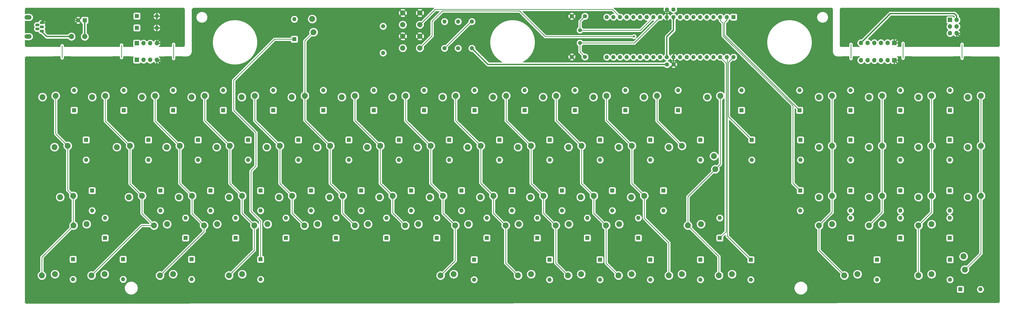
<source format=gbl>
%TF.GenerationSoftware,KiCad,Pcbnew,(5.1.6)-1*%
%TF.CreationDate,2020-05-26T23:35:21+02:00*%
%TF.ProjectId,m0116_usb,6d303131-365f-4757-9362-2e6b69636164,rev?*%
%TF.SameCoordinates,Original*%
%TF.FileFunction,Copper,L2,Bot*%
%TF.FilePolarity,Positive*%
%FSLAX46Y46*%
G04 Gerber Fmt 4.6, Leading zero omitted, Abs format (unit mm)*
G04 Created by KiCad (PCBNEW (5.1.6)-1) date 2020-05-26 23:35:21*
%MOMM*%
%LPD*%
G01*
G04 APERTURE LIST*
%TA.AperFunction,ComponentPad*%
%ADD10O,1.700000X1.700000*%
%TD*%
%TA.AperFunction,ComponentPad*%
%ADD11R,1.700000X1.700000*%
%TD*%
%TA.AperFunction,ComponentPad*%
%ADD12C,2.250000*%
%TD*%
%TA.AperFunction,ComponentPad*%
%ADD13C,1.600000*%
%TD*%
%TA.AperFunction,ComponentPad*%
%ADD14R,1.600000X1.600000*%
%TD*%
%TA.AperFunction,ComponentPad*%
%ADD15O,1.600000X1.600000*%
%TD*%
%TA.AperFunction,ComponentPad*%
%ADD16C,1.500000*%
%TD*%
%TA.AperFunction,ComponentPad*%
%ADD17C,2.000000*%
%TD*%
%TA.AperFunction,ComponentPad*%
%ADD18O,1.650000X1.100000*%
%TD*%
%TA.AperFunction,ComponentPad*%
%ADD19O,2.700000X1.700000*%
%TD*%
%TA.AperFunction,ViaPad*%
%ADD20C,0.800000*%
%TD*%
%TA.AperFunction,Conductor*%
%ADD21C,0.250000*%
%TD*%
%TA.AperFunction,Conductor*%
%ADD22C,0.500000*%
%TD*%
%TA.AperFunction,Conductor*%
%ADD23C,0.254000*%
%TD*%
G04 APERTURE END LIST*
D10*
%TO.P,J6,6*%
%TO.N,+5V*%
X343408000Y-92964000D03*
%TO.P,J6,5*%
%TO.N,MOSI*%
X345948000Y-92964000D03*
%TO.P,J6,4*%
%TO.N,MISO*%
X348488000Y-92964000D03*
%TO.P,J6,3*%
%TO.N,SCK*%
X351028000Y-92964000D03*
%TO.P,J6,2*%
%TO.N,reset*%
X353568000Y-92964000D03*
D11*
%TO.P,J6,1*%
%TO.N,GND*%
X356108000Y-92964000D03*
%TD*%
D10*
%TO.P,J5,6*%
%TO.N,+5V*%
X343408000Y-86360000D03*
%TO.P,J5,5*%
%TO.N,Net-(J1-Pad4)*%
X345948000Y-86360000D03*
%TO.P,J5,4*%
%TO.N,Net-(J1-Pad1)*%
X348488000Y-86360000D03*
%TO.P,J5,3*%
%TO.N,Net-(J1-Pad3)*%
X351028000Y-86360000D03*
%TO.P,J5,2*%
%TO.N,Net-(J1-Pad5)*%
X353568000Y-86360000D03*
D11*
%TO.P,J5,1*%
%TO.N,GND*%
X356108000Y-86360000D03*
%TD*%
D10*
%TO.P,J1,6*%
%TO.N,GND*%
X379857000Y-82677000D03*
%TO.P,J1,5*%
%TO.N,Net-(J1-Pad5)*%
X377317000Y-82677000D03*
%TO.P,J1,4*%
%TO.N,Net-(J1-Pad4)*%
X379857000Y-80137000D03*
%TO.P,J1,3*%
%TO.N,Net-(J1-Pad3)*%
X377317000Y-80137000D03*
%TO.P,J1,2*%
%TO.N,+5V*%
X379857000Y-77597000D03*
D11*
%TO.P,J1,1*%
%TO.N,Net-(J1-Pad1)*%
X377317000Y-77597000D03*
%TD*%
D12*
%TO.P,MX14,1*%
%TO.N,col14*%
X289901000Y-106489000D03*
%TO.P,MX14,2*%
%TO.N,Net-(D16-Pad2)*%
X284901000Y-106989000D03*
%TD*%
D13*
%TO.P,C1,2*%
%TO.N,GND*%
X233379000Y-76200000D03*
%TO.P,C1,1*%
%TO.N,Net-(C1-Pad1)*%
X238379000Y-76200000D03*
%TD*%
D12*
%TO.P,MX1,1*%
%TO.N,col1*%
X36917000Y-106489000D03*
%TO.P,MX1,2*%
%TO.N,Net-(D3-Pad2)*%
X31917000Y-106989000D03*
%TD*%
D14*
%TO.P,D3,1*%
%TO.N,row0*%
X43942000Y-112014000D03*
D15*
%TO.P,D3,2*%
%TO.N,Net-(D3-Pad2)*%
X43942000Y-104394000D03*
%TD*%
D10*
%TO.P,J4,4*%
%TO.N,GND*%
X75438000Y-86487000D03*
%TO.P,J4,3*%
%TO.N,Net-(D2-Pad1)*%
X72898000Y-86487000D03*
%TO.P,J4,2*%
%TO.N,Net-(D1-Pad1)*%
X70358000Y-86487000D03*
D11*
%TO.P,J4,1*%
%TO.N,+5V*%
X67818000Y-86487000D03*
%TD*%
D13*
%TO.P,R3,1*%
%TO.N,Net-(J3-Pad2)*%
X190119000Y-88392000D03*
D15*
%TO.P,R3,2*%
%TO.N,D+*%
X190119000Y-78232000D03*
%TD*%
D10*
%TO.P,J3,4*%
%TO.N,GND*%
X75438000Y-92837000D03*
%TO.P,J3,3*%
%TO.N,Net-(J3-Pad3)*%
X72898000Y-92837000D03*
%TO.P,J3,2*%
%TO.N,Net-(J3-Pad2)*%
X70358000Y-92837000D03*
D11*
%TO.P,J3,1*%
%TO.N,+5V*%
X67818000Y-92837000D03*
%TD*%
D15*
%TO.P,D1,2*%
%TO.N,GND*%
X75438000Y-80645000D03*
D14*
%TO.P,D1,1*%
%TO.N,Net-(D1-Pad1)*%
X67818000Y-80645000D03*
%TD*%
D15*
%TO.P,D2,2*%
%TO.N,GND*%
X75438000Y-76136500D03*
D14*
%TO.P,D2,1*%
%TO.N,Net-(D2-Pad1)*%
X67818000Y-76136500D03*
%TD*%
D12*
%TO.P,MX62,1*%
%TO.N,col10*%
X227243000Y-155893000D03*
%TO.P,MX62,2*%
%TO.N,Net-(D64-Pad2)*%
X232243000Y-155393000D03*
%TD*%
%TO.P,MX64,1*%
%TO.N,col14*%
X277535000Y-155893000D03*
%TO.P,MX64,2*%
%TO.N,Net-(D66-Pad2)*%
X282535000Y-155393000D03*
%TD*%
D15*
%TO.P,D18,2*%
%TO.N,Net-(D18-Pad2)*%
X339471000Y-104394000D03*
D14*
%TO.P,D18,1*%
%TO.N,row0*%
X339471000Y-112014000D03*
%TD*%
D12*
%TO.P,MX3,1*%
%TO.N,col3*%
X74763000Y-106489000D03*
%TO.P,MX3,2*%
%TO.N,Net-(D5-Pad2)*%
X69763000Y-106989000D03*
%TD*%
%TO.P,MX81,1*%
%TO.N,col6*%
X135065000Y-82256000D03*
%TO.P,MX81,2*%
%TO.N,Net-(D84-Pad2)*%
X134565000Y-77256000D03*
%TD*%
%TO.P,MX80,1*%
%TO.N,col18*%
X382969000Y-172680000D03*
%TO.P,MX80,2*%
%TO.N,Net-(D83-Pad2)*%
X382469000Y-167680000D03*
%TD*%
%TO.P,MX79,1*%
%TO.N,col17*%
X365292000Y-174943000D03*
%TO.P,MX79,2*%
%TO.N,Net-(D81-Pad2)*%
X370292000Y-174443000D03*
%TD*%
%TO.P,MX78,1*%
%TO.N,col15*%
X337098000Y-174943000D03*
%TO.P,MX78,2*%
%TO.N,Net-(D80-Pad2)*%
X342098000Y-174443000D03*
%TD*%
%TO.P,MX77,1*%
%TO.N,col14*%
X289346000Y-174943000D03*
%TO.P,MX77,2*%
%TO.N,Net-(D79-Pad2)*%
X294346000Y-174443000D03*
%TD*%
%TO.P,MX76,1*%
%TO.N,col12*%
X270296000Y-174943000D03*
%TO.P,MX76,2*%
%TO.N,Net-(D78-Pad2)*%
X275296000Y-174443000D03*
%TD*%
%TO.P,MX75,1*%
%TO.N,col11*%
X251119000Y-174943000D03*
%TO.P,MX75,2*%
%TO.N,Net-(D77-Pad2)*%
X256119000Y-174443000D03*
%TD*%
%TO.P,MX74,1*%
%TO.N,col10*%
X231942000Y-174943000D03*
%TO.P,MX74,2*%
%TO.N,Net-(D76-Pad2)*%
X236942000Y-174443000D03*
%TD*%
%TO.P,MX73,1*%
%TO.N,col9*%
X212892000Y-174943000D03*
%TO.P,MX73,2*%
%TO.N,Net-(D75-Pad2)*%
X217892000Y-174443000D03*
%TD*%
%TO.P,MX72,1*%
%TO.N,col8*%
X183428000Y-174943000D03*
%TO.P,MX72,2*%
%TO.N,Net-(D74-Pad2)*%
X188428000Y-174443000D03*
%TD*%
%TO.P,MX71,1*%
%TO.N,col4*%
X102910000Y-174943000D03*
%TO.P,MX71,2*%
%TO.N,Net-(D73-Pad2)*%
X107910000Y-174443000D03*
%TD*%
%TO.P,MX70,1*%
%TO.N,col3*%
X76621000Y-174943000D03*
%TO.P,MX70,2*%
%TO.N,Net-(D72-Pad2)*%
X81621000Y-174443000D03*
%TD*%
%TO.P,MX69,1*%
%TO.N,col2*%
X50586000Y-174943000D03*
%TO.P,MX69,2*%
%TO.N,Net-(D71-Pad2)*%
X55586000Y-174443000D03*
%TD*%
%TO.P,MX68,1*%
%TO.N,col1*%
X31663000Y-174943000D03*
%TO.P,MX68,2*%
%TO.N,Net-(D70-Pad2)*%
X36663000Y-174443000D03*
%TD*%
%TO.P,MX67,1*%
%TO.N,col17*%
X365292000Y-155893000D03*
%TO.P,MX67,2*%
%TO.N,Net-(D69-Pad2)*%
X370292000Y-155393000D03*
%TD*%
%TO.P,MX66,1*%
%TO.N,col16*%
X346496000Y-155893000D03*
%TO.P,MX66,2*%
%TO.N,Net-(D68-Pad2)*%
X351496000Y-155393000D03*
%TD*%
%TO.P,MX65,1*%
%TO.N,col15*%
X327446000Y-155893000D03*
%TO.P,MX65,2*%
%TO.N,Net-(D67-Pad2)*%
X332446000Y-155393000D03*
%TD*%
%TO.P,MX63,1*%
%TO.N,col11*%
X246420000Y-155893000D03*
%TO.P,MX63,2*%
%TO.N,Net-(D65-Pad2)*%
X251420000Y-155393000D03*
%TD*%
%TO.P,MX61,1*%
%TO.N,col9*%
X208193000Y-155893000D03*
%TO.P,MX61,2*%
%TO.N,Net-(D63-Pad2)*%
X213193000Y-155393000D03*
%TD*%
%TO.P,MX60,1*%
%TO.N,col8*%
X189016000Y-155893000D03*
%TO.P,MX60,2*%
%TO.N,Net-(D62-Pad2)*%
X194016000Y-155393000D03*
%TD*%
%TO.P,MX59,1*%
%TO.N,col7*%
X169966000Y-155893000D03*
%TO.P,MX59,2*%
%TO.N,Net-(D61-Pad2)*%
X174966000Y-155393000D03*
%TD*%
%TO.P,MX58,1*%
%TO.N,col6*%
X150789000Y-155893000D03*
%TO.P,MX58,2*%
%TO.N,Net-(D60-Pad2)*%
X155789000Y-155393000D03*
%TD*%
%TO.P,MX57,1*%
%TO.N,col5*%
X131612000Y-155893000D03*
%TO.P,MX57,2*%
%TO.N,Net-(D59-Pad2)*%
X136612000Y-155393000D03*
%TD*%
%TO.P,MX56,1*%
%TO.N,col4*%
X112562000Y-155893000D03*
%TO.P,MX56,2*%
%TO.N,Net-(D58-Pad2)*%
X117562000Y-155393000D03*
%TD*%
%TO.P,MX55,1*%
%TO.N,col3*%
X93385000Y-155893000D03*
%TO.P,MX55,2*%
%TO.N,Net-(D57-Pad2)*%
X98385000Y-155393000D03*
%TD*%
%TO.P,MX54,1*%
%TO.N,col2*%
X74335000Y-155893000D03*
%TO.P,MX54,2*%
%TO.N,Net-(D56-Pad2)*%
X79335000Y-155393000D03*
%TD*%
%TO.P,MX53,1*%
%TO.N,col1*%
X43728000Y-155893000D03*
%TO.P,MX53,2*%
%TO.N,Net-(D55-Pad2)*%
X48728000Y-155393000D03*
%TD*%
%TO.P,MX52,1*%
%TO.N,col18*%
X389088000Y-144589000D03*
%TO.P,MX52,2*%
%TO.N,Net-(D54-Pad2)*%
X384088000Y-145089000D03*
%TD*%
%TO.P,MX51,1*%
%TO.N,col17*%
X370292000Y-144589000D03*
%TO.P,MX51,2*%
%TO.N,Net-(D53-Pad2)*%
X365292000Y-145089000D03*
%TD*%
%TO.P,MX50,1*%
%TO.N,col16*%
X351496000Y-144589000D03*
%TO.P,MX50,2*%
%TO.N,Net-(D52-Pad2)*%
X346496000Y-145089000D03*
%TD*%
%TO.P,MX49,1*%
%TO.N,col15*%
X332446000Y-144589000D03*
%TO.P,MX49,2*%
%TO.N,Net-(D51-Pad2)*%
X327446000Y-145089000D03*
%TD*%
%TO.P,MX48,1*%
%TO.N,col12*%
X260945000Y-144589000D03*
%TO.P,MX48,2*%
%TO.N,Net-(D50-Pad2)*%
X255945000Y-145089000D03*
%TD*%
%TO.P,MX47,1*%
%TO.N,col11*%
X241768000Y-144589000D03*
%TO.P,MX47,2*%
%TO.N,Net-(D49-Pad2)*%
X236768000Y-145089000D03*
%TD*%
%TO.P,MX46,1*%
%TO.N,col10*%
X222591000Y-144589000D03*
%TO.P,MX46,2*%
%TO.N,Net-(D48-Pad2)*%
X217591000Y-145089000D03*
%TD*%
%TO.P,MX45,1*%
%TO.N,col9*%
X203541000Y-144589000D03*
%TO.P,MX45,2*%
%TO.N,Net-(D47-Pad2)*%
X198541000Y-145089000D03*
%TD*%
%TO.P,MX44,1*%
%TO.N,col8*%
X184364000Y-144589000D03*
%TO.P,MX44,2*%
%TO.N,Net-(D46-Pad2)*%
X179364000Y-145089000D03*
%TD*%
%TO.P,MX43,1*%
%TO.N,col7*%
X165187000Y-144589000D03*
%TO.P,MX43,2*%
%TO.N,Net-(D45-Pad2)*%
X160187000Y-145089000D03*
%TD*%
%TO.P,MX42,1*%
%TO.N,col6*%
X146137000Y-144589000D03*
%TO.P,MX42,2*%
%TO.N,Net-(D44-Pad2)*%
X141137000Y-145089000D03*
%TD*%
%TO.P,MX41,1*%
%TO.N,col5*%
X126960000Y-144589000D03*
%TO.P,MX41,2*%
%TO.N,Net-(D43-Pad2)*%
X121960000Y-145089000D03*
%TD*%
%TO.P,MX40,1*%
%TO.N,col4*%
X107910000Y-144589000D03*
%TO.P,MX40,2*%
%TO.N,Net-(D42-Pad2)*%
X102910000Y-145089000D03*
%TD*%
%TO.P,MX39,1*%
%TO.N,col3*%
X88860000Y-144589000D03*
%TO.P,MX39,2*%
%TO.N,Net-(D41-Pad2)*%
X83860000Y-145089000D03*
%TD*%
%TO.P,MX38,1*%
%TO.N,col2*%
X69810000Y-144589000D03*
%TO.P,MX38,2*%
%TO.N,Net-(D40-Pad2)*%
X64810000Y-145089000D03*
%TD*%
%TO.P,MX37,1*%
%TO.N,col1*%
X43648000Y-144589000D03*
%TO.P,MX37,2*%
%TO.N,Net-(D39-Pad2)*%
X38648000Y-145089000D03*
%TD*%
%TO.P,MX36,1*%
%TO.N,col18*%
X389088000Y-125539000D03*
%TO.P,MX36,2*%
%TO.N,Net-(D38-Pad2)*%
X384088000Y-126039000D03*
%TD*%
%TO.P,MX35,1*%
%TO.N,col17*%
X370292000Y-125539000D03*
%TO.P,MX35,2*%
%TO.N,Net-(D37-Pad2)*%
X365292000Y-126039000D03*
%TD*%
%TO.P,MX34,1*%
%TO.N,col16*%
X351496000Y-125539000D03*
%TO.P,MX34,2*%
%TO.N,Net-(D36-Pad2)*%
X346496000Y-126039000D03*
%TD*%
%TO.P,MX33,1*%
%TO.N,col15*%
X332446000Y-125539000D03*
%TO.P,MX33,2*%
%TO.N,Net-(D35-Pad2)*%
X327446000Y-126039000D03*
%TD*%
%TO.P,MX32,1*%
%TO.N,col14*%
X287973000Y-134453000D03*
%TO.P,MX32,2*%
%TO.N,Net-(D34-Pad2)*%
X287473000Y-129453000D03*
%TD*%
%TO.P,MX31,1*%
%TO.N,col13*%
X275296000Y-125539000D03*
%TO.P,MX31,2*%
%TO.N,Net-(D33-Pad2)*%
X270296000Y-126039000D03*
%TD*%
%TO.P,MX30,1*%
%TO.N,col12*%
X256246000Y-125539000D03*
%TO.P,MX30,2*%
%TO.N,Net-(D32-Pad2)*%
X251246000Y-126039000D03*
%TD*%
%TO.P,MX29,1*%
%TO.N,col11*%
X237069000Y-125539000D03*
%TO.P,MX29,2*%
%TO.N,Net-(D31-Pad2)*%
X232069000Y-126039000D03*
%TD*%
%TO.P,MX28,1*%
%TO.N,col10*%
X217892000Y-125539000D03*
%TO.P,MX28,2*%
%TO.N,Net-(D30-Pad2)*%
X212892000Y-126039000D03*
%TD*%
%TO.P,MX27,1*%
%TO.N,col9*%
X198715000Y-125539000D03*
%TO.P,MX27,2*%
%TO.N,Net-(D29-Pad2)*%
X193715000Y-126039000D03*
%TD*%
%TO.P,MX26,1*%
%TO.N,col8*%
X179665000Y-125539000D03*
%TO.P,MX26,2*%
%TO.N,Net-(D28-Pad2)*%
X174665000Y-126039000D03*
%TD*%
%TO.P,MX25,1*%
%TO.N,col7*%
X160488000Y-125539000D03*
%TO.P,MX25,2*%
%TO.N,Net-(D27-Pad2)*%
X155488000Y-126039000D03*
%TD*%
%TO.P,MX24,1*%
%TO.N,col6*%
X141438000Y-125539000D03*
%TO.P,MX24,2*%
%TO.N,Net-(D26-Pad2)*%
X136438000Y-126039000D03*
%TD*%
%TO.P,MX23,1*%
%TO.N,col5*%
X122261000Y-125539000D03*
%TO.P,MX23,2*%
%TO.N,Net-(D25-Pad2)*%
X117261000Y-126039000D03*
%TD*%
%TO.P,MX22,1*%
%TO.N,col4*%
X103211000Y-125539000D03*
%TO.P,MX22,2*%
%TO.N,Net-(D24-Pad2)*%
X98211000Y-126039000D03*
%TD*%
%TO.P,MX21,1*%
%TO.N,col3*%
X84161000Y-125539000D03*
%TO.P,MX21,2*%
%TO.N,Net-(D23-Pad2)*%
X79161000Y-126039000D03*
%TD*%
%TO.P,MX20,1*%
%TO.N,col2*%
X65238000Y-125539000D03*
%TO.P,MX20,2*%
%TO.N,Net-(D22-Pad2)*%
X60238000Y-126039000D03*
%TD*%
%TO.P,MX19,1*%
%TO.N,col1*%
X41489000Y-125539000D03*
%TO.P,MX19,2*%
%TO.N,Net-(D21-Pad2)*%
X36489000Y-126039000D03*
%TD*%
%TO.P,MX18,1*%
%TO.N,col18*%
X389088000Y-106489000D03*
%TO.P,MX18,2*%
%TO.N,Net-(D20-Pad2)*%
X384088000Y-106989000D03*
%TD*%
%TO.P,MX17,1*%
%TO.N,col17*%
X370292000Y-106489000D03*
%TO.P,MX17,2*%
%TO.N,Net-(D19-Pad2)*%
X365292000Y-106989000D03*
%TD*%
%TO.P,MX16,1*%
%TO.N,col16*%
X351496000Y-106489000D03*
%TO.P,MX16,2*%
%TO.N,Net-(D18-Pad2)*%
X346496000Y-106989000D03*
%TD*%
%TO.P,MX15,1*%
%TO.N,col15*%
X332446000Y-106489000D03*
%TO.P,MX15,2*%
%TO.N,Net-(D17-Pad2)*%
X327446000Y-106989000D03*
%TD*%
%TO.P,MX13,1*%
%TO.N,col13*%
X265771000Y-106489000D03*
%TO.P,MX13,2*%
%TO.N,Net-(D15-Pad2)*%
X260771000Y-106989000D03*
%TD*%
%TO.P,MX12,1*%
%TO.N,col12*%
X246594000Y-106489000D03*
%TO.P,MX12,2*%
%TO.N,Net-(D14-Pad2)*%
X241594000Y-106989000D03*
%TD*%
%TO.P,MX11,1*%
%TO.N,col11*%
X227417000Y-106489000D03*
%TO.P,MX11,2*%
%TO.N,Net-(D13-Pad2)*%
X222417000Y-106989000D03*
%TD*%
%TO.P,MX10,1*%
%TO.N,col10*%
X208367000Y-106489000D03*
%TO.P,MX10,2*%
%TO.N,Net-(D12-Pad2)*%
X203367000Y-106989000D03*
%TD*%
%TO.P,MX9,1*%
%TO.N,col9*%
X189190000Y-106489000D03*
%TO.P,MX9,2*%
%TO.N,Net-(D11-Pad2)*%
X184190000Y-106989000D03*
%TD*%
%TO.P,MX8,1*%
%TO.N,col8*%
X170140000Y-106489000D03*
%TO.P,MX8,2*%
%TO.N,Net-(D10-Pad2)*%
X165140000Y-106989000D03*
%TD*%
%TO.P,MX7,1*%
%TO.N,col7*%
X150836000Y-106489000D03*
%TO.P,MX7,2*%
%TO.N,Net-(D9-Pad2)*%
X145836000Y-106989000D03*
%TD*%
%TO.P,MX6,1*%
%TO.N,col6*%
X131786000Y-106489000D03*
%TO.P,MX6,2*%
%TO.N,Net-(D8-Pad2)*%
X126786000Y-106989000D03*
%TD*%
%TO.P,MX5,1*%
%TO.N,col5*%
X112736000Y-106489000D03*
%TO.P,MX5,2*%
%TO.N,Net-(D7-Pad2)*%
X107736000Y-106989000D03*
%TD*%
%TO.P,MX4,1*%
%TO.N,col4*%
X93686000Y-106489000D03*
%TO.P,MX4,2*%
%TO.N,Net-(D6-Pad2)*%
X88686000Y-106989000D03*
%TD*%
%TO.P,MX2,1*%
%TO.N,col2*%
X55840000Y-106489000D03*
%TO.P,MX2,2*%
%TO.N,Net-(D4-Pad2)*%
X50840000Y-106989000D03*
%TD*%
D16*
%TO.P,Y1,2*%
%TO.N,Net-(C2-Pad1)*%
X236474000Y-86375900D03*
%TO.P,Y1,1*%
%TO.N,Net-(C1-Pad1)*%
X236474000Y-81495900D03*
%TD*%
D15*
%TO.P,U1,40*%
%TO.N,row1*%
X294944800Y-91744800D03*
%TO.P,U1,20*%
%TO.N,col1*%
X246684800Y-76504800D03*
%TO.P,U1,39*%
%TO.N,row4*%
X292404800Y-91744800D03*
%TO.P,U1,19*%
%TO.N,col2*%
X249224800Y-76504800D03*
%TO.P,U1,38*%
%TO.N,row3*%
X289864800Y-91744800D03*
%TO.P,U1,18*%
%TO.N,boot*%
X251764800Y-76504800D03*
%TO.P,U1,37*%
%TO.N,col18*%
X287324800Y-91744800D03*
%TO.P,U1,17*%
%TO.N,D+*%
X254304800Y-76504800D03*
%TO.P,U1,36*%
%TO.N,col17*%
X284784800Y-91744800D03*
%TO.P,U1,16*%
%TO.N,D-*%
X256844800Y-76504800D03*
%TO.P,U1,35*%
%TO.N,col16*%
X282244800Y-91744800D03*
%TO.P,U1,15*%
%TO.N,col3*%
X259384800Y-76504800D03*
%TO.P,U1,34*%
%TO.N,col15*%
X279704800Y-91744800D03*
%TO.P,U1,14*%
%TO.N,col4*%
X261924800Y-76504800D03*
%TO.P,U1,33*%
%TO.N,col14*%
X277164800Y-91744800D03*
%TO.P,U1,13*%
%TO.N,Net-(C1-Pad1)*%
X264464800Y-76504800D03*
%TO.P,U1,32*%
%TO.N,Net-(U1-Pad32)*%
X274624800Y-91744800D03*
%TO.P,U1,12*%
%TO.N,Net-(C2-Pad1)*%
X267004800Y-76504800D03*
%TO.P,U1,31*%
%TO.N,GND*%
X272084800Y-91744800D03*
%TO.P,U1,11*%
X269544800Y-76504800D03*
%TO.P,U1,30*%
%TO.N,+5V*%
X269544800Y-91744800D03*
%TO.P,U1,10*%
X272084800Y-76504800D03*
%TO.P,U1,29*%
%TO.N,col13*%
X267004800Y-91744800D03*
%TO.P,U1,9*%
%TO.N,reset*%
X274624800Y-76504800D03*
%TO.P,U1,28*%
%TO.N,col12*%
X264464800Y-91744800D03*
%TO.P,U1,8*%
%TO.N,SCK*%
X277164800Y-76504800D03*
%TO.P,U1,27*%
%TO.N,col11*%
X261924800Y-91744800D03*
%TO.P,U1,7*%
%TO.N,MISO*%
X279704800Y-76504800D03*
%TO.P,U1,26*%
%TO.N,col10*%
X259384800Y-91744800D03*
%TO.P,U1,6*%
%TO.N,MOSI*%
X282244800Y-76504800D03*
%TO.P,U1,25*%
%TO.N,col9*%
X256844800Y-91744800D03*
%TO.P,U1,5*%
%TO.N,Net-(U1-Pad5)*%
X284784800Y-76504800D03*
%TO.P,U1,24*%
%TO.N,col8*%
X254304800Y-91744800D03*
%TO.P,U1,4*%
%TO.N,Net-(U1-Pad4)*%
X287324800Y-76504800D03*
%TO.P,U1,23*%
%TO.N,col7*%
X251764800Y-91744800D03*
%TO.P,U1,3*%
%TO.N,row2*%
X289864800Y-76504800D03*
%TO.P,U1,22*%
%TO.N,col6*%
X249224800Y-91744800D03*
%TO.P,U1,2*%
%TO.N,row0*%
X292404800Y-76504800D03*
%TO.P,U1,21*%
%TO.N,col5*%
X246684800Y-91744800D03*
D14*
%TO.P,U1,1*%
%TO.N,Net-(U1-Pad1)*%
X294944800Y-76504800D03*
%TD*%
D17*
%TO.P,Reset1,1*%
%TO.N,GND*%
X175537000Y-83820000D03*
%TO.P,Reset1,2*%
%TO.N,reset*%
X175537000Y-88320000D03*
%TO.P,Reset1,1*%
%TO.N,GND*%
X169037000Y-83820000D03*
%TO.P,Reset1,2*%
%TO.N,reset*%
X169037000Y-88320000D03*
%TD*%
D15*
%TO.P,R5,2*%
%TO.N,+5V*%
X195326000Y-88392000D03*
D13*
%TO.P,R5,1*%
%TO.N,Net-(J3-Pad3)*%
X195326000Y-78232000D03*
%TD*%
%TO.P,R2,1*%
%TO.N,Net-(J3-Pad3)*%
X184912000Y-88392000D03*
D15*
%TO.P,R2,2*%
%TO.N,D-*%
X184912000Y-78232000D03*
%TD*%
%TO.P,R1,2*%
%TO.N,reset*%
X161544000Y-90170000D03*
D13*
%TO.P,R1,1*%
%TO.N,+5V*%
X161544000Y-80010000D03*
%TD*%
D18*
%TO.P,J2,5*%
%TO.N,GND*%
X31688000Y-78664000D03*
%TO.P,J2,4*%
%TO.N,Net-(J2-Pad4)*%
X29988000Y-79464000D03*
%TO.P,J2,3*%
%TO.N,Net-(D1-Pad1)*%
X31688000Y-80264000D03*
%TO.P,J2,2*%
%TO.N,Net-(D2-Pad1)*%
X29988000Y-81064000D03*
%TO.P,J2,1*%
%TO.N,VCC*%
X31688000Y-81864000D03*
D19*
%TO.P,J2,6*%
%TO.N,Net-(J2-Pad6)*%
X26388000Y-76614000D03*
X26388000Y-83914000D03*
%TD*%
D17*
%TO.P,F1,2*%
%TO.N,VCC*%
X42926000Y-83937000D03*
%TO.P,F1,1*%
%TO.N,+5V*%
X48006000Y-83947000D03*
%TD*%
D15*
%TO.P,D84,2*%
%TO.N,Net-(D84-Pad2)*%
X127762000Y-77343000D03*
D14*
%TO.P,D84,1*%
%TO.N,row4*%
X127762000Y-84963000D03*
%TD*%
D15*
%TO.P,D83,2*%
%TO.N,Net-(D83-Pad2)*%
X388874000Y-180213000D03*
D14*
%TO.P,D83,1*%
%TO.N,row4*%
X381254000Y-180213000D03*
%TD*%
D15*
%TO.P,D81,2*%
%TO.N,Net-(D81-Pad2)*%
X377317000Y-176530000D03*
D14*
%TO.P,D81,1*%
%TO.N,row4*%
X377317000Y-168910000D03*
%TD*%
D15*
%TO.P,D80,2*%
%TO.N,Net-(D80-Pad2)*%
X349504000Y-176530000D03*
D14*
%TO.P,D80,1*%
%TO.N,row4*%
X349504000Y-168910000D03*
%TD*%
D15*
%TO.P,D79,2*%
%TO.N,Net-(D79-Pad2)*%
X301498000Y-176530000D03*
D14*
%TO.P,D79,1*%
%TO.N,row4*%
X301498000Y-168910000D03*
%TD*%
D15*
%TO.P,D78,2*%
%TO.N,Net-(D78-Pad2)*%
X282321000Y-176530000D03*
D14*
%TO.P,D78,1*%
%TO.N,row4*%
X282321000Y-168910000D03*
%TD*%
D15*
%TO.P,D77,2*%
%TO.N,Net-(D77-Pad2)*%
X263271000Y-176530000D03*
D14*
%TO.P,D77,1*%
%TO.N,row4*%
X263271000Y-168910000D03*
%TD*%
D15*
%TO.P,D76,2*%
%TO.N,Net-(D76-Pad2)*%
X244094000Y-176530000D03*
D14*
%TO.P,D76,1*%
%TO.N,row4*%
X244094000Y-168910000D03*
%TD*%
D15*
%TO.P,D75,2*%
%TO.N,Net-(D75-Pad2)*%
X224917000Y-176530000D03*
D14*
%TO.P,D75,1*%
%TO.N,row4*%
X224917000Y-168910000D03*
%TD*%
D15*
%TO.P,D74,2*%
%TO.N,Net-(D74-Pad2)*%
X196215000Y-176530000D03*
D14*
%TO.P,D74,1*%
%TO.N,row4*%
X196215000Y-168910000D03*
%TD*%
D15*
%TO.P,D73,2*%
%TO.N,Net-(D73-Pad2)*%
X114935000Y-176403000D03*
D14*
%TO.P,D73,1*%
%TO.N,row4*%
X114935000Y-168783000D03*
%TD*%
D15*
%TO.P,D72,2*%
%TO.N,Net-(D72-Pad2)*%
X88646000Y-176403000D03*
D14*
%TO.P,D72,1*%
%TO.N,row4*%
X88646000Y-168783000D03*
%TD*%
D15*
%TO.P,D71,2*%
%TO.N,Net-(D71-Pad2)*%
X62611000Y-176403000D03*
D14*
%TO.P,D71,1*%
%TO.N,row4*%
X62611000Y-168783000D03*
%TD*%
D15*
%TO.P,D70,2*%
%TO.N,Net-(D70-Pad2)*%
X43561000Y-176403000D03*
D14*
%TO.P,D70,1*%
%TO.N,row4*%
X43561000Y-168783000D03*
%TD*%
D15*
%TO.P,D69,2*%
%TO.N,Net-(D69-Pad2)*%
X377190000Y-153035000D03*
D14*
%TO.P,D69,1*%
%TO.N,row3*%
X377190000Y-160655000D03*
%TD*%
D15*
%TO.P,D68,2*%
%TO.N,Net-(D68-Pad2)*%
X358394000Y-153035000D03*
D14*
%TO.P,D68,1*%
%TO.N,row3*%
X358394000Y-160655000D03*
%TD*%
D15*
%TO.P,D67,2*%
%TO.N,Net-(D67-Pad2)*%
X339471000Y-153035000D03*
D14*
%TO.P,D67,1*%
%TO.N,row3*%
X339471000Y-160655000D03*
%TD*%
D15*
%TO.P,D66,2*%
%TO.N,Net-(D66-Pad2)*%
X289687000Y-153035000D03*
D14*
%TO.P,D66,1*%
%TO.N,row3*%
X289687000Y-160655000D03*
%TD*%
D15*
%TO.P,D65,2*%
%TO.N,Net-(D65-Pad2)*%
X258699000Y-153035000D03*
D14*
%TO.P,D65,1*%
%TO.N,row3*%
X258699000Y-160655000D03*
%TD*%
D15*
%TO.P,D64,2*%
%TO.N,Net-(D64-Pad2)*%
X239268000Y-153035000D03*
D14*
%TO.P,D64,1*%
%TO.N,row3*%
X239268000Y-160655000D03*
%TD*%
D15*
%TO.P,D63,2*%
%TO.N,Net-(D63-Pad2)*%
X220218000Y-153035000D03*
D14*
%TO.P,D63,1*%
%TO.N,row3*%
X220218000Y-160655000D03*
%TD*%
D15*
%TO.P,D62,2*%
%TO.N,Net-(D62-Pad2)*%
X201041000Y-153035000D03*
D14*
%TO.P,D62,1*%
%TO.N,row3*%
X201041000Y-160655000D03*
%TD*%
D15*
%TO.P,D61,2*%
%TO.N,Net-(D61-Pad2)*%
X181991000Y-153035000D03*
D14*
%TO.P,D61,1*%
%TO.N,row3*%
X181991000Y-160655000D03*
%TD*%
D15*
%TO.P,D60,2*%
%TO.N,Net-(D60-Pad2)*%
X162814000Y-153035000D03*
D14*
%TO.P,D60,1*%
%TO.N,row3*%
X162814000Y-160655000D03*
%TD*%
D15*
%TO.P,D59,2*%
%TO.N,Net-(D59-Pad2)*%
X143637000Y-153035000D03*
D14*
%TO.P,D59,1*%
%TO.N,row3*%
X143637000Y-160655000D03*
%TD*%
D15*
%TO.P,D58,2*%
%TO.N,Net-(D58-Pad2)*%
X124587000Y-153035000D03*
D14*
%TO.P,D58,1*%
%TO.N,row3*%
X124587000Y-160655000D03*
%TD*%
D15*
%TO.P,D57,2*%
%TO.N,Net-(D57-Pad2)*%
X105410000Y-153035000D03*
D14*
%TO.P,D57,1*%
%TO.N,row3*%
X105410000Y-160655000D03*
%TD*%
D15*
%TO.P,D56,2*%
%TO.N,Net-(D56-Pad2)*%
X86360000Y-153035000D03*
D14*
%TO.P,D56,1*%
%TO.N,row3*%
X86360000Y-160655000D03*
%TD*%
D15*
%TO.P,D55,2*%
%TO.N,Net-(D55-Pad2)*%
X55753000Y-153035000D03*
D14*
%TO.P,D55,1*%
%TO.N,row3*%
X55753000Y-160655000D03*
%TD*%
D15*
%TO.P,D54,2*%
%TO.N,Net-(D54-Pad2)*%
X377190000Y-150241000D03*
D14*
%TO.P,D54,1*%
%TO.N,row2*%
X377190000Y-142621000D03*
%TD*%
D15*
%TO.P,D53,2*%
%TO.N,Net-(D53-Pad2)*%
X358394000Y-150241000D03*
D14*
%TO.P,D53,1*%
%TO.N,row2*%
X358394000Y-142621000D03*
%TD*%
D15*
%TO.P,D52,2*%
%TO.N,Net-(D52-Pad2)*%
X339471000Y-150241000D03*
D14*
%TO.P,D52,1*%
%TO.N,row2*%
X339471000Y-142621000D03*
%TD*%
D15*
%TO.P,D51,2*%
%TO.N,Net-(D51-Pad2)*%
X320294000Y-150241000D03*
D14*
%TO.P,D51,1*%
%TO.N,row2*%
X320294000Y-142621000D03*
%TD*%
D15*
%TO.P,D50,2*%
%TO.N,Net-(D50-Pad2)*%
X268224000Y-150241000D03*
D14*
%TO.P,D50,1*%
%TO.N,row2*%
X268224000Y-142621000D03*
%TD*%
D15*
%TO.P,D49,2*%
%TO.N,Net-(D49-Pad2)*%
X248793000Y-150241000D03*
D14*
%TO.P,D49,1*%
%TO.N,row2*%
X248793000Y-142621000D03*
%TD*%
D15*
%TO.P,D48,2*%
%TO.N,Net-(D48-Pad2)*%
X229616000Y-150241000D03*
D14*
%TO.P,D48,1*%
%TO.N,row2*%
X229616000Y-142621000D03*
%TD*%
D15*
%TO.P,D47,2*%
%TO.N,Net-(D47-Pad2)*%
X210566000Y-150241000D03*
D14*
%TO.P,D47,1*%
%TO.N,row2*%
X210566000Y-142621000D03*
%TD*%
D15*
%TO.P,D46,2*%
%TO.N,Net-(D46-Pad2)*%
X191389000Y-150241000D03*
D14*
%TO.P,D46,1*%
%TO.N,row2*%
X191389000Y-142621000D03*
%TD*%
D15*
%TO.P,D45,2*%
%TO.N,Net-(D45-Pad2)*%
X172212000Y-150241000D03*
D14*
%TO.P,D45,1*%
%TO.N,row2*%
X172212000Y-142621000D03*
%TD*%
D15*
%TO.P,D44,2*%
%TO.N,Net-(D44-Pad2)*%
X153162000Y-150241000D03*
D14*
%TO.P,D44,1*%
%TO.N,row2*%
X153162000Y-142621000D03*
%TD*%
D15*
%TO.P,D43,2*%
%TO.N,Net-(D43-Pad2)*%
X134112000Y-150241000D03*
D14*
%TO.P,D43,1*%
%TO.N,row2*%
X134112000Y-142621000D03*
%TD*%
D15*
%TO.P,D42,2*%
%TO.N,Net-(D42-Pad2)*%
X114935000Y-150241000D03*
D14*
%TO.P,D42,1*%
%TO.N,row2*%
X114935000Y-142621000D03*
%TD*%
D15*
%TO.P,D41,2*%
%TO.N,Net-(D41-Pad2)*%
X95885000Y-150241000D03*
D14*
%TO.P,D41,1*%
%TO.N,row2*%
X95885000Y-142621000D03*
%TD*%
D15*
%TO.P,D40,2*%
%TO.N,Net-(D40-Pad2)*%
X76835000Y-150241000D03*
D14*
%TO.P,D40,1*%
%TO.N,row2*%
X76835000Y-142621000D03*
%TD*%
D15*
%TO.P,D39,2*%
%TO.N,Net-(D39-Pad2)*%
X50800000Y-150241000D03*
D14*
%TO.P,D39,1*%
%TO.N,row2*%
X50800000Y-142621000D03*
%TD*%
D15*
%TO.P,D38,2*%
%TO.N,Net-(D38-Pad2)*%
X377190000Y-130937000D03*
D14*
%TO.P,D38,1*%
%TO.N,row1*%
X377190000Y-123317000D03*
%TD*%
D15*
%TO.P,D37,2*%
%TO.N,Net-(D37-Pad2)*%
X358394000Y-130937000D03*
D14*
%TO.P,D37,1*%
%TO.N,row1*%
X358394000Y-123317000D03*
%TD*%
D15*
%TO.P,D36,2*%
%TO.N,Net-(D36-Pad2)*%
X339471000Y-130937000D03*
D14*
%TO.P,D36,1*%
%TO.N,row1*%
X339471000Y-123317000D03*
%TD*%
D15*
%TO.P,D35,2*%
%TO.N,Net-(D35-Pad2)*%
X320421000Y-130937000D03*
D14*
%TO.P,D35,1*%
%TO.N,row1*%
X320421000Y-123317000D03*
%TD*%
D15*
%TO.P,D34,2*%
%TO.N,Net-(D34-Pad2)*%
X301879000Y-130937000D03*
D14*
%TO.P,D34,1*%
%TO.N,row1*%
X301879000Y-123317000D03*
%TD*%
D15*
%TO.P,D33,2*%
%TO.N,Net-(D33-Pad2)*%
X282321000Y-130937000D03*
D14*
%TO.P,D33,1*%
%TO.N,row1*%
X282321000Y-123317000D03*
%TD*%
D15*
%TO.P,D32,2*%
%TO.N,Net-(D32-Pad2)*%
X263271000Y-130937000D03*
D14*
%TO.P,D32,1*%
%TO.N,row1*%
X263271000Y-123317000D03*
%TD*%
D15*
%TO.P,D31,2*%
%TO.N,Net-(D31-Pad2)*%
X244144800Y-130937000D03*
D14*
%TO.P,D31,1*%
%TO.N,row1*%
X244144800Y-123317000D03*
%TD*%
D15*
%TO.P,D30,2*%
%TO.N,Net-(D30-Pad2)*%
X224942400Y-130937000D03*
D14*
%TO.P,D30,1*%
%TO.N,row1*%
X224942400Y-123317000D03*
%TD*%
D15*
%TO.P,D29,2*%
%TO.N,Net-(D29-Pad2)*%
X205841600Y-130937000D03*
D14*
%TO.P,D29,1*%
%TO.N,row1*%
X205841600Y-123317000D03*
%TD*%
D15*
%TO.P,D28,2*%
%TO.N,Net-(D28-Pad2)*%
X186740800Y-130937000D03*
D14*
%TO.P,D28,1*%
%TO.N,row1*%
X186740800Y-123317000D03*
%TD*%
D15*
%TO.P,D27,2*%
%TO.N,Net-(D27-Pad2)*%
X167589200Y-130937000D03*
D14*
%TO.P,D27,1*%
%TO.N,row1*%
X167589200Y-123317000D03*
%TD*%
D15*
%TO.P,D26,2*%
%TO.N,Net-(D26-Pad2)*%
X148488400Y-130937000D03*
D14*
%TO.P,D26,1*%
%TO.N,row1*%
X148488400Y-123317000D03*
%TD*%
D15*
%TO.P,D25,2*%
%TO.N,Net-(D25-Pad2)*%
X129336800Y-130937000D03*
D14*
%TO.P,D25,1*%
%TO.N,row1*%
X129336800Y-123317000D03*
%TD*%
D15*
%TO.P,D24,2*%
%TO.N,Net-(D24-Pad2)*%
X110185200Y-130937000D03*
D14*
%TO.P,D24,1*%
%TO.N,row1*%
X110185200Y-123317000D03*
%TD*%
D15*
%TO.P,D23,2*%
%TO.N,Net-(D23-Pad2)*%
X91135200Y-130937000D03*
D14*
%TO.P,D23,1*%
%TO.N,row1*%
X91135200Y-123317000D03*
%TD*%
%TO.P,D22,1*%
%TO.N,row1*%
X72237600Y-123317000D03*
D15*
%TO.P,D22,2*%
%TO.N,Net-(D22-Pad2)*%
X72237600Y-130937000D03*
%TD*%
%TO.P,D21,2*%
%TO.N,Net-(D21-Pad2)*%
X48514000Y-130937000D03*
D14*
%TO.P,D21,1*%
%TO.N,row1*%
X48514000Y-123317000D03*
%TD*%
D15*
%TO.P,D20,2*%
%TO.N,Net-(D20-Pad2)*%
X377317000Y-104394000D03*
D14*
%TO.P,D20,1*%
%TO.N,row0*%
X377317000Y-112014000D03*
%TD*%
D15*
%TO.P,D19,2*%
%TO.N,Net-(D19-Pad2)*%
X358394000Y-104394000D03*
D14*
%TO.P,D19,1*%
%TO.N,row0*%
X358394000Y-112014000D03*
%TD*%
D15*
%TO.P,D17,2*%
%TO.N,Net-(D17-Pad2)*%
X320040000Y-104394000D03*
D14*
%TO.P,D17,1*%
%TO.N,row0*%
X320040000Y-112014000D03*
%TD*%
D15*
%TO.P,D16,2*%
%TO.N,Net-(D16-Pad2)*%
X297942000Y-104394000D03*
D14*
%TO.P,D16,1*%
%TO.N,row0*%
X297942000Y-112014000D03*
%TD*%
D15*
%TO.P,D15,2*%
%TO.N,Net-(D15-Pad2)*%
X273812000Y-104394000D03*
D14*
%TO.P,D15,1*%
%TO.N,row0*%
X273812000Y-112014000D03*
%TD*%
D15*
%TO.P,D14,2*%
%TO.N,Net-(D14-Pad2)*%
X253746000Y-104394000D03*
D14*
%TO.P,D14,1*%
%TO.N,row0*%
X253746000Y-112014000D03*
%TD*%
D15*
%TO.P,D13,2*%
%TO.N,Net-(D13-Pad2)*%
X234569000Y-104394000D03*
D14*
%TO.P,D13,1*%
%TO.N,row0*%
X234569000Y-112014000D03*
%TD*%
D15*
%TO.P,D12,2*%
%TO.N,Net-(D12-Pad2)*%
X215392000Y-104394000D03*
D14*
%TO.P,D12,1*%
%TO.N,row0*%
X215392000Y-112014000D03*
%TD*%
D15*
%TO.P,D11,2*%
%TO.N,Net-(D11-Pad2)*%
X196342000Y-104394000D03*
D14*
%TO.P,D11,1*%
%TO.N,row0*%
X196342000Y-112014000D03*
%TD*%
D15*
%TO.P,D10,2*%
%TO.N,Net-(D10-Pad2)*%
X177165000Y-104394000D03*
D14*
%TO.P,D10,1*%
%TO.N,row0*%
X177165000Y-112014000D03*
%TD*%
D15*
%TO.P,D9,2*%
%TO.N,Net-(D9-Pad2)*%
X157988000Y-104394000D03*
D14*
%TO.P,D9,1*%
%TO.N,row0*%
X157988000Y-112014000D03*
%TD*%
D15*
%TO.P,D8,2*%
%TO.N,Net-(D8-Pad2)*%
X138811000Y-104394000D03*
D14*
%TO.P,D8,1*%
%TO.N,row0*%
X138811000Y-112014000D03*
%TD*%
D15*
%TO.P,D7,2*%
%TO.N,Net-(D7-Pad2)*%
X119761000Y-104394000D03*
D14*
%TO.P,D7,1*%
%TO.N,row0*%
X119761000Y-112014000D03*
%TD*%
D15*
%TO.P,D6,2*%
%TO.N,Net-(D6-Pad2)*%
X100711000Y-104394000D03*
D14*
%TO.P,D6,1*%
%TO.N,row0*%
X100711000Y-112014000D03*
%TD*%
D15*
%TO.P,D5,2*%
%TO.N,Net-(D5-Pad2)*%
X81661000Y-104394000D03*
D14*
%TO.P,D5,1*%
%TO.N,row0*%
X81661000Y-112014000D03*
%TD*%
D15*
%TO.P,D4,2*%
%TO.N,Net-(D4-Pad2)*%
X62865000Y-104394000D03*
D14*
%TO.P,D4,1*%
%TO.N,row0*%
X62865000Y-112014000D03*
%TD*%
D13*
%TO.P,C5,2*%
%TO.N,GND*%
X269584800Y-73660000D03*
%TO.P,C5,1*%
%TO.N,+5V*%
X272084800Y-73660000D03*
%TD*%
%TO.P,C4,2*%
%TO.N,GND*%
X272095600Y-94538800D03*
%TO.P,C4,1*%
%TO.N,+5V*%
X269595600Y-94538800D03*
%TD*%
%TO.P,C3,2*%
%TO.N,GND*%
X45506000Y-77724000D03*
D14*
%TO.P,C3,1*%
%TO.N,+5V*%
X48006000Y-77724000D03*
%TD*%
D13*
%TO.P,C2,2*%
%TO.N,GND*%
X233379000Y-91694000D03*
%TO.P,C2,1*%
%TO.N,Net-(C2-Pad1)*%
X238379000Y-91694000D03*
%TD*%
D17*
%TO.P,Boot1,1*%
%TO.N,GND*%
X175537000Y-74930000D03*
%TO.P,Boot1,2*%
%TO.N,boot*%
X175537000Y-79430000D03*
%TO.P,Boot1,1*%
%TO.N,GND*%
X169037000Y-74930000D03*
%TO.P,Boot1,2*%
%TO.N,boot*%
X169037000Y-79430000D03*
%TD*%
D20*
%TO.N,GND*%
X252476000Y-79375000D03*
X250317000Y-105029000D03*
X294386000Y-104648000D03*
X306959000Y-92583000D03*
X298831000Y-97155000D03*
X297688000Y-82042000D03*
%TO.N,reset*%
X257048000Y-83947000D03*
%TD*%
D21*
%TO.N,*%
X39370000Y-87376000D02*
X39370000Y-92075000D01*
X61976000Y-87122000D02*
X61976000Y-91948000D01*
X81788000Y-86868000D02*
X81788000Y-92329000D01*
X339598000Y-86868000D02*
X339598000Y-92329000D01*
X359410000Y-86487000D02*
X359410000Y-92202000D01*
X381889000Y-86868000D02*
X381889000Y-92202000D01*
D22*
%TO.N,GND*%
X32378000Y-77724000D02*
X31438000Y-78664000D01*
X45506000Y-77724000D02*
X32378000Y-77724000D01*
X75438000Y-80645000D02*
X75438000Y-76136500D01*
X379857000Y-82677000D02*
X381508000Y-84328000D01*
X356108000Y-86360000D02*
X357632000Y-84836000D01*
X356108000Y-92964000D02*
X357886000Y-94742000D01*
X269584800Y-76464800D02*
X269544800Y-76504800D01*
X269584800Y-73660000D02*
X269584800Y-76464800D01*
X272084800Y-94528000D02*
X272095600Y-94538800D01*
X272084800Y-91744800D02*
X272084800Y-94528000D01*
X75438000Y-92837000D02*
X76708000Y-94107000D01*
X75438000Y-86487000D02*
X76962000Y-84963000D01*
X31438000Y-78664000D02*
X31826000Y-78664000D01*
X31826000Y-78664000D02*
X33274000Y-77216000D01*
D21*
%TO.N,boot*%
X248852990Y-73592990D02*
X251764800Y-76504800D01*
X181374010Y-73592990D02*
X248852990Y-73592990D01*
X175537000Y-79430000D02*
X181374010Y-73592990D01*
%TO.N,Net-(C1-Pad1)*%
X259473700Y-81495900D02*
X264464800Y-76504800D01*
X236474000Y-81495900D02*
X259473700Y-81495900D01*
X236474000Y-78105000D02*
X238379000Y-76200000D01*
X236474000Y-81495900D02*
X236474000Y-78105000D01*
%TO.N,Net-(C2-Pad1)*%
X257133700Y-86375900D02*
X236474000Y-86375900D01*
X267004800Y-76504800D02*
X257133700Y-86375900D01*
X236474000Y-89789000D02*
X238379000Y-91694000D01*
X236474000Y-86375900D02*
X236474000Y-89789000D01*
D22*
%TO.N,+5V*%
X269544800Y-94488000D02*
X269595600Y-94538800D01*
X269544800Y-84023200D02*
X269544800Y-91744800D01*
X272084800Y-76504800D02*
X272084800Y-81483200D01*
X272084800Y-81483200D02*
X269544800Y-84023200D01*
X48006000Y-83947000D02*
X48006000Y-77724000D01*
X201472800Y-94538800D02*
X195326000Y-88392000D01*
X269595600Y-94538800D02*
X201472800Y-94538800D01*
X379857000Y-77597000D02*
X379857000Y-76073000D01*
X379857000Y-76073000D02*
X378968000Y-75184000D01*
X354584000Y-75184000D02*
X343408000Y-86360000D01*
X378968000Y-75184000D02*
X354584000Y-75184000D01*
D21*
%TO.N,Net-(D2-Pad1)*%
X67438490Y-75756990D02*
X67818000Y-76136500D01*
D22*
%TO.N,VCC*%
X33511000Y-83937000D02*
X31438000Y-81864000D01*
X42926000Y-83937000D02*
X33511000Y-83937000D01*
D21*
%TO.N,reset*%
X257048000Y-83947000D02*
X223266000Y-83947000D01*
X223266000Y-83947000D02*
X213487000Y-74168000D01*
X213487000Y-74168000D02*
X184150000Y-74168000D01*
X184150000Y-74168000D02*
X180213000Y-78105000D01*
X180213000Y-83644000D02*
X175537000Y-88320000D01*
X180213000Y-78105000D02*
X180213000Y-83644000D01*
%TO.N,Net-(J3-Pad3)*%
X195072000Y-78232000D02*
X195326000Y-78232000D01*
X184912000Y-88392000D02*
X195072000Y-78232000D01*
%TO.N,col1*%
X36917000Y-120967000D02*
X41489000Y-125539000D01*
X36917000Y-106489000D02*
X36917000Y-120967000D01*
X41489000Y-142430000D02*
X43648000Y-144589000D01*
X41489000Y-125539000D02*
X41489000Y-142430000D01*
X43648000Y-155813000D02*
X43728000Y-155893000D01*
X43648000Y-144589000D02*
X43648000Y-155813000D01*
X31663000Y-167958000D02*
X43728000Y-155893000D01*
X31663000Y-174943000D02*
X31663000Y-167958000D01*
X246684800Y-76504800D02*
X246761000Y-76581000D01*
%TO.N,col2*%
X65238000Y-140017000D02*
X69810000Y-144589000D01*
X65238000Y-125539000D02*
X65238000Y-140017000D01*
X55840000Y-116141000D02*
X65238000Y-125539000D01*
X55840000Y-106489000D02*
X55840000Y-116141000D01*
X69810000Y-151368000D02*
X74335000Y-155893000D01*
X69810000Y-144589000D02*
X69810000Y-151368000D01*
X69636000Y-155893000D02*
X50586000Y-174943000D01*
X74335000Y-155893000D02*
X69636000Y-155893000D01*
%TO.N,col3*%
X74763000Y-116141000D02*
X84161000Y-125539000D01*
X74763000Y-106489000D02*
X74763000Y-116141000D01*
X84161000Y-139890000D02*
X88860000Y-144589000D01*
X84161000Y-125539000D02*
X84161000Y-139890000D01*
X88860000Y-151368000D02*
X93385000Y-155893000D01*
X88860000Y-144589000D02*
X88860000Y-151368000D01*
X93385000Y-158179000D02*
X76621000Y-174943000D01*
X93385000Y-155893000D02*
X93385000Y-158179000D01*
%TO.N,col4*%
X93686000Y-116014000D02*
X103211000Y-125539000D01*
X93686000Y-106489000D02*
X93686000Y-116014000D01*
X103211000Y-139890000D02*
X107910000Y-144589000D01*
X103211000Y-125539000D02*
X103211000Y-139890000D01*
X107910000Y-151241000D02*
X112562000Y-155893000D01*
X107910000Y-144589000D02*
X107910000Y-151241000D01*
X112562000Y-165291000D02*
X102910000Y-174943000D01*
X112562000Y-155893000D02*
X112562000Y-165291000D01*
%TO.N,col5*%
X112736000Y-116014000D02*
X122261000Y-125539000D01*
X112736000Y-106489000D02*
X112736000Y-116014000D01*
X122261000Y-139890000D02*
X126960000Y-144589000D01*
X122261000Y-125539000D02*
X122261000Y-139890000D01*
X126960000Y-151241000D02*
X131612000Y-155893000D01*
X126960000Y-144589000D02*
X126960000Y-151241000D01*
%TO.N,col6*%
X131786000Y-115887000D02*
X141438000Y-125539000D01*
X131786000Y-106489000D02*
X131786000Y-115887000D01*
X131786000Y-85535000D02*
X135065000Y-82256000D01*
X131786000Y-106489000D02*
X131786000Y-85535000D01*
X141438000Y-139890000D02*
X146137000Y-144589000D01*
X141438000Y-125539000D02*
X141438000Y-139890000D01*
X146137000Y-151241000D02*
X150789000Y-155893000D01*
X146137000Y-144589000D02*
X146137000Y-151241000D01*
%TO.N,col7*%
X150836000Y-115887000D02*
X160488000Y-125539000D01*
X150836000Y-106489000D02*
X150836000Y-115887000D01*
X160488000Y-139890000D02*
X165187000Y-144589000D01*
X160488000Y-125539000D02*
X160488000Y-139890000D01*
X165187000Y-151114000D02*
X169966000Y-155893000D01*
X165187000Y-144589000D02*
X165187000Y-151114000D01*
%TO.N,col8*%
X170140000Y-116014000D02*
X179665000Y-125539000D01*
X170140000Y-106489000D02*
X170140000Y-116014000D01*
X179665000Y-139890000D02*
X184364000Y-144589000D01*
X179665000Y-125539000D02*
X179665000Y-139890000D01*
X184364000Y-151241000D02*
X189016000Y-155893000D01*
X184364000Y-144589000D02*
X184364000Y-151241000D01*
X189016000Y-169355000D02*
X183428000Y-174943000D01*
X189016000Y-155893000D02*
X189016000Y-169355000D01*
%TO.N,col9*%
X189190000Y-116014000D02*
X198715000Y-125539000D01*
X189190000Y-106489000D02*
X189190000Y-116014000D01*
X198715000Y-139763000D02*
X203541000Y-144589000D01*
X198715000Y-125539000D02*
X198715000Y-139763000D01*
X203541000Y-151241000D02*
X208193000Y-155893000D01*
X203541000Y-144589000D02*
X203541000Y-151241000D01*
X208193000Y-170244000D02*
X212892000Y-174943000D01*
X208193000Y-155893000D02*
X208193000Y-170244000D01*
%TO.N,col10*%
X208367000Y-116014000D02*
X217892000Y-125539000D01*
X208367000Y-106489000D02*
X208367000Y-116014000D01*
X217892000Y-139890000D02*
X222591000Y-144589000D01*
X217892000Y-125539000D02*
X217892000Y-139890000D01*
X222591000Y-151241000D02*
X227243000Y-155893000D01*
X222591000Y-144589000D02*
X222591000Y-151241000D01*
X227243000Y-170244000D02*
X231942000Y-174943000D01*
X227243000Y-155893000D02*
X227243000Y-170244000D01*
%TO.N,col11*%
X227417000Y-115887000D02*
X237069000Y-125539000D01*
X227417000Y-106489000D02*
X227417000Y-115887000D01*
X237069000Y-139890000D02*
X241768000Y-144589000D01*
X237069000Y-125539000D02*
X237069000Y-139890000D01*
X246420000Y-170244000D02*
X251119000Y-174943000D01*
X246420000Y-155893000D02*
X246420000Y-170244000D01*
X241768000Y-151241000D02*
X246420000Y-155893000D01*
X241768000Y-144589000D02*
X241768000Y-151241000D01*
%TO.N,col12*%
X246594000Y-115887000D02*
X256246000Y-125539000D01*
X246594000Y-106489000D02*
X246594000Y-115887000D01*
X256246000Y-139890000D02*
X260945000Y-144589000D01*
X256246000Y-125539000D02*
X256246000Y-139890000D01*
X270296000Y-174943000D02*
X270296000Y-162473000D01*
X260945000Y-153122000D02*
X260945000Y-144589000D01*
X270296000Y-162473000D02*
X260945000Y-153122000D01*
%TO.N,col13*%
X265771000Y-116014000D02*
X275296000Y-125539000D01*
X265771000Y-106489000D02*
X265771000Y-116014000D01*
%TO.N,col14*%
X289901000Y-132525000D02*
X287973000Y-134453000D01*
X289901000Y-106489000D02*
X289901000Y-132525000D01*
X289346000Y-167704000D02*
X289346000Y-174943000D01*
X277535000Y-155893000D02*
X289346000Y-167704000D01*
X277535000Y-144891000D02*
X287973000Y-134453000D01*
X277535000Y-155893000D02*
X277535000Y-144891000D01*
%TO.N,col15*%
X332446000Y-106489000D02*
X332446000Y-125539000D01*
X332446000Y-125539000D02*
X332446000Y-144589000D01*
X332446000Y-150893000D02*
X327446000Y-155893000D01*
X332446000Y-144589000D02*
X332446000Y-150893000D01*
X327446000Y-165291000D02*
X337098000Y-174943000D01*
X327446000Y-155893000D02*
X327446000Y-165291000D01*
%TO.N,col16*%
X351496000Y-150893000D02*
X346496000Y-155893000D01*
X351496000Y-144589000D02*
X351496000Y-150893000D01*
X351496000Y-106489000D02*
X351496000Y-125539000D01*
X351496000Y-125539000D02*
X351496000Y-144589000D01*
%TO.N,col17*%
X370292000Y-150893000D02*
X365292000Y-155893000D01*
X370292000Y-144589000D02*
X370292000Y-150893000D01*
X365292000Y-155893000D02*
X365292000Y-174943000D01*
X370292000Y-144589000D02*
X370292000Y-125539000D01*
X370292000Y-125539000D02*
X370292000Y-106489000D01*
%TO.N,col18*%
X389088000Y-106489000D02*
X389088000Y-125539000D01*
X389088000Y-125539000D02*
X389088000Y-144589000D01*
X389088000Y-166561000D02*
X382969000Y-172680000D01*
X389088000Y-144589000D02*
X389088000Y-166561000D01*
%TO.N,row0*%
X292404800Y-76504800D02*
X292404800Y-77673200D01*
X292404800Y-77673200D02*
X291465000Y-78613000D01*
X291465000Y-83439000D02*
X292481000Y-84455000D01*
X292404800Y-84378800D02*
X292481000Y-84455000D01*
X291465000Y-78613000D02*
X291465000Y-83439000D01*
X292481000Y-84455000D02*
X320040000Y-112014000D01*
%TO.N,row1*%
X294944800Y-91744800D02*
X292989268Y-93700332D01*
X292989268Y-114427268D02*
X301879000Y-123317000D01*
X292989268Y-93700332D02*
X292989268Y-114427268D01*
%TO.N,row2*%
X317500000Y-139827000D02*
X320294000Y-142621000D01*
X289864800Y-77774800D02*
X290957000Y-78867000D01*
X289864800Y-76504800D02*
X289864800Y-77774800D01*
X290957000Y-83693000D02*
X317500000Y-110110410D01*
X290957000Y-78867000D02*
X290957000Y-83693000D01*
X317500000Y-110110410D02*
X317500000Y-139827000D01*
%TO.N,row3*%
X289864800Y-91744800D02*
X292089248Y-93969248D01*
X292089248Y-158252752D02*
X289687000Y-160655000D01*
X292089248Y-93969248D02*
X292089248Y-158252752D01*
%TO.N,row4*%
X114935000Y-168783000D02*
X114935000Y-154178000D01*
X114935000Y-154178000D02*
X111252000Y-150495000D01*
X111252000Y-150495000D02*
X111252000Y-135128000D01*
X111252000Y-135128000D02*
X113157000Y-133223000D01*
X113157000Y-133223000D02*
X113157000Y-120523000D01*
X113157000Y-120523000D02*
X104648000Y-112014000D01*
X104648000Y-112014000D02*
X104648000Y-100584000D01*
X120269000Y-84963000D02*
X127762000Y-84963000D01*
X104648000Y-100584000D02*
X120269000Y-84963000D01*
X292404800Y-91744800D02*
X292539258Y-91879258D01*
X292550375Y-152352859D02*
X292550375Y-159950625D01*
X292539258Y-91879258D02*
X292539258Y-152341742D01*
X292539258Y-152341742D02*
X292550375Y-152352859D01*
X301498000Y-168898250D02*
X301498000Y-168910000D01*
X292550375Y-159950625D02*
X301498000Y-168898250D01*
%TD*%
D23*
%TO.N,GND*%
G36*
X180834009Y-73052989D02*
G01*
X180810211Y-73081987D01*
X176028376Y-77863823D01*
X176013912Y-77857832D01*
X175698033Y-77795000D01*
X175375967Y-77795000D01*
X175060088Y-77857832D01*
X174762537Y-77981082D01*
X174494748Y-78160013D01*
X174267013Y-78387748D01*
X174088082Y-78655537D01*
X173964832Y-78953088D01*
X173902000Y-79268967D01*
X173902000Y-79591033D01*
X173964832Y-79906912D01*
X174088082Y-80204463D01*
X174267013Y-80472252D01*
X174494748Y-80699987D01*
X174762537Y-80878918D01*
X175060088Y-81002168D01*
X175375967Y-81065000D01*
X175698033Y-81065000D01*
X176013912Y-81002168D01*
X176311463Y-80878918D01*
X176579252Y-80699987D01*
X176806987Y-80472252D01*
X176985918Y-80204463D01*
X177109168Y-79906912D01*
X177172000Y-79591033D01*
X177172000Y-79268967D01*
X177109168Y-78953088D01*
X177103177Y-78938624D01*
X181688812Y-74352990D01*
X182890208Y-74352990D01*
X179702003Y-77541196D01*
X179672999Y-77564999D01*
X179627896Y-77619958D01*
X179578026Y-77680724D01*
X179527741Y-77774800D01*
X179507454Y-77812754D01*
X179463997Y-77956015D01*
X179453000Y-78067668D01*
X179453000Y-78067678D01*
X179449324Y-78105000D01*
X179453000Y-78142323D01*
X179453001Y-83329197D01*
X176028376Y-86753823D01*
X176013912Y-86747832D01*
X175698033Y-86685000D01*
X175375967Y-86685000D01*
X175060088Y-86747832D01*
X174762537Y-86871082D01*
X174494748Y-87050013D01*
X174267013Y-87277748D01*
X174088082Y-87545537D01*
X173964832Y-87843088D01*
X173902000Y-88158967D01*
X173902000Y-88481033D01*
X173964832Y-88796912D01*
X174088082Y-89094463D01*
X174267013Y-89362252D01*
X174494748Y-89589987D01*
X174762537Y-89768918D01*
X175060088Y-89892168D01*
X175375967Y-89955000D01*
X175698033Y-89955000D01*
X176013912Y-89892168D01*
X176311463Y-89768918D01*
X176579252Y-89589987D01*
X176806987Y-89362252D01*
X176985918Y-89094463D01*
X177109168Y-88796912D01*
X177172000Y-88481033D01*
X177172000Y-88250665D01*
X183477000Y-88250665D01*
X183477000Y-88533335D01*
X183532147Y-88810574D01*
X183640320Y-89071727D01*
X183797363Y-89306759D01*
X183997241Y-89506637D01*
X184232273Y-89663680D01*
X184493426Y-89771853D01*
X184770665Y-89827000D01*
X185053335Y-89827000D01*
X185330574Y-89771853D01*
X185591727Y-89663680D01*
X185826759Y-89506637D01*
X186026637Y-89306759D01*
X186183680Y-89071727D01*
X186291853Y-88810574D01*
X186347000Y-88533335D01*
X186347000Y-88250665D01*
X188684000Y-88250665D01*
X188684000Y-88533335D01*
X188739147Y-88810574D01*
X188847320Y-89071727D01*
X189004363Y-89306759D01*
X189204241Y-89506637D01*
X189439273Y-89663680D01*
X189700426Y-89771853D01*
X189977665Y-89827000D01*
X190260335Y-89827000D01*
X190537574Y-89771853D01*
X190798727Y-89663680D01*
X191033759Y-89506637D01*
X191233637Y-89306759D01*
X191390680Y-89071727D01*
X191498853Y-88810574D01*
X191554000Y-88533335D01*
X191554000Y-88250665D01*
X191498853Y-87973426D01*
X191390680Y-87712273D01*
X191233637Y-87477241D01*
X191033759Y-87277363D01*
X190798727Y-87120320D01*
X190537574Y-87012147D01*
X190260335Y-86957000D01*
X189977665Y-86957000D01*
X189700426Y-87012147D01*
X189439273Y-87120320D01*
X189204241Y-87277363D01*
X189004363Y-87477241D01*
X188847320Y-87712273D01*
X188739147Y-87973426D01*
X188684000Y-88250665D01*
X186347000Y-88250665D01*
X186310688Y-88068113D01*
X194808094Y-79570708D01*
X194907426Y-79611853D01*
X195184665Y-79667000D01*
X195467335Y-79667000D01*
X195744574Y-79611853D01*
X196005727Y-79503680D01*
X196240759Y-79346637D01*
X196440637Y-79146759D01*
X196597680Y-78911727D01*
X196705853Y-78650574D01*
X196761000Y-78373335D01*
X196761000Y-78090665D01*
X196705853Y-77813426D01*
X196597680Y-77552273D01*
X196440637Y-77317241D01*
X196240759Y-77117363D01*
X196005727Y-76960320D01*
X195744574Y-76852147D01*
X195467335Y-76797000D01*
X195184665Y-76797000D01*
X194907426Y-76852147D01*
X194646273Y-76960320D01*
X194411241Y-77117363D01*
X194211363Y-77317241D01*
X194054320Y-77552273D01*
X193946147Y-77813426D01*
X193891000Y-78090665D01*
X193891000Y-78338198D01*
X185235887Y-86993312D01*
X185053335Y-86957000D01*
X184770665Y-86957000D01*
X184493426Y-87012147D01*
X184232273Y-87120320D01*
X183997241Y-87277363D01*
X183797363Y-87477241D01*
X183640320Y-87712273D01*
X183532147Y-87973426D01*
X183477000Y-88250665D01*
X177172000Y-88250665D01*
X177172000Y-88158967D01*
X177109168Y-87843088D01*
X177103177Y-87828624D01*
X180724003Y-84207799D01*
X180753001Y-84184001D01*
X180847974Y-84068276D01*
X180918546Y-83936247D01*
X180962003Y-83792986D01*
X180973000Y-83681333D01*
X180976677Y-83644000D01*
X180973000Y-83606667D01*
X180973000Y-78419801D01*
X181302136Y-78090665D01*
X183477000Y-78090665D01*
X183477000Y-78373335D01*
X183532147Y-78650574D01*
X183640320Y-78911727D01*
X183797363Y-79146759D01*
X183997241Y-79346637D01*
X184232273Y-79503680D01*
X184493426Y-79611853D01*
X184770665Y-79667000D01*
X185053335Y-79667000D01*
X185330574Y-79611853D01*
X185591727Y-79503680D01*
X185826759Y-79346637D01*
X186026637Y-79146759D01*
X186183680Y-78911727D01*
X186291853Y-78650574D01*
X186347000Y-78373335D01*
X186347000Y-78090665D01*
X188684000Y-78090665D01*
X188684000Y-78373335D01*
X188739147Y-78650574D01*
X188847320Y-78911727D01*
X189004363Y-79146759D01*
X189204241Y-79346637D01*
X189439273Y-79503680D01*
X189700426Y-79611853D01*
X189977665Y-79667000D01*
X190260335Y-79667000D01*
X190537574Y-79611853D01*
X190798727Y-79503680D01*
X191033759Y-79346637D01*
X191233637Y-79146759D01*
X191390680Y-78911727D01*
X191498853Y-78650574D01*
X191554000Y-78373335D01*
X191554000Y-78090665D01*
X191498853Y-77813426D01*
X191390680Y-77552273D01*
X191233637Y-77317241D01*
X191033759Y-77117363D01*
X190798727Y-76960320D01*
X190537574Y-76852147D01*
X190260335Y-76797000D01*
X189977665Y-76797000D01*
X189700426Y-76852147D01*
X189439273Y-76960320D01*
X189204241Y-77117363D01*
X189004363Y-77317241D01*
X188847320Y-77552273D01*
X188739147Y-77813426D01*
X188684000Y-78090665D01*
X186347000Y-78090665D01*
X186291853Y-77813426D01*
X186183680Y-77552273D01*
X186026637Y-77317241D01*
X185826759Y-77117363D01*
X185591727Y-76960320D01*
X185330574Y-76852147D01*
X185053335Y-76797000D01*
X184770665Y-76797000D01*
X184493426Y-76852147D01*
X184232273Y-76960320D01*
X183997241Y-77117363D01*
X183797363Y-77317241D01*
X183640320Y-77552273D01*
X183532147Y-77813426D01*
X183477000Y-78090665D01*
X181302136Y-78090665D01*
X184464802Y-74928000D01*
X213172199Y-74928000D01*
X222702205Y-84458008D01*
X222725999Y-84487001D01*
X222754992Y-84510795D01*
X222754996Y-84510799D01*
X222820718Y-84564735D01*
X222841724Y-84581974D01*
X222973753Y-84652546D01*
X223117014Y-84696003D01*
X223228667Y-84707000D01*
X223228676Y-84707000D01*
X223265999Y-84710676D01*
X223303322Y-84707000D01*
X256344289Y-84707000D01*
X256388226Y-84750937D01*
X256557744Y-84864205D01*
X256746102Y-84942226D01*
X256946061Y-84982000D01*
X257149939Y-84982000D01*
X257349898Y-84942226D01*
X257538256Y-84864205D01*
X257635711Y-84799088D01*
X256818899Y-85615900D01*
X237631909Y-85615900D01*
X237549799Y-85493014D01*
X237356886Y-85300101D01*
X237130043Y-85148529D01*
X236877989Y-85044125D01*
X236610411Y-84990900D01*
X236337589Y-84990900D01*
X236070011Y-85044125D01*
X235817957Y-85148529D01*
X235591114Y-85300101D01*
X235398201Y-85493014D01*
X235246629Y-85719857D01*
X235142225Y-85971911D01*
X235089000Y-86239489D01*
X235089000Y-86512311D01*
X235142225Y-86779889D01*
X235246629Y-87031943D01*
X235398201Y-87258786D01*
X235591114Y-87451699D01*
X235714000Y-87533809D01*
X235714001Y-89751668D01*
X235710324Y-89789000D01*
X235714001Y-89826333D01*
X235724998Y-89937986D01*
X235734041Y-89967798D01*
X235768454Y-90081246D01*
X235839026Y-90213276D01*
X235901330Y-90289193D01*
X235934000Y-90329001D01*
X235962998Y-90352799D01*
X236980312Y-91370114D01*
X236944000Y-91552665D01*
X236944000Y-91835335D01*
X236999147Y-92112574D01*
X237107320Y-92373727D01*
X237264363Y-92608759D01*
X237464241Y-92808637D01*
X237699273Y-92965680D01*
X237960426Y-93073853D01*
X238237665Y-93129000D01*
X238520335Y-93129000D01*
X238797574Y-93073853D01*
X239058727Y-92965680D01*
X239293759Y-92808637D01*
X239493637Y-92608759D01*
X239650680Y-92373727D01*
X239758853Y-92112574D01*
X239814000Y-91835335D01*
X239814000Y-91552665D01*
X239758853Y-91275426D01*
X239650680Y-91014273D01*
X239493637Y-90779241D01*
X239293759Y-90579363D01*
X239058727Y-90422320D01*
X238797574Y-90314147D01*
X238520335Y-90259000D01*
X238237665Y-90259000D01*
X238055114Y-90295312D01*
X237234000Y-89474199D01*
X237234000Y-87533809D01*
X237356886Y-87451699D01*
X237549799Y-87258786D01*
X237631909Y-87135900D01*
X257096378Y-87135900D01*
X257133700Y-87139576D01*
X257171022Y-87135900D01*
X257171033Y-87135900D01*
X257282686Y-87124903D01*
X257425947Y-87081446D01*
X257557976Y-87010874D01*
X257673701Y-86915901D01*
X257697504Y-86886897D01*
X266680915Y-77903488D01*
X266863465Y-77939800D01*
X267146135Y-77939800D01*
X267423374Y-77884653D01*
X267684527Y-77776480D01*
X267919559Y-77619437D01*
X268119437Y-77419559D01*
X268276480Y-77184527D01*
X268280867Y-77173935D01*
X268392415Y-77359931D01*
X268581386Y-77568319D01*
X268807380Y-77735837D01*
X269061713Y-77856046D01*
X269195761Y-77896704D01*
X269417800Y-77774715D01*
X269417800Y-76631800D01*
X269397800Y-76631800D01*
X269397800Y-76377800D01*
X269417800Y-76377800D01*
X269417800Y-76357800D01*
X269671800Y-76357800D01*
X269671800Y-76377800D01*
X269691800Y-76377800D01*
X269691800Y-76631800D01*
X269671800Y-76631800D01*
X269671800Y-77774715D01*
X269893839Y-77896704D01*
X270027887Y-77856046D01*
X270282220Y-77735837D01*
X270508214Y-77568319D01*
X270697185Y-77359931D01*
X270808733Y-77173935D01*
X270813120Y-77184527D01*
X270970163Y-77419559D01*
X271170041Y-77619437D01*
X271199800Y-77639321D01*
X271199801Y-81116620D01*
X268949756Y-83366666D01*
X268915983Y-83394383D01*
X268805389Y-83529142D01*
X268723211Y-83682888D01*
X268703018Y-83749454D01*
X268674016Y-83845061D01*
X268672605Y-83849711D01*
X268659800Y-83979724D01*
X268659800Y-83979731D01*
X268655519Y-84023200D01*
X268659800Y-84066669D01*
X268659801Y-90610278D01*
X268630041Y-90630163D01*
X268430163Y-90830041D01*
X268274800Y-91062559D01*
X268119437Y-90830041D01*
X267919559Y-90630163D01*
X267684527Y-90473120D01*
X267423374Y-90364947D01*
X267146135Y-90309800D01*
X266863465Y-90309800D01*
X266586226Y-90364947D01*
X266325073Y-90473120D01*
X266090041Y-90630163D01*
X265890163Y-90830041D01*
X265734800Y-91062559D01*
X265579437Y-90830041D01*
X265379559Y-90630163D01*
X265144527Y-90473120D01*
X264883374Y-90364947D01*
X264606135Y-90309800D01*
X264323465Y-90309800D01*
X264046226Y-90364947D01*
X263785073Y-90473120D01*
X263550041Y-90630163D01*
X263350163Y-90830041D01*
X263194800Y-91062559D01*
X263039437Y-90830041D01*
X262839559Y-90630163D01*
X262604527Y-90473120D01*
X262343374Y-90364947D01*
X262066135Y-90309800D01*
X261783465Y-90309800D01*
X261506226Y-90364947D01*
X261245073Y-90473120D01*
X261010041Y-90630163D01*
X260810163Y-90830041D01*
X260654800Y-91062559D01*
X260499437Y-90830041D01*
X260299559Y-90630163D01*
X260064527Y-90473120D01*
X259803374Y-90364947D01*
X259526135Y-90309800D01*
X259243465Y-90309800D01*
X258966226Y-90364947D01*
X258705073Y-90473120D01*
X258470041Y-90630163D01*
X258270163Y-90830041D01*
X258114800Y-91062559D01*
X257959437Y-90830041D01*
X257759559Y-90630163D01*
X257524527Y-90473120D01*
X257263374Y-90364947D01*
X256986135Y-90309800D01*
X256703465Y-90309800D01*
X256426226Y-90364947D01*
X256165073Y-90473120D01*
X255930041Y-90630163D01*
X255730163Y-90830041D01*
X255574800Y-91062559D01*
X255419437Y-90830041D01*
X255219559Y-90630163D01*
X254984527Y-90473120D01*
X254723374Y-90364947D01*
X254446135Y-90309800D01*
X254163465Y-90309800D01*
X253886226Y-90364947D01*
X253625073Y-90473120D01*
X253390041Y-90630163D01*
X253190163Y-90830041D01*
X253034800Y-91062559D01*
X252879437Y-90830041D01*
X252679559Y-90630163D01*
X252444527Y-90473120D01*
X252183374Y-90364947D01*
X251906135Y-90309800D01*
X251623465Y-90309800D01*
X251346226Y-90364947D01*
X251085073Y-90473120D01*
X250850041Y-90630163D01*
X250650163Y-90830041D01*
X250494800Y-91062559D01*
X250339437Y-90830041D01*
X250139559Y-90630163D01*
X249904527Y-90473120D01*
X249643374Y-90364947D01*
X249366135Y-90309800D01*
X249083465Y-90309800D01*
X248806226Y-90364947D01*
X248545073Y-90473120D01*
X248310041Y-90630163D01*
X248110163Y-90830041D01*
X247954800Y-91062559D01*
X247799437Y-90830041D01*
X247599559Y-90630163D01*
X247364527Y-90473120D01*
X247103374Y-90364947D01*
X246826135Y-90309800D01*
X246543465Y-90309800D01*
X246266226Y-90364947D01*
X246005073Y-90473120D01*
X245770041Y-90630163D01*
X245570163Y-90830041D01*
X245413120Y-91065073D01*
X245304947Y-91326226D01*
X245249800Y-91603465D01*
X245249800Y-91886135D01*
X245304947Y-92163374D01*
X245413120Y-92424527D01*
X245570163Y-92659559D01*
X245770041Y-92859437D01*
X246005073Y-93016480D01*
X246266226Y-93124653D01*
X246543465Y-93179800D01*
X246826135Y-93179800D01*
X247103374Y-93124653D01*
X247364527Y-93016480D01*
X247599559Y-92859437D01*
X247799437Y-92659559D01*
X247954800Y-92427041D01*
X248110163Y-92659559D01*
X248310041Y-92859437D01*
X248545073Y-93016480D01*
X248806226Y-93124653D01*
X249083465Y-93179800D01*
X249366135Y-93179800D01*
X249643374Y-93124653D01*
X249904527Y-93016480D01*
X250139559Y-92859437D01*
X250339437Y-92659559D01*
X250494800Y-92427041D01*
X250650163Y-92659559D01*
X250850041Y-92859437D01*
X251085073Y-93016480D01*
X251346226Y-93124653D01*
X251623465Y-93179800D01*
X251906135Y-93179800D01*
X252183374Y-93124653D01*
X252444527Y-93016480D01*
X252679559Y-92859437D01*
X252879437Y-92659559D01*
X253034800Y-92427041D01*
X253190163Y-92659559D01*
X253390041Y-92859437D01*
X253625073Y-93016480D01*
X253886226Y-93124653D01*
X254163465Y-93179800D01*
X254446135Y-93179800D01*
X254723374Y-93124653D01*
X254984527Y-93016480D01*
X255219559Y-92859437D01*
X255419437Y-92659559D01*
X255574800Y-92427041D01*
X255730163Y-92659559D01*
X255930041Y-92859437D01*
X256165073Y-93016480D01*
X256426226Y-93124653D01*
X256703465Y-93179800D01*
X256986135Y-93179800D01*
X257263374Y-93124653D01*
X257524527Y-93016480D01*
X257759559Y-92859437D01*
X257959437Y-92659559D01*
X258114800Y-92427041D01*
X258270163Y-92659559D01*
X258470041Y-92859437D01*
X258705073Y-93016480D01*
X258966226Y-93124653D01*
X259243465Y-93179800D01*
X259526135Y-93179800D01*
X259803374Y-93124653D01*
X260064527Y-93016480D01*
X260299559Y-92859437D01*
X260499437Y-92659559D01*
X260654800Y-92427041D01*
X260810163Y-92659559D01*
X261010041Y-92859437D01*
X261245073Y-93016480D01*
X261506226Y-93124653D01*
X261783465Y-93179800D01*
X262066135Y-93179800D01*
X262343374Y-93124653D01*
X262604527Y-93016480D01*
X262839559Y-92859437D01*
X263039437Y-92659559D01*
X263194800Y-92427041D01*
X263350163Y-92659559D01*
X263550041Y-92859437D01*
X263785073Y-93016480D01*
X264046226Y-93124653D01*
X264323465Y-93179800D01*
X264606135Y-93179800D01*
X264883374Y-93124653D01*
X265144527Y-93016480D01*
X265379559Y-92859437D01*
X265579437Y-92659559D01*
X265734800Y-92427041D01*
X265890163Y-92659559D01*
X266090041Y-92859437D01*
X266325073Y-93016480D01*
X266586226Y-93124653D01*
X266863465Y-93179800D01*
X267146135Y-93179800D01*
X267423374Y-93124653D01*
X267684527Y-93016480D01*
X267919559Y-92859437D01*
X268119437Y-92659559D01*
X268274800Y-92427041D01*
X268430163Y-92659559D01*
X268630041Y-92859437D01*
X268865073Y-93016480D01*
X269126226Y-93124653D01*
X269237829Y-93146852D01*
X269177026Y-93158947D01*
X268915873Y-93267120D01*
X268680841Y-93424163D01*
X268480963Y-93624041D01*
X268461079Y-93653800D01*
X214883153Y-93653800D01*
X214900340Y-93645951D01*
X215931481Y-92983278D01*
X216273747Y-92686702D01*
X232565903Y-92686702D01*
X232637486Y-92930671D01*
X232892996Y-93051571D01*
X233167184Y-93120300D01*
X233449512Y-93134217D01*
X233729130Y-93092787D01*
X233995292Y-92997603D01*
X234120514Y-92930671D01*
X234192097Y-92686702D01*
X233379000Y-91873605D01*
X232565903Y-92686702D01*
X216273747Y-92686702D01*
X216857817Y-92180602D01*
X217218361Y-91764512D01*
X231938783Y-91764512D01*
X231980213Y-92044130D01*
X232075397Y-92310292D01*
X232142329Y-92435514D01*
X232386298Y-92507097D01*
X233199395Y-91694000D01*
X233558605Y-91694000D01*
X234371702Y-92507097D01*
X234615671Y-92435514D01*
X234736571Y-92180004D01*
X234805300Y-91905816D01*
X234819217Y-91623488D01*
X234777787Y-91343870D01*
X234682603Y-91077708D01*
X234615671Y-90952486D01*
X234371702Y-90880903D01*
X233558605Y-91694000D01*
X233199395Y-91694000D01*
X232386298Y-90880903D01*
X232142329Y-90952486D01*
X232021429Y-91207996D01*
X231952700Y-91482184D01*
X231938783Y-91764512D01*
X217218361Y-91764512D01*
X217660493Y-91254266D01*
X218015863Y-90701298D01*
X232565903Y-90701298D01*
X233379000Y-91514395D01*
X234192097Y-90701298D01*
X234120514Y-90457329D01*
X233865004Y-90336429D01*
X233590816Y-90267700D01*
X233308488Y-90253783D01*
X233028870Y-90295213D01*
X232762708Y-90390397D01*
X232637486Y-90457329D01*
X232565903Y-90701298D01*
X218015863Y-90701298D01*
X218323166Y-90223125D01*
X218832349Y-89108172D01*
X219177674Y-87932103D01*
X219352112Y-86718860D01*
X219352112Y-85493140D01*
X219177674Y-84279897D01*
X218832349Y-83103828D01*
X218323166Y-81988875D01*
X217660493Y-80957734D01*
X216857817Y-80031398D01*
X215931481Y-79228722D01*
X214900340Y-78566049D01*
X213785387Y-78056866D01*
X212609318Y-77711541D01*
X211396075Y-77537103D01*
X210170355Y-77537103D01*
X208957112Y-77711541D01*
X207781043Y-78056866D01*
X206666090Y-78566049D01*
X205634949Y-79228722D01*
X204708613Y-80031398D01*
X203905937Y-80957734D01*
X203243264Y-81988875D01*
X202734081Y-83103828D01*
X202388756Y-84279897D01*
X202214318Y-85493140D01*
X202214318Y-86718860D01*
X202388756Y-87932103D01*
X202734081Y-89108172D01*
X203243264Y-90223125D01*
X203905937Y-91254266D01*
X204708613Y-92180602D01*
X205634949Y-92983278D01*
X206666090Y-93645951D01*
X206683277Y-93653800D01*
X201839379Y-93653800D01*
X196754017Y-88568439D01*
X196761000Y-88533335D01*
X196761000Y-88250665D01*
X196705853Y-87973426D01*
X196597680Y-87712273D01*
X196440637Y-87477241D01*
X196240759Y-87277363D01*
X196005727Y-87120320D01*
X195744574Y-87012147D01*
X195467335Y-86957000D01*
X195184665Y-86957000D01*
X194907426Y-87012147D01*
X194646273Y-87120320D01*
X194411241Y-87277363D01*
X194211363Y-87477241D01*
X194054320Y-87712273D01*
X193946147Y-87973426D01*
X193891000Y-88250665D01*
X193891000Y-88533335D01*
X193946147Y-88810574D01*
X194054320Y-89071727D01*
X194211363Y-89306759D01*
X194411241Y-89506637D01*
X194646273Y-89663680D01*
X194907426Y-89771853D01*
X195184665Y-89827000D01*
X195467335Y-89827000D01*
X195502439Y-89820017D01*
X200816270Y-95133849D01*
X200843983Y-95167617D01*
X200877751Y-95195330D01*
X200877753Y-95195332D01*
X200906016Y-95218527D01*
X200978741Y-95278211D01*
X201132487Y-95360389D01*
X201248703Y-95395643D01*
X201299309Y-95410995D01*
X201314106Y-95412452D01*
X201429323Y-95423800D01*
X201429331Y-95423800D01*
X201472800Y-95428081D01*
X201516269Y-95423800D01*
X268461079Y-95423800D01*
X268480963Y-95453559D01*
X268680841Y-95653437D01*
X268915873Y-95810480D01*
X269177026Y-95918653D01*
X269454265Y-95973800D01*
X269736935Y-95973800D01*
X270014174Y-95918653D01*
X270275327Y-95810480D01*
X270510359Y-95653437D01*
X270632294Y-95531502D01*
X271282503Y-95531502D01*
X271354086Y-95775471D01*
X271609596Y-95896371D01*
X271883784Y-95965100D01*
X272166112Y-95979017D01*
X272445730Y-95937587D01*
X272711892Y-95842403D01*
X272837114Y-95775471D01*
X272908697Y-95531502D01*
X272095600Y-94718405D01*
X271282503Y-95531502D01*
X270632294Y-95531502D01*
X270710237Y-95453559D01*
X270844292Y-95252931D01*
X270858929Y-95280314D01*
X271102898Y-95351897D01*
X271915995Y-94538800D01*
X272275205Y-94538800D01*
X273088302Y-95351897D01*
X273332271Y-95280314D01*
X273453171Y-95024804D01*
X273521900Y-94750616D01*
X273535817Y-94468288D01*
X273494387Y-94188670D01*
X273399203Y-93922508D01*
X273332271Y-93797286D01*
X273088302Y-93725703D01*
X272275205Y-94538800D01*
X271915995Y-94538800D01*
X271102898Y-93725703D01*
X270858929Y-93797286D01*
X270845276Y-93826141D01*
X270710237Y-93624041D01*
X270510359Y-93424163D01*
X270275327Y-93267120D01*
X270014174Y-93158947D01*
X269902571Y-93136748D01*
X269963374Y-93124653D01*
X270224527Y-93016480D01*
X270459559Y-92859437D01*
X270659437Y-92659559D01*
X270816480Y-92424527D01*
X270820867Y-92413935D01*
X270932415Y-92599931D01*
X271121386Y-92808319D01*
X271347380Y-92975837D01*
X271601713Y-93096046D01*
X271735761Y-93136704D01*
X271957798Y-93014716D01*
X271957798Y-93108553D01*
X271745470Y-93140013D01*
X271479308Y-93235197D01*
X271354086Y-93302129D01*
X271282503Y-93546098D01*
X272095600Y-94359195D01*
X272908697Y-93546098D01*
X272837114Y-93302129D01*
X272581604Y-93181229D01*
X272307416Y-93112500D01*
X272211802Y-93107787D01*
X272211802Y-93014716D01*
X272433839Y-93136704D01*
X272567887Y-93096046D01*
X272822220Y-92975837D01*
X273048214Y-92808319D01*
X273237185Y-92599931D01*
X273348733Y-92413935D01*
X273353120Y-92424527D01*
X273510163Y-92659559D01*
X273710041Y-92859437D01*
X273945073Y-93016480D01*
X274206226Y-93124653D01*
X274483465Y-93179800D01*
X274766135Y-93179800D01*
X275043374Y-93124653D01*
X275304527Y-93016480D01*
X275539559Y-92859437D01*
X275739437Y-92659559D01*
X275894800Y-92427041D01*
X276050163Y-92659559D01*
X276250041Y-92859437D01*
X276485073Y-93016480D01*
X276746226Y-93124653D01*
X277023465Y-93179800D01*
X277306135Y-93179800D01*
X277583374Y-93124653D01*
X277844527Y-93016480D01*
X278079559Y-92859437D01*
X278279437Y-92659559D01*
X278434800Y-92427041D01*
X278590163Y-92659559D01*
X278790041Y-92859437D01*
X279025073Y-93016480D01*
X279286226Y-93124653D01*
X279563465Y-93179800D01*
X279846135Y-93179800D01*
X280123374Y-93124653D01*
X280384527Y-93016480D01*
X280619559Y-92859437D01*
X280819437Y-92659559D01*
X280974800Y-92427041D01*
X281130163Y-92659559D01*
X281330041Y-92859437D01*
X281565073Y-93016480D01*
X281826226Y-93124653D01*
X282103465Y-93179800D01*
X282386135Y-93179800D01*
X282663374Y-93124653D01*
X282924527Y-93016480D01*
X283159559Y-92859437D01*
X283359437Y-92659559D01*
X283514800Y-92427041D01*
X283670163Y-92659559D01*
X283870041Y-92859437D01*
X284105073Y-93016480D01*
X284366226Y-93124653D01*
X284643465Y-93179800D01*
X284926135Y-93179800D01*
X285203374Y-93124653D01*
X285464527Y-93016480D01*
X285699559Y-92859437D01*
X285899437Y-92659559D01*
X286054800Y-92427041D01*
X286210163Y-92659559D01*
X286410041Y-92859437D01*
X286645073Y-93016480D01*
X286906226Y-93124653D01*
X287183465Y-93179800D01*
X287466135Y-93179800D01*
X287743374Y-93124653D01*
X288004527Y-93016480D01*
X288239559Y-92859437D01*
X288439437Y-92659559D01*
X288594800Y-92427041D01*
X288750163Y-92659559D01*
X288950041Y-92859437D01*
X289185073Y-93016480D01*
X289446226Y-93124653D01*
X289723465Y-93179800D01*
X290006135Y-93179800D01*
X290188686Y-93143488D01*
X291329248Y-94284050D01*
X291329248Y-105458608D01*
X291268081Y-105367065D01*
X291022935Y-105121919D01*
X290734673Y-104929308D01*
X290414373Y-104796636D01*
X290074345Y-104729000D01*
X289727655Y-104729000D01*
X289387627Y-104796636D01*
X289067327Y-104929308D01*
X288779065Y-105121919D01*
X288533919Y-105367065D01*
X288341308Y-105655327D01*
X288208636Y-105975627D01*
X288141000Y-106315655D01*
X288141000Y-106662345D01*
X288208636Y-107002373D01*
X288341308Y-107322673D01*
X288533919Y-107610935D01*
X288779065Y-107856081D01*
X289067327Y-108048692D01*
X289141000Y-108079208D01*
X289141001Y-128880809D01*
X289032692Y-128619327D01*
X288840081Y-128331065D01*
X288594935Y-128085919D01*
X288306673Y-127893308D01*
X287986373Y-127760636D01*
X287646345Y-127693000D01*
X287299655Y-127693000D01*
X286959627Y-127760636D01*
X286639327Y-127893308D01*
X286351065Y-128085919D01*
X286105919Y-128331065D01*
X285913308Y-128619327D01*
X285780636Y-128939627D01*
X285713000Y-129279655D01*
X285713000Y-129626345D01*
X285780636Y-129966373D01*
X285913308Y-130286673D01*
X286105919Y-130574935D01*
X286351065Y-130820081D01*
X286639327Y-131012692D01*
X286959627Y-131145364D01*
X287299655Y-131213000D01*
X287646345Y-131213000D01*
X287986373Y-131145364D01*
X288306673Y-131012692D01*
X288594935Y-130820081D01*
X288840081Y-130574935D01*
X289032692Y-130286673D01*
X289141001Y-130025191D01*
X289141001Y-132210197D01*
X288560046Y-132791152D01*
X288486373Y-132760636D01*
X288146345Y-132693000D01*
X287799655Y-132693000D01*
X287459627Y-132760636D01*
X287139327Y-132893308D01*
X286851065Y-133085919D01*
X286605919Y-133331065D01*
X286413308Y-133619327D01*
X286280636Y-133939627D01*
X286213000Y-134279655D01*
X286213000Y-134626345D01*
X286280636Y-134966373D01*
X286311152Y-135040046D01*
X277023998Y-144327201D01*
X276995000Y-144350999D01*
X276971202Y-144379997D01*
X276971201Y-144379998D01*
X276900026Y-144466724D01*
X276829454Y-144598754D01*
X276785998Y-144742015D01*
X276771324Y-144891000D01*
X276775001Y-144928332D01*
X276775000Y-154302792D01*
X276701327Y-154333308D01*
X276413065Y-154525919D01*
X276167919Y-154771065D01*
X275975308Y-155059327D01*
X275842636Y-155379627D01*
X275775000Y-155719655D01*
X275775000Y-156066345D01*
X275842636Y-156406373D01*
X275975308Y-156726673D01*
X276167919Y-157014935D01*
X276413065Y-157260081D01*
X276701327Y-157452692D01*
X277021627Y-157585364D01*
X277361655Y-157653000D01*
X277708345Y-157653000D01*
X278048373Y-157585364D01*
X278122046Y-157554848D01*
X288586000Y-168018803D01*
X288586001Y-173352791D01*
X288512327Y-173383308D01*
X288224065Y-173575919D01*
X287978919Y-173821065D01*
X287786308Y-174109327D01*
X287653636Y-174429627D01*
X287586000Y-174769655D01*
X287586000Y-175116345D01*
X287653636Y-175456373D01*
X287786308Y-175776673D01*
X287978919Y-176064935D01*
X288224065Y-176310081D01*
X288512327Y-176502692D01*
X288832627Y-176635364D01*
X289172655Y-176703000D01*
X289519345Y-176703000D01*
X289859373Y-176635364D01*
X290179673Y-176502692D01*
X290350326Y-176388665D01*
X300063000Y-176388665D01*
X300063000Y-176671335D01*
X300118147Y-176948574D01*
X300226320Y-177209727D01*
X300383363Y-177444759D01*
X300583241Y-177644637D01*
X300818273Y-177801680D01*
X301079426Y-177909853D01*
X301356665Y-177965000D01*
X301639335Y-177965000D01*
X301916574Y-177909853D01*
X302177727Y-177801680D01*
X302412759Y-177644637D01*
X302612637Y-177444759D01*
X302769680Y-177209727D01*
X302877853Y-176948574D01*
X302933000Y-176671335D01*
X302933000Y-176388665D01*
X302877853Y-176111426D01*
X302769680Y-175850273D01*
X302612637Y-175615241D01*
X302412759Y-175415363D01*
X302177727Y-175258320D01*
X301916574Y-175150147D01*
X301639335Y-175095000D01*
X301356665Y-175095000D01*
X301079426Y-175150147D01*
X300818273Y-175258320D01*
X300583241Y-175415363D01*
X300383363Y-175615241D01*
X300226320Y-175850273D01*
X300118147Y-176111426D01*
X300063000Y-176388665D01*
X290350326Y-176388665D01*
X290467935Y-176310081D01*
X290713081Y-176064935D01*
X290905692Y-175776673D01*
X291038364Y-175456373D01*
X291106000Y-175116345D01*
X291106000Y-174769655D01*
X291038364Y-174429627D01*
X290972102Y-174269655D01*
X292586000Y-174269655D01*
X292586000Y-174616345D01*
X292653636Y-174956373D01*
X292786308Y-175276673D01*
X292978919Y-175564935D01*
X293224065Y-175810081D01*
X293512327Y-176002692D01*
X293832627Y-176135364D01*
X294172655Y-176203000D01*
X294519345Y-176203000D01*
X294859373Y-176135364D01*
X295179673Y-176002692D01*
X295467935Y-175810081D01*
X295713081Y-175564935D01*
X295905692Y-175276673D01*
X296038364Y-174956373D01*
X296106000Y-174616345D01*
X296106000Y-174269655D01*
X296038364Y-173929627D01*
X295905692Y-173609327D01*
X295713081Y-173321065D01*
X295467935Y-173075919D01*
X295179673Y-172883308D01*
X294859373Y-172750636D01*
X294519345Y-172683000D01*
X294172655Y-172683000D01*
X293832627Y-172750636D01*
X293512327Y-172883308D01*
X293224065Y-173075919D01*
X292978919Y-173321065D01*
X292786308Y-173609327D01*
X292653636Y-173929627D01*
X292586000Y-174269655D01*
X290972102Y-174269655D01*
X290905692Y-174109327D01*
X290713081Y-173821065D01*
X290467935Y-173575919D01*
X290179673Y-173383308D01*
X290106000Y-173352792D01*
X290106000Y-167741322D01*
X290109676Y-167703999D01*
X290106000Y-167666676D01*
X290106000Y-167666667D01*
X290095003Y-167555014D01*
X290051546Y-167411753D01*
X289980974Y-167279724D01*
X289922930Y-167208997D01*
X289909799Y-167192996D01*
X289909795Y-167192992D01*
X289886001Y-167163999D01*
X289857010Y-167140207D01*
X279196848Y-156480046D01*
X279227364Y-156406373D01*
X279295000Y-156066345D01*
X279295000Y-155719655D01*
X279227364Y-155379627D01*
X279161102Y-155219655D01*
X280775000Y-155219655D01*
X280775000Y-155566345D01*
X280842636Y-155906373D01*
X280975308Y-156226673D01*
X281167919Y-156514935D01*
X281413065Y-156760081D01*
X281701327Y-156952692D01*
X282021627Y-157085364D01*
X282361655Y-157153000D01*
X282708345Y-157153000D01*
X283048373Y-157085364D01*
X283368673Y-156952692D01*
X283656935Y-156760081D01*
X283902081Y-156514935D01*
X284094692Y-156226673D01*
X284227364Y-155906373D01*
X284295000Y-155566345D01*
X284295000Y-155219655D01*
X284227364Y-154879627D01*
X284094692Y-154559327D01*
X283902081Y-154271065D01*
X283656935Y-154025919D01*
X283368673Y-153833308D01*
X283048373Y-153700636D01*
X282708345Y-153633000D01*
X282361655Y-153633000D01*
X282021627Y-153700636D01*
X281701327Y-153833308D01*
X281413065Y-154025919D01*
X281167919Y-154271065D01*
X280975308Y-154559327D01*
X280842636Y-154879627D01*
X280775000Y-155219655D01*
X279161102Y-155219655D01*
X279094692Y-155059327D01*
X278902081Y-154771065D01*
X278656935Y-154525919D01*
X278368673Y-154333308D01*
X278295000Y-154302792D01*
X278295000Y-152893665D01*
X288252000Y-152893665D01*
X288252000Y-153176335D01*
X288307147Y-153453574D01*
X288415320Y-153714727D01*
X288572363Y-153949759D01*
X288772241Y-154149637D01*
X289007273Y-154306680D01*
X289268426Y-154414853D01*
X289545665Y-154470000D01*
X289828335Y-154470000D01*
X290105574Y-154414853D01*
X290366727Y-154306680D01*
X290601759Y-154149637D01*
X290801637Y-153949759D01*
X290958680Y-153714727D01*
X291066853Y-153453574D01*
X291122000Y-153176335D01*
X291122000Y-152893665D01*
X291066853Y-152616426D01*
X290958680Y-152355273D01*
X290801637Y-152120241D01*
X290601759Y-151920363D01*
X290366727Y-151763320D01*
X290105574Y-151655147D01*
X289828335Y-151600000D01*
X289545665Y-151600000D01*
X289268426Y-151655147D01*
X289007273Y-151763320D01*
X288772241Y-151920363D01*
X288572363Y-152120241D01*
X288415320Y-152355273D01*
X288307147Y-152616426D01*
X288252000Y-152893665D01*
X278295000Y-152893665D01*
X278295000Y-145205801D01*
X287385954Y-136114848D01*
X287459627Y-136145364D01*
X287799655Y-136213000D01*
X288146345Y-136213000D01*
X288486373Y-136145364D01*
X288806673Y-136012692D01*
X289094935Y-135820081D01*
X289340081Y-135574935D01*
X289532692Y-135286673D01*
X289665364Y-134966373D01*
X289733000Y-134626345D01*
X289733000Y-134279655D01*
X289665364Y-133939627D01*
X289634848Y-133865954D01*
X290412003Y-133088799D01*
X290441001Y-133065001D01*
X290535974Y-132949276D01*
X290606546Y-132817247D01*
X290650003Y-132673986D01*
X290661000Y-132562333D01*
X290661000Y-132562325D01*
X290664676Y-132525000D01*
X290661000Y-132487675D01*
X290661000Y-108079208D01*
X290734673Y-108048692D01*
X291022935Y-107856081D01*
X291268081Y-107610935D01*
X291329248Y-107519392D01*
X291329249Y-157937949D01*
X290050271Y-159216928D01*
X288887000Y-159216928D01*
X288762518Y-159229188D01*
X288642820Y-159265498D01*
X288532506Y-159324463D01*
X288435815Y-159403815D01*
X288356463Y-159500506D01*
X288297498Y-159610820D01*
X288261188Y-159730518D01*
X288248928Y-159855000D01*
X288248928Y-161455000D01*
X288261188Y-161579482D01*
X288297498Y-161699180D01*
X288356463Y-161809494D01*
X288435815Y-161906185D01*
X288532506Y-161985537D01*
X288642820Y-162044502D01*
X288762518Y-162080812D01*
X288887000Y-162093072D01*
X290487000Y-162093072D01*
X290611482Y-162080812D01*
X290731180Y-162044502D01*
X290841494Y-161985537D01*
X290938185Y-161906185D01*
X291017537Y-161809494D01*
X291076502Y-161699180D01*
X291112812Y-161579482D01*
X291125072Y-161455000D01*
X291125072Y-160291729D01*
X291790376Y-159626426D01*
X291790376Y-159913293D01*
X291786699Y-159950625D01*
X291801373Y-160099610D01*
X291844829Y-160242871D01*
X291915401Y-160374901D01*
X291986576Y-160461627D01*
X292010375Y-160490626D01*
X292039373Y-160514424D01*
X300059928Y-168534980D01*
X300059928Y-169710000D01*
X300072188Y-169834482D01*
X300108498Y-169954180D01*
X300167463Y-170064494D01*
X300246815Y-170161185D01*
X300343506Y-170240537D01*
X300453820Y-170299502D01*
X300573518Y-170335812D01*
X300698000Y-170348072D01*
X302298000Y-170348072D01*
X302422482Y-170335812D01*
X302542180Y-170299502D01*
X302652494Y-170240537D01*
X302749185Y-170161185D01*
X302828537Y-170064494D01*
X302887502Y-169954180D01*
X302923812Y-169834482D01*
X302936072Y-169710000D01*
X302936072Y-168110000D01*
X302923812Y-167985518D01*
X302887502Y-167865820D01*
X302828537Y-167755506D01*
X302749185Y-167658815D01*
X302652494Y-167579463D01*
X302542180Y-167520498D01*
X302422482Y-167484188D01*
X302298000Y-167471928D01*
X301146480Y-167471928D01*
X293310375Y-159635824D01*
X293310375Y-155719655D01*
X325686000Y-155719655D01*
X325686000Y-156066345D01*
X325753636Y-156406373D01*
X325886308Y-156726673D01*
X326078919Y-157014935D01*
X326324065Y-157260081D01*
X326612327Y-157452692D01*
X326686000Y-157483208D01*
X326686001Y-165253668D01*
X326682324Y-165291000D01*
X326686001Y-165328333D01*
X326696998Y-165439986D01*
X326710180Y-165483442D01*
X326740454Y-165583246D01*
X326811026Y-165715276D01*
X326878362Y-165797324D01*
X326906000Y-165831001D01*
X326934998Y-165854799D01*
X335436152Y-174355954D01*
X335405636Y-174429627D01*
X335338000Y-174769655D01*
X335338000Y-175116345D01*
X335405636Y-175456373D01*
X335538308Y-175776673D01*
X335730919Y-176064935D01*
X335976065Y-176310081D01*
X336264327Y-176502692D01*
X336584627Y-176635364D01*
X336924655Y-176703000D01*
X337271345Y-176703000D01*
X337611373Y-176635364D01*
X337931673Y-176502692D01*
X338102326Y-176388665D01*
X348069000Y-176388665D01*
X348069000Y-176671335D01*
X348124147Y-176948574D01*
X348232320Y-177209727D01*
X348389363Y-177444759D01*
X348589241Y-177644637D01*
X348824273Y-177801680D01*
X349085426Y-177909853D01*
X349362665Y-177965000D01*
X349645335Y-177965000D01*
X349922574Y-177909853D01*
X350183727Y-177801680D01*
X350418759Y-177644637D01*
X350618637Y-177444759D01*
X350775680Y-177209727D01*
X350883853Y-176948574D01*
X350939000Y-176671335D01*
X350939000Y-176388665D01*
X350883853Y-176111426D01*
X350775680Y-175850273D01*
X350618637Y-175615241D01*
X350418759Y-175415363D01*
X350183727Y-175258320D01*
X349922574Y-175150147D01*
X349645335Y-175095000D01*
X349362665Y-175095000D01*
X349085426Y-175150147D01*
X348824273Y-175258320D01*
X348589241Y-175415363D01*
X348389363Y-175615241D01*
X348232320Y-175850273D01*
X348124147Y-176111426D01*
X348069000Y-176388665D01*
X338102326Y-176388665D01*
X338219935Y-176310081D01*
X338465081Y-176064935D01*
X338657692Y-175776673D01*
X338790364Y-175456373D01*
X338858000Y-175116345D01*
X338858000Y-174769655D01*
X338790364Y-174429627D01*
X338724102Y-174269655D01*
X340338000Y-174269655D01*
X340338000Y-174616345D01*
X340405636Y-174956373D01*
X340538308Y-175276673D01*
X340730919Y-175564935D01*
X340976065Y-175810081D01*
X341264327Y-176002692D01*
X341584627Y-176135364D01*
X341924655Y-176203000D01*
X342271345Y-176203000D01*
X342611373Y-176135364D01*
X342931673Y-176002692D01*
X343219935Y-175810081D01*
X343465081Y-175564935D01*
X343657692Y-175276673D01*
X343790364Y-174956373D01*
X343858000Y-174616345D01*
X343858000Y-174269655D01*
X343790364Y-173929627D01*
X343657692Y-173609327D01*
X343465081Y-173321065D01*
X343219935Y-173075919D01*
X342931673Y-172883308D01*
X342611373Y-172750636D01*
X342271345Y-172683000D01*
X341924655Y-172683000D01*
X341584627Y-172750636D01*
X341264327Y-172883308D01*
X340976065Y-173075919D01*
X340730919Y-173321065D01*
X340538308Y-173609327D01*
X340405636Y-173929627D01*
X340338000Y-174269655D01*
X338724102Y-174269655D01*
X338657692Y-174109327D01*
X338465081Y-173821065D01*
X338219935Y-173575919D01*
X337931673Y-173383308D01*
X337611373Y-173250636D01*
X337271345Y-173183000D01*
X336924655Y-173183000D01*
X336584627Y-173250636D01*
X336510954Y-173281152D01*
X331339802Y-168110000D01*
X348065928Y-168110000D01*
X348065928Y-169710000D01*
X348078188Y-169834482D01*
X348114498Y-169954180D01*
X348173463Y-170064494D01*
X348252815Y-170161185D01*
X348349506Y-170240537D01*
X348459820Y-170299502D01*
X348579518Y-170335812D01*
X348704000Y-170348072D01*
X350304000Y-170348072D01*
X350428482Y-170335812D01*
X350548180Y-170299502D01*
X350658494Y-170240537D01*
X350755185Y-170161185D01*
X350834537Y-170064494D01*
X350893502Y-169954180D01*
X350929812Y-169834482D01*
X350942072Y-169710000D01*
X350942072Y-168110000D01*
X350929812Y-167985518D01*
X350893502Y-167865820D01*
X350834537Y-167755506D01*
X350755185Y-167658815D01*
X350658494Y-167579463D01*
X350548180Y-167520498D01*
X350428482Y-167484188D01*
X350304000Y-167471928D01*
X348704000Y-167471928D01*
X348579518Y-167484188D01*
X348459820Y-167520498D01*
X348349506Y-167579463D01*
X348252815Y-167658815D01*
X348173463Y-167755506D01*
X348114498Y-167865820D01*
X348078188Y-167985518D01*
X348065928Y-168110000D01*
X331339802Y-168110000D01*
X328206000Y-164976199D01*
X328206000Y-159855000D01*
X338032928Y-159855000D01*
X338032928Y-161455000D01*
X338045188Y-161579482D01*
X338081498Y-161699180D01*
X338140463Y-161809494D01*
X338219815Y-161906185D01*
X338316506Y-161985537D01*
X338426820Y-162044502D01*
X338546518Y-162080812D01*
X338671000Y-162093072D01*
X340271000Y-162093072D01*
X340395482Y-162080812D01*
X340515180Y-162044502D01*
X340625494Y-161985537D01*
X340722185Y-161906185D01*
X340801537Y-161809494D01*
X340860502Y-161699180D01*
X340896812Y-161579482D01*
X340909072Y-161455000D01*
X340909072Y-159855000D01*
X356955928Y-159855000D01*
X356955928Y-161455000D01*
X356968188Y-161579482D01*
X357004498Y-161699180D01*
X357063463Y-161809494D01*
X357142815Y-161906185D01*
X357239506Y-161985537D01*
X357349820Y-162044502D01*
X357469518Y-162080812D01*
X357594000Y-162093072D01*
X359194000Y-162093072D01*
X359318482Y-162080812D01*
X359438180Y-162044502D01*
X359548494Y-161985537D01*
X359645185Y-161906185D01*
X359724537Y-161809494D01*
X359783502Y-161699180D01*
X359819812Y-161579482D01*
X359832072Y-161455000D01*
X359832072Y-159855000D01*
X359819812Y-159730518D01*
X359783502Y-159610820D01*
X359724537Y-159500506D01*
X359645185Y-159403815D01*
X359548494Y-159324463D01*
X359438180Y-159265498D01*
X359318482Y-159229188D01*
X359194000Y-159216928D01*
X357594000Y-159216928D01*
X357469518Y-159229188D01*
X357349820Y-159265498D01*
X357239506Y-159324463D01*
X357142815Y-159403815D01*
X357063463Y-159500506D01*
X357004498Y-159610820D01*
X356968188Y-159730518D01*
X356955928Y-159855000D01*
X340909072Y-159855000D01*
X340896812Y-159730518D01*
X340860502Y-159610820D01*
X340801537Y-159500506D01*
X340722185Y-159403815D01*
X340625494Y-159324463D01*
X340515180Y-159265498D01*
X340395482Y-159229188D01*
X340271000Y-159216928D01*
X338671000Y-159216928D01*
X338546518Y-159229188D01*
X338426820Y-159265498D01*
X338316506Y-159324463D01*
X338219815Y-159403815D01*
X338140463Y-159500506D01*
X338081498Y-159610820D01*
X338045188Y-159730518D01*
X338032928Y-159855000D01*
X328206000Y-159855000D01*
X328206000Y-157483208D01*
X328279673Y-157452692D01*
X328567935Y-157260081D01*
X328813081Y-157014935D01*
X329005692Y-156726673D01*
X329138364Y-156406373D01*
X329206000Y-156066345D01*
X329206000Y-155719655D01*
X329138364Y-155379627D01*
X329107848Y-155305954D01*
X329194147Y-155219655D01*
X330686000Y-155219655D01*
X330686000Y-155566345D01*
X330753636Y-155906373D01*
X330886308Y-156226673D01*
X331078919Y-156514935D01*
X331324065Y-156760081D01*
X331612327Y-156952692D01*
X331932627Y-157085364D01*
X332272655Y-157153000D01*
X332619345Y-157153000D01*
X332959373Y-157085364D01*
X333279673Y-156952692D01*
X333567935Y-156760081D01*
X333813081Y-156514935D01*
X334005692Y-156226673D01*
X334138364Y-155906373D01*
X334175504Y-155719655D01*
X344736000Y-155719655D01*
X344736000Y-156066345D01*
X344803636Y-156406373D01*
X344936308Y-156726673D01*
X345128919Y-157014935D01*
X345374065Y-157260081D01*
X345662327Y-157452692D01*
X345982627Y-157585364D01*
X346322655Y-157653000D01*
X346669345Y-157653000D01*
X347009373Y-157585364D01*
X347329673Y-157452692D01*
X347617935Y-157260081D01*
X347863081Y-157014935D01*
X348055692Y-156726673D01*
X348188364Y-156406373D01*
X348256000Y-156066345D01*
X348256000Y-155719655D01*
X348188364Y-155379627D01*
X348157848Y-155305954D01*
X348244147Y-155219655D01*
X349736000Y-155219655D01*
X349736000Y-155566345D01*
X349803636Y-155906373D01*
X349936308Y-156226673D01*
X350128919Y-156514935D01*
X350374065Y-156760081D01*
X350662327Y-156952692D01*
X350982627Y-157085364D01*
X351322655Y-157153000D01*
X351669345Y-157153000D01*
X352009373Y-157085364D01*
X352329673Y-156952692D01*
X352617935Y-156760081D01*
X352863081Y-156514935D01*
X353055692Y-156226673D01*
X353188364Y-155906373D01*
X353225504Y-155719655D01*
X363532000Y-155719655D01*
X363532000Y-156066345D01*
X363599636Y-156406373D01*
X363732308Y-156726673D01*
X363924919Y-157014935D01*
X364170065Y-157260081D01*
X364458327Y-157452692D01*
X364532000Y-157483208D01*
X364532001Y-173352791D01*
X364458327Y-173383308D01*
X364170065Y-173575919D01*
X363924919Y-173821065D01*
X363732308Y-174109327D01*
X363599636Y-174429627D01*
X363532000Y-174769655D01*
X363532000Y-175116345D01*
X363599636Y-175456373D01*
X363732308Y-175776673D01*
X363924919Y-176064935D01*
X364170065Y-176310081D01*
X364458327Y-176502692D01*
X364778627Y-176635364D01*
X365118655Y-176703000D01*
X365465345Y-176703000D01*
X365805373Y-176635364D01*
X366125673Y-176502692D01*
X366296326Y-176388665D01*
X375882000Y-176388665D01*
X375882000Y-176671335D01*
X375937147Y-176948574D01*
X376045320Y-177209727D01*
X376202363Y-177444759D01*
X376402241Y-177644637D01*
X376637273Y-177801680D01*
X376898426Y-177909853D01*
X377175665Y-177965000D01*
X377458335Y-177965000D01*
X377735574Y-177909853D01*
X377996727Y-177801680D01*
X378231759Y-177644637D01*
X378431637Y-177444759D01*
X378588680Y-177209727D01*
X378696853Y-176948574D01*
X378752000Y-176671335D01*
X378752000Y-176388665D01*
X378696853Y-176111426D01*
X378588680Y-175850273D01*
X378431637Y-175615241D01*
X378231759Y-175415363D01*
X377996727Y-175258320D01*
X377735574Y-175150147D01*
X377458335Y-175095000D01*
X377175665Y-175095000D01*
X376898426Y-175150147D01*
X376637273Y-175258320D01*
X376402241Y-175415363D01*
X376202363Y-175615241D01*
X376045320Y-175850273D01*
X375937147Y-176111426D01*
X375882000Y-176388665D01*
X366296326Y-176388665D01*
X366413935Y-176310081D01*
X366659081Y-176064935D01*
X366851692Y-175776673D01*
X366984364Y-175456373D01*
X367052000Y-175116345D01*
X367052000Y-174769655D01*
X366984364Y-174429627D01*
X366918102Y-174269655D01*
X368532000Y-174269655D01*
X368532000Y-174616345D01*
X368599636Y-174956373D01*
X368732308Y-175276673D01*
X368924919Y-175564935D01*
X369170065Y-175810081D01*
X369458327Y-176002692D01*
X369778627Y-176135364D01*
X370118655Y-176203000D01*
X370465345Y-176203000D01*
X370805373Y-176135364D01*
X371125673Y-176002692D01*
X371413935Y-175810081D01*
X371659081Y-175564935D01*
X371851692Y-175276673D01*
X371984364Y-174956373D01*
X372052000Y-174616345D01*
X372052000Y-174269655D01*
X371984364Y-173929627D01*
X371851692Y-173609327D01*
X371659081Y-173321065D01*
X371413935Y-173075919D01*
X371125673Y-172883308D01*
X370805373Y-172750636D01*
X370465345Y-172683000D01*
X370118655Y-172683000D01*
X369778627Y-172750636D01*
X369458327Y-172883308D01*
X369170065Y-173075919D01*
X368924919Y-173321065D01*
X368732308Y-173609327D01*
X368599636Y-173929627D01*
X368532000Y-174269655D01*
X366918102Y-174269655D01*
X366851692Y-174109327D01*
X366659081Y-173821065D01*
X366413935Y-173575919D01*
X366125673Y-173383308D01*
X366052000Y-173352792D01*
X366052000Y-172506655D01*
X381209000Y-172506655D01*
X381209000Y-172853345D01*
X381276636Y-173193373D01*
X381409308Y-173513673D01*
X381601919Y-173801935D01*
X381847065Y-174047081D01*
X382135327Y-174239692D01*
X382455627Y-174372364D01*
X382795655Y-174440000D01*
X383142345Y-174440000D01*
X383482373Y-174372364D01*
X383802673Y-174239692D01*
X384090935Y-174047081D01*
X384336081Y-173801935D01*
X384528692Y-173513673D01*
X384661364Y-173193373D01*
X384729000Y-172853345D01*
X384729000Y-172506655D01*
X384661364Y-172166627D01*
X384630848Y-172092954D01*
X389599003Y-167124799D01*
X389628001Y-167101001D01*
X389722974Y-166985276D01*
X389793546Y-166853247D01*
X389837003Y-166709986D01*
X389848000Y-166598333D01*
X389848000Y-166598325D01*
X389851676Y-166561000D01*
X389848000Y-166523675D01*
X389848000Y-146179208D01*
X389921673Y-146148692D01*
X390209935Y-145956081D01*
X390455081Y-145710935D01*
X390647692Y-145422673D01*
X390780364Y-145102373D01*
X390848000Y-144762345D01*
X390848000Y-144415655D01*
X390780364Y-144075627D01*
X390647692Y-143755327D01*
X390455081Y-143467065D01*
X390209935Y-143221919D01*
X389921673Y-143029308D01*
X389848000Y-142998792D01*
X389848000Y-127129208D01*
X389921673Y-127098692D01*
X390209935Y-126906081D01*
X390455081Y-126660935D01*
X390647692Y-126372673D01*
X390780364Y-126052373D01*
X390848000Y-125712345D01*
X390848000Y-125365655D01*
X390780364Y-125025627D01*
X390647692Y-124705327D01*
X390455081Y-124417065D01*
X390209935Y-124171919D01*
X389921673Y-123979308D01*
X389848000Y-123948792D01*
X389848000Y-108079208D01*
X389921673Y-108048692D01*
X390209935Y-107856081D01*
X390455081Y-107610935D01*
X390647692Y-107322673D01*
X390780364Y-107002373D01*
X390848000Y-106662345D01*
X390848000Y-106315655D01*
X390780364Y-105975627D01*
X390647692Y-105655327D01*
X390455081Y-105367065D01*
X390209935Y-105121919D01*
X389921673Y-104929308D01*
X389601373Y-104796636D01*
X389261345Y-104729000D01*
X388914655Y-104729000D01*
X388574627Y-104796636D01*
X388254327Y-104929308D01*
X387966065Y-105121919D01*
X387720919Y-105367065D01*
X387528308Y-105655327D01*
X387395636Y-105975627D01*
X387328000Y-106315655D01*
X387328000Y-106662345D01*
X387395636Y-107002373D01*
X387528308Y-107322673D01*
X387720919Y-107610935D01*
X387966065Y-107856081D01*
X388254327Y-108048692D01*
X388328000Y-108079208D01*
X388328001Y-123948791D01*
X388254327Y-123979308D01*
X387966065Y-124171919D01*
X387720919Y-124417065D01*
X387528308Y-124705327D01*
X387395636Y-125025627D01*
X387328000Y-125365655D01*
X387328000Y-125712345D01*
X387395636Y-126052373D01*
X387528308Y-126372673D01*
X387720919Y-126660935D01*
X387966065Y-126906081D01*
X388254327Y-127098692D01*
X388328000Y-127129208D01*
X388328001Y-142998791D01*
X388254327Y-143029308D01*
X387966065Y-143221919D01*
X387720919Y-143467065D01*
X387528308Y-143755327D01*
X387395636Y-144075627D01*
X387328000Y-144415655D01*
X387328000Y-144762345D01*
X387395636Y-145102373D01*
X387528308Y-145422673D01*
X387720919Y-145710935D01*
X387966065Y-145956081D01*
X388254327Y-146148692D01*
X388328000Y-146179208D01*
X388328001Y-166246197D01*
X383556046Y-171018152D01*
X383482373Y-170987636D01*
X383142345Y-170920000D01*
X382795655Y-170920000D01*
X382455627Y-170987636D01*
X382135327Y-171120308D01*
X381847065Y-171312919D01*
X381601919Y-171558065D01*
X381409308Y-171846327D01*
X381276636Y-172166627D01*
X381209000Y-172506655D01*
X366052000Y-172506655D01*
X366052000Y-168110000D01*
X375878928Y-168110000D01*
X375878928Y-169710000D01*
X375891188Y-169834482D01*
X375927498Y-169954180D01*
X375986463Y-170064494D01*
X376065815Y-170161185D01*
X376162506Y-170240537D01*
X376272820Y-170299502D01*
X376392518Y-170335812D01*
X376517000Y-170348072D01*
X378117000Y-170348072D01*
X378241482Y-170335812D01*
X378361180Y-170299502D01*
X378471494Y-170240537D01*
X378568185Y-170161185D01*
X378647537Y-170064494D01*
X378706502Y-169954180D01*
X378742812Y-169834482D01*
X378755072Y-169710000D01*
X378755072Y-168110000D01*
X378742812Y-167985518D01*
X378706502Y-167865820D01*
X378647537Y-167755506D01*
X378568185Y-167658815D01*
X378471494Y-167579463D01*
X378361180Y-167520498D01*
X378315546Y-167506655D01*
X380709000Y-167506655D01*
X380709000Y-167853345D01*
X380776636Y-168193373D01*
X380909308Y-168513673D01*
X381101919Y-168801935D01*
X381347065Y-169047081D01*
X381635327Y-169239692D01*
X381955627Y-169372364D01*
X382295655Y-169440000D01*
X382642345Y-169440000D01*
X382982373Y-169372364D01*
X383302673Y-169239692D01*
X383590935Y-169047081D01*
X383836081Y-168801935D01*
X384028692Y-168513673D01*
X384161364Y-168193373D01*
X384229000Y-167853345D01*
X384229000Y-167506655D01*
X384161364Y-167166627D01*
X384028692Y-166846327D01*
X383836081Y-166558065D01*
X383590935Y-166312919D01*
X383302673Y-166120308D01*
X382982373Y-165987636D01*
X382642345Y-165920000D01*
X382295655Y-165920000D01*
X381955627Y-165987636D01*
X381635327Y-166120308D01*
X381347065Y-166312919D01*
X381101919Y-166558065D01*
X380909308Y-166846327D01*
X380776636Y-167166627D01*
X380709000Y-167506655D01*
X378315546Y-167506655D01*
X378241482Y-167484188D01*
X378117000Y-167471928D01*
X376517000Y-167471928D01*
X376392518Y-167484188D01*
X376272820Y-167520498D01*
X376162506Y-167579463D01*
X376065815Y-167658815D01*
X375986463Y-167755506D01*
X375927498Y-167865820D01*
X375891188Y-167985518D01*
X375878928Y-168110000D01*
X366052000Y-168110000D01*
X366052000Y-159855000D01*
X375751928Y-159855000D01*
X375751928Y-161455000D01*
X375764188Y-161579482D01*
X375800498Y-161699180D01*
X375859463Y-161809494D01*
X375938815Y-161906185D01*
X376035506Y-161985537D01*
X376145820Y-162044502D01*
X376265518Y-162080812D01*
X376390000Y-162093072D01*
X377990000Y-162093072D01*
X378114482Y-162080812D01*
X378234180Y-162044502D01*
X378344494Y-161985537D01*
X378441185Y-161906185D01*
X378520537Y-161809494D01*
X378579502Y-161699180D01*
X378615812Y-161579482D01*
X378628072Y-161455000D01*
X378628072Y-159855000D01*
X378615812Y-159730518D01*
X378579502Y-159610820D01*
X378520537Y-159500506D01*
X378441185Y-159403815D01*
X378344494Y-159324463D01*
X378234180Y-159265498D01*
X378114482Y-159229188D01*
X377990000Y-159216928D01*
X376390000Y-159216928D01*
X376265518Y-159229188D01*
X376145820Y-159265498D01*
X376035506Y-159324463D01*
X375938815Y-159403815D01*
X375859463Y-159500506D01*
X375800498Y-159610820D01*
X375764188Y-159730518D01*
X375751928Y-159855000D01*
X366052000Y-159855000D01*
X366052000Y-157483208D01*
X366125673Y-157452692D01*
X366413935Y-157260081D01*
X366659081Y-157014935D01*
X366851692Y-156726673D01*
X366984364Y-156406373D01*
X367052000Y-156066345D01*
X367052000Y-155719655D01*
X366984364Y-155379627D01*
X366953848Y-155305954D01*
X367040147Y-155219655D01*
X368532000Y-155219655D01*
X368532000Y-155566345D01*
X368599636Y-155906373D01*
X368732308Y-156226673D01*
X368924919Y-156514935D01*
X369170065Y-156760081D01*
X369458327Y-156952692D01*
X369778627Y-157085364D01*
X370118655Y-157153000D01*
X370465345Y-157153000D01*
X370805373Y-157085364D01*
X371125673Y-156952692D01*
X371413935Y-156760081D01*
X371659081Y-156514935D01*
X371851692Y-156226673D01*
X371984364Y-155906373D01*
X372052000Y-155566345D01*
X372052000Y-155219655D01*
X371984364Y-154879627D01*
X371851692Y-154559327D01*
X371659081Y-154271065D01*
X371413935Y-154025919D01*
X371125673Y-153833308D01*
X370805373Y-153700636D01*
X370465345Y-153633000D01*
X370118655Y-153633000D01*
X369778627Y-153700636D01*
X369458327Y-153833308D01*
X369170065Y-154025919D01*
X368924919Y-154271065D01*
X368732308Y-154559327D01*
X368599636Y-154879627D01*
X368532000Y-155219655D01*
X367040147Y-155219655D01*
X370803003Y-151456799D01*
X370832001Y-151433001D01*
X370926974Y-151317276D01*
X370997546Y-151185247D01*
X371041003Y-151041986D01*
X371052000Y-150930333D01*
X371052000Y-150930323D01*
X371055676Y-150893000D01*
X371052000Y-150855677D01*
X371052000Y-150099665D01*
X375755000Y-150099665D01*
X375755000Y-150382335D01*
X375810147Y-150659574D01*
X375918320Y-150920727D01*
X376075363Y-151155759D01*
X376275241Y-151355637D01*
X376510273Y-151512680D01*
X376771426Y-151620853D01*
X376857629Y-151638000D01*
X376771426Y-151655147D01*
X376510273Y-151763320D01*
X376275241Y-151920363D01*
X376075363Y-152120241D01*
X375918320Y-152355273D01*
X375810147Y-152616426D01*
X375755000Y-152893665D01*
X375755000Y-153176335D01*
X375810147Y-153453574D01*
X375918320Y-153714727D01*
X376075363Y-153949759D01*
X376275241Y-154149637D01*
X376510273Y-154306680D01*
X376771426Y-154414853D01*
X377048665Y-154470000D01*
X377331335Y-154470000D01*
X377608574Y-154414853D01*
X377869727Y-154306680D01*
X378104759Y-154149637D01*
X378304637Y-153949759D01*
X378461680Y-153714727D01*
X378569853Y-153453574D01*
X378625000Y-153176335D01*
X378625000Y-152893665D01*
X378569853Y-152616426D01*
X378461680Y-152355273D01*
X378304637Y-152120241D01*
X378104759Y-151920363D01*
X377869727Y-151763320D01*
X377608574Y-151655147D01*
X377522371Y-151638000D01*
X377608574Y-151620853D01*
X377869727Y-151512680D01*
X378104759Y-151355637D01*
X378304637Y-151155759D01*
X378461680Y-150920727D01*
X378569853Y-150659574D01*
X378625000Y-150382335D01*
X378625000Y-150099665D01*
X378569853Y-149822426D01*
X378461680Y-149561273D01*
X378304637Y-149326241D01*
X378104759Y-149126363D01*
X377869727Y-148969320D01*
X377608574Y-148861147D01*
X377331335Y-148806000D01*
X377048665Y-148806000D01*
X376771426Y-148861147D01*
X376510273Y-148969320D01*
X376275241Y-149126363D01*
X376075363Y-149326241D01*
X375918320Y-149561273D01*
X375810147Y-149822426D01*
X375755000Y-150099665D01*
X371052000Y-150099665D01*
X371052000Y-146179208D01*
X371125673Y-146148692D01*
X371413935Y-145956081D01*
X371659081Y-145710935D01*
X371851692Y-145422673D01*
X371984364Y-145102373D01*
X372021504Y-144915655D01*
X382328000Y-144915655D01*
X382328000Y-145262345D01*
X382395636Y-145602373D01*
X382528308Y-145922673D01*
X382720919Y-146210935D01*
X382966065Y-146456081D01*
X383254327Y-146648692D01*
X383574627Y-146781364D01*
X383914655Y-146849000D01*
X384261345Y-146849000D01*
X384601373Y-146781364D01*
X384921673Y-146648692D01*
X385209935Y-146456081D01*
X385455081Y-146210935D01*
X385647692Y-145922673D01*
X385780364Y-145602373D01*
X385848000Y-145262345D01*
X385848000Y-144915655D01*
X385780364Y-144575627D01*
X385647692Y-144255327D01*
X385455081Y-143967065D01*
X385209935Y-143721919D01*
X384921673Y-143529308D01*
X384601373Y-143396636D01*
X384261345Y-143329000D01*
X383914655Y-143329000D01*
X383574627Y-143396636D01*
X383254327Y-143529308D01*
X382966065Y-143721919D01*
X382720919Y-143967065D01*
X382528308Y-144255327D01*
X382395636Y-144575627D01*
X382328000Y-144915655D01*
X372021504Y-144915655D01*
X372052000Y-144762345D01*
X372052000Y-144415655D01*
X371984364Y-144075627D01*
X371851692Y-143755327D01*
X371659081Y-143467065D01*
X371413935Y-143221919D01*
X371125673Y-143029308D01*
X371052000Y-142998792D01*
X371052000Y-141821000D01*
X375751928Y-141821000D01*
X375751928Y-143421000D01*
X375764188Y-143545482D01*
X375800498Y-143665180D01*
X375859463Y-143775494D01*
X375938815Y-143872185D01*
X376035506Y-143951537D01*
X376145820Y-144010502D01*
X376265518Y-144046812D01*
X376390000Y-144059072D01*
X377990000Y-144059072D01*
X378114482Y-144046812D01*
X378234180Y-144010502D01*
X378344494Y-143951537D01*
X378441185Y-143872185D01*
X378520537Y-143775494D01*
X378579502Y-143665180D01*
X378615812Y-143545482D01*
X378628072Y-143421000D01*
X378628072Y-141821000D01*
X378615812Y-141696518D01*
X378579502Y-141576820D01*
X378520537Y-141466506D01*
X378441185Y-141369815D01*
X378344494Y-141290463D01*
X378234180Y-141231498D01*
X378114482Y-141195188D01*
X377990000Y-141182928D01*
X376390000Y-141182928D01*
X376265518Y-141195188D01*
X376145820Y-141231498D01*
X376035506Y-141290463D01*
X375938815Y-141369815D01*
X375859463Y-141466506D01*
X375800498Y-141576820D01*
X375764188Y-141696518D01*
X375751928Y-141821000D01*
X371052000Y-141821000D01*
X371052000Y-130795665D01*
X375755000Y-130795665D01*
X375755000Y-131078335D01*
X375810147Y-131355574D01*
X375918320Y-131616727D01*
X376075363Y-131851759D01*
X376275241Y-132051637D01*
X376510273Y-132208680D01*
X376771426Y-132316853D01*
X377048665Y-132372000D01*
X377331335Y-132372000D01*
X377608574Y-132316853D01*
X377869727Y-132208680D01*
X378104759Y-132051637D01*
X378304637Y-131851759D01*
X378461680Y-131616727D01*
X378569853Y-131355574D01*
X378625000Y-131078335D01*
X378625000Y-130795665D01*
X378569853Y-130518426D01*
X378461680Y-130257273D01*
X378304637Y-130022241D01*
X378104759Y-129822363D01*
X377869727Y-129665320D01*
X377608574Y-129557147D01*
X377331335Y-129502000D01*
X377048665Y-129502000D01*
X376771426Y-129557147D01*
X376510273Y-129665320D01*
X376275241Y-129822363D01*
X376075363Y-130022241D01*
X375918320Y-130257273D01*
X375810147Y-130518426D01*
X375755000Y-130795665D01*
X371052000Y-130795665D01*
X371052000Y-127129208D01*
X371125673Y-127098692D01*
X371413935Y-126906081D01*
X371659081Y-126660935D01*
X371851692Y-126372673D01*
X371984364Y-126052373D01*
X372021504Y-125865655D01*
X382328000Y-125865655D01*
X382328000Y-126212345D01*
X382395636Y-126552373D01*
X382528308Y-126872673D01*
X382720919Y-127160935D01*
X382966065Y-127406081D01*
X383254327Y-127598692D01*
X383574627Y-127731364D01*
X383914655Y-127799000D01*
X384261345Y-127799000D01*
X384601373Y-127731364D01*
X384921673Y-127598692D01*
X385209935Y-127406081D01*
X385455081Y-127160935D01*
X385647692Y-126872673D01*
X385780364Y-126552373D01*
X385848000Y-126212345D01*
X385848000Y-125865655D01*
X385780364Y-125525627D01*
X385647692Y-125205327D01*
X385455081Y-124917065D01*
X385209935Y-124671919D01*
X384921673Y-124479308D01*
X384601373Y-124346636D01*
X384261345Y-124279000D01*
X383914655Y-124279000D01*
X383574627Y-124346636D01*
X383254327Y-124479308D01*
X382966065Y-124671919D01*
X382720919Y-124917065D01*
X382528308Y-125205327D01*
X382395636Y-125525627D01*
X382328000Y-125865655D01*
X372021504Y-125865655D01*
X372052000Y-125712345D01*
X372052000Y-125365655D01*
X371984364Y-125025627D01*
X371851692Y-124705327D01*
X371659081Y-124417065D01*
X371413935Y-124171919D01*
X371125673Y-123979308D01*
X371052000Y-123948792D01*
X371052000Y-122517000D01*
X375751928Y-122517000D01*
X375751928Y-124117000D01*
X375764188Y-124241482D01*
X375800498Y-124361180D01*
X375859463Y-124471494D01*
X375938815Y-124568185D01*
X376035506Y-124647537D01*
X376145820Y-124706502D01*
X376265518Y-124742812D01*
X376390000Y-124755072D01*
X377990000Y-124755072D01*
X378114482Y-124742812D01*
X378234180Y-124706502D01*
X378344494Y-124647537D01*
X378441185Y-124568185D01*
X378520537Y-124471494D01*
X378579502Y-124361180D01*
X378615812Y-124241482D01*
X378628072Y-124117000D01*
X378628072Y-122517000D01*
X378615812Y-122392518D01*
X378579502Y-122272820D01*
X378520537Y-122162506D01*
X378441185Y-122065815D01*
X378344494Y-121986463D01*
X378234180Y-121927498D01*
X378114482Y-121891188D01*
X377990000Y-121878928D01*
X376390000Y-121878928D01*
X376265518Y-121891188D01*
X376145820Y-121927498D01*
X376035506Y-121986463D01*
X375938815Y-122065815D01*
X375859463Y-122162506D01*
X375800498Y-122272820D01*
X375764188Y-122392518D01*
X375751928Y-122517000D01*
X371052000Y-122517000D01*
X371052000Y-111214000D01*
X375878928Y-111214000D01*
X375878928Y-112814000D01*
X375891188Y-112938482D01*
X375927498Y-113058180D01*
X375986463Y-113168494D01*
X376065815Y-113265185D01*
X376162506Y-113344537D01*
X376272820Y-113403502D01*
X376392518Y-113439812D01*
X376517000Y-113452072D01*
X378117000Y-113452072D01*
X378241482Y-113439812D01*
X378361180Y-113403502D01*
X378471494Y-113344537D01*
X378568185Y-113265185D01*
X378647537Y-113168494D01*
X378706502Y-113058180D01*
X378742812Y-112938482D01*
X378755072Y-112814000D01*
X378755072Y-111214000D01*
X378742812Y-111089518D01*
X378706502Y-110969820D01*
X378647537Y-110859506D01*
X378568185Y-110762815D01*
X378471494Y-110683463D01*
X378361180Y-110624498D01*
X378241482Y-110588188D01*
X378117000Y-110575928D01*
X376517000Y-110575928D01*
X376392518Y-110588188D01*
X376272820Y-110624498D01*
X376162506Y-110683463D01*
X376065815Y-110762815D01*
X375986463Y-110859506D01*
X375927498Y-110969820D01*
X375891188Y-111089518D01*
X375878928Y-111214000D01*
X371052000Y-111214000D01*
X371052000Y-108079208D01*
X371125673Y-108048692D01*
X371413935Y-107856081D01*
X371659081Y-107610935D01*
X371851692Y-107322673D01*
X371984364Y-107002373D01*
X372021504Y-106815655D01*
X382328000Y-106815655D01*
X382328000Y-107162345D01*
X382395636Y-107502373D01*
X382528308Y-107822673D01*
X382720919Y-108110935D01*
X382966065Y-108356081D01*
X383254327Y-108548692D01*
X383574627Y-108681364D01*
X383914655Y-108749000D01*
X384261345Y-108749000D01*
X384601373Y-108681364D01*
X384921673Y-108548692D01*
X385209935Y-108356081D01*
X385455081Y-108110935D01*
X385647692Y-107822673D01*
X385780364Y-107502373D01*
X385848000Y-107162345D01*
X385848000Y-106815655D01*
X385780364Y-106475627D01*
X385647692Y-106155327D01*
X385455081Y-105867065D01*
X385209935Y-105621919D01*
X384921673Y-105429308D01*
X384601373Y-105296636D01*
X384261345Y-105229000D01*
X383914655Y-105229000D01*
X383574627Y-105296636D01*
X383254327Y-105429308D01*
X382966065Y-105621919D01*
X382720919Y-105867065D01*
X382528308Y-106155327D01*
X382395636Y-106475627D01*
X382328000Y-106815655D01*
X372021504Y-106815655D01*
X372052000Y-106662345D01*
X372052000Y-106315655D01*
X371984364Y-105975627D01*
X371851692Y-105655327D01*
X371659081Y-105367065D01*
X371413935Y-105121919D01*
X371125673Y-104929308D01*
X370805373Y-104796636D01*
X370465345Y-104729000D01*
X370118655Y-104729000D01*
X369778627Y-104796636D01*
X369458327Y-104929308D01*
X369170065Y-105121919D01*
X368924919Y-105367065D01*
X368732308Y-105655327D01*
X368599636Y-105975627D01*
X368532000Y-106315655D01*
X368532000Y-106662345D01*
X368599636Y-107002373D01*
X368732308Y-107322673D01*
X368924919Y-107610935D01*
X369170065Y-107856081D01*
X369458327Y-108048692D01*
X369532001Y-108079209D01*
X369532000Y-123948792D01*
X369458327Y-123979308D01*
X369170065Y-124171919D01*
X368924919Y-124417065D01*
X368732308Y-124705327D01*
X368599636Y-125025627D01*
X368532000Y-125365655D01*
X368532000Y-125712345D01*
X368599636Y-126052373D01*
X368732308Y-126372673D01*
X368924919Y-126660935D01*
X369170065Y-126906081D01*
X369458327Y-127098692D01*
X369532001Y-127129209D01*
X369532000Y-142998792D01*
X369458327Y-143029308D01*
X369170065Y-143221919D01*
X368924919Y-143467065D01*
X368732308Y-143755327D01*
X368599636Y-144075627D01*
X368532000Y-144415655D01*
X368532000Y-144762345D01*
X368599636Y-145102373D01*
X368732308Y-145422673D01*
X368924919Y-145710935D01*
X369170065Y-145956081D01*
X369458327Y-146148692D01*
X369532000Y-146179208D01*
X369532001Y-150578197D01*
X365879046Y-154231152D01*
X365805373Y-154200636D01*
X365465345Y-154133000D01*
X365118655Y-154133000D01*
X364778627Y-154200636D01*
X364458327Y-154333308D01*
X364170065Y-154525919D01*
X363924919Y-154771065D01*
X363732308Y-155059327D01*
X363599636Y-155379627D01*
X363532000Y-155719655D01*
X353225504Y-155719655D01*
X353256000Y-155566345D01*
X353256000Y-155219655D01*
X353188364Y-154879627D01*
X353055692Y-154559327D01*
X352863081Y-154271065D01*
X352617935Y-154025919D01*
X352329673Y-153833308D01*
X352009373Y-153700636D01*
X351669345Y-153633000D01*
X351322655Y-153633000D01*
X350982627Y-153700636D01*
X350662327Y-153833308D01*
X350374065Y-154025919D01*
X350128919Y-154271065D01*
X349936308Y-154559327D01*
X349803636Y-154879627D01*
X349736000Y-155219655D01*
X348244147Y-155219655D01*
X352007003Y-151456799D01*
X352036001Y-151433001D01*
X352130974Y-151317276D01*
X352201546Y-151185247D01*
X352245003Y-151041986D01*
X352256000Y-150930333D01*
X352256000Y-150930323D01*
X352259676Y-150893000D01*
X352256000Y-150855677D01*
X352256000Y-150099665D01*
X356959000Y-150099665D01*
X356959000Y-150382335D01*
X357014147Y-150659574D01*
X357122320Y-150920727D01*
X357279363Y-151155759D01*
X357479241Y-151355637D01*
X357714273Y-151512680D01*
X357975426Y-151620853D01*
X358061629Y-151638000D01*
X357975426Y-151655147D01*
X357714273Y-151763320D01*
X357479241Y-151920363D01*
X357279363Y-152120241D01*
X357122320Y-152355273D01*
X357014147Y-152616426D01*
X356959000Y-152893665D01*
X356959000Y-153176335D01*
X357014147Y-153453574D01*
X357122320Y-153714727D01*
X357279363Y-153949759D01*
X357479241Y-154149637D01*
X357714273Y-154306680D01*
X357975426Y-154414853D01*
X358252665Y-154470000D01*
X358535335Y-154470000D01*
X358812574Y-154414853D01*
X359073727Y-154306680D01*
X359308759Y-154149637D01*
X359508637Y-153949759D01*
X359665680Y-153714727D01*
X359773853Y-153453574D01*
X359829000Y-153176335D01*
X359829000Y-152893665D01*
X359773853Y-152616426D01*
X359665680Y-152355273D01*
X359508637Y-152120241D01*
X359308759Y-151920363D01*
X359073727Y-151763320D01*
X358812574Y-151655147D01*
X358726371Y-151638000D01*
X358812574Y-151620853D01*
X359073727Y-151512680D01*
X359308759Y-151355637D01*
X359508637Y-151155759D01*
X359665680Y-150920727D01*
X359773853Y-150659574D01*
X359829000Y-150382335D01*
X359829000Y-150099665D01*
X359773853Y-149822426D01*
X359665680Y-149561273D01*
X359508637Y-149326241D01*
X359308759Y-149126363D01*
X359073727Y-148969320D01*
X358812574Y-148861147D01*
X358535335Y-148806000D01*
X358252665Y-148806000D01*
X357975426Y-148861147D01*
X357714273Y-148969320D01*
X357479241Y-149126363D01*
X357279363Y-149326241D01*
X357122320Y-149561273D01*
X357014147Y-149822426D01*
X356959000Y-150099665D01*
X352256000Y-150099665D01*
X352256000Y-146179208D01*
X352329673Y-146148692D01*
X352617935Y-145956081D01*
X352863081Y-145710935D01*
X353055692Y-145422673D01*
X353188364Y-145102373D01*
X353225504Y-144915655D01*
X363532000Y-144915655D01*
X363532000Y-145262345D01*
X363599636Y-145602373D01*
X363732308Y-145922673D01*
X363924919Y-146210935D01*
X364170065Y-146456081D01*
X364458327Y-146648692D01*
X364778627Y-146781364D01*
X365118655Y-146849000D01*
X365465345Y-146849000D01*
X365805373Y-146781364D01*
X366125673Y-146648692D01*
X366413935Y-146456081D01*
X366659081Y-146210935D01*
X366851692Y-145922673D01*
X366984364Y-145602373D01*
X367052000Y-145262345D01*
X367052000Y-144915655D01*
X366984364Y-144575627D01*
X366851692Y-144255327D01*
X366659081Y-143967065D01*
X366413935Y-143721919D01*
X366125673Y-143529308D01*
X365805373Y-143396636D01*
X365465345Y-143329000D01*
X365118655Y-143329000D01*
X364778627Y-143396636D01*
X364458327Y-143529308D01*
X364170065Y-143721919D01*
X363924919Y-143967065D01*
X363732308Y-144255327D01*
X363599636Y-144575627D01*
X363532000Y-144915655D01*
X353225504Y-144915655D01*
X353256000Y-144762345D01*
X353256000Y-144415655D01*
X353188364Y-144075627D01*
X353055692Y-143755327D01*
X352863081Y-143467065D01*
X352617935Y-143221919D01*
X352329673Y-143029308D01*
X352256000Y-142998792D01*
X352256000Y-141821000D01*
X356955928Y-141821000D01*
X356955928Y-143421000D01*
X356968188Y-143545482D01*
X357004498Y-143665180D01*
X357063463Y-143775494D01*
X357142815Y-143872185D01*
X357239506Y-143951537D01*
X357349820Y-144010502D01*
X357469518Y-144046812D01*
X357594000Y-144059072D01*
X359194000Y-144059072D01*
X359318482Y-144046812D01*
X359438180Y-144010502D01*
X359548494Y-143951537D01*
X359645185Y-143872185D01*
X359724537Y-143775494D01*
X359783502Y-143665180D01*
X359819812Y-143545482D01*
X359832072Y-143421000D01*
X359832072Y-141821000D01*
X359819812Y-141696518D01*
X359783502Y-141576820D01*
X359724537Y-141466506D01*
X359645185Y-141369815D01*
X359548494Y-141290463D01*
X359438180Y-141231498D01*
X359318482Y-141195188D01*
X359194000Y-141182928D01*
X357594000Y-141182928D01*
X357469518Y-141195188D01*
X357349820Y-141231498D01*
X357239506Y-141290463D01*
X357142815Y-141369815D01*
X357063463Y-141466506D01*
X357004498Y-141576820D01*
X356968188Y-141696518D01*
X356955928Y-141821000D01*
X352256000Y-141821000D01*
X352256000Y-130795665D01*
X356959000Y-130795665D01*
X356959000Y-131078335D01*
X357014147Y-131355574D01*
X357122320Y-131616727D01*
X357279363Y-131851759D01*
X357479241Y-132051637D01*
X357714273Y-132208680D01*
X357975426Y-132316853D01*
X358252665Y-132372000D01*
X358535335Y-132372000D01*
X358812574Y-132316853D01*
X359073727Y-132208680D01*
X359308759Y-132051637D01*
X359508637Y-131851759D01*
X359665680Y-131616727D01*
X359773853Y-131355574D01*
X359829000Y-131078335D01*
X359829000Y-130795665D01*
X359773853Y-130518426D01*
X359665680Y-130257273D01*
X359508637Y-130022241D01*
X359308759Y-129822363D01*
X359073727Y-129665320D01*
X358812574Y-129557147D01*
X358535335Y-129502000D01*
X358252665Y-129502000D01*
X357975426Y-129557147D01*
X357714273Y-129665320D01*
X357479241Y-129822363D01*
X357279363Y-130022241D01*
X357122320Y-130257273D01*
X357014147Y-130518426D01*
X356959000Y-130795665D01*
X352256000Y-130795665D01*
X352256000Y-127129208D01*
X352329673Y-127098692D01*
X352617935Y-126906081D01*
X352863081Y-126660935D01*
X353055692Y-126372673D01*
X353188364Y-126052373D01*
X353225504Y-125865655D01*
X363532000Y-125865655D01*
X363532000Y-126212345D01*
X363599636Y-126552373D01*
X363732308Y-126872673D01*
X363924919Y-127160935D01*
X364170065Y-127406081D01*
X364458327Y-127598692D01*
X364778627Y-127731364D01*
X365118655Y-127799000D01*
X365465345Y-127799000D01*
X365805373Y-127731364D01*
X366125673Y-127598692D01*
X366413935Y-127406081D01*
X366659081Y-127160935D01*
X366851692Y-126872673D01*
X366984364Y-126552373D01*
X367052000Y-126212345D01*
X367052000Y-125865655D01*
X366984364Y-125525627D01*
X366851692Y-125205327D01*
X366659081Y-124917065D01*
X366413935Y-124671919D01*
X366125673Y-124479308D01*
X365805373Y-124346636D01*
X365465345Y-124279000D01*
X365118655Y-124279000D01*
X364778627Y-124346636D01*
X364458327Y-124479308D01*
X364170065Y-124671919D01*
X363924919Y-124917065D01*
X363732308Y-125205327D01*
X363599636Y-125525627D01*
X363532000Y-125865655D01*
X353225504Y-125865655D01*
X353256000Y-125712345D01*
X353256000Y-125365655D01*
X353188364Y-125025627D01*
X353055692Y-124705327D01*
X352863081Y-124417065D01*
X352617935Y-124171919D01*
X352329673Y-123979308D01*
X352256000Y-123948792D01*
X352256000Y-122517000D01*
X356955928Y-122517000D01*
X356955928Y-124117000D01*
X356968188Y-124241482D01*
X357004498Y-124361180D01*
X357063463Y-124471494D01*
X357142815Y-124568185D01*
X357239506Y-124647537D01*
X357349820Y-124706502D01*
X357469518Y-124742812D01*
X357594000Y-124755072D01*
X359194000Y-124755072D01*
X359318482Y-124742812D01*
X359438180Y-124706502D01*
X359548494Y-124647537D01*
X359645185Y-124568185D01*
X359724537Y-124471494D01*
X359783502Y-124361180D01*
X359819812Y-124241482D01*
X359832072Y-124117000D01*
X359832072Y-122517000D01*
X359819812Y-122392518D01*
X359783502Y-122272820D01*
X359724537Y-122162506D01*
X359645185Y-122065815D01*
X359548494Y-121986463D01*
X359438180Y-121927498D01*
X359318482Y-121891188D01*
X359194000Y-121878928D01*
X357594000Y-121878928D01*
X357469518Y-121891188D01*
X357349820Y-121927498D01*
X357239506Y-121986463D01*
X357142815Y-122065815D01*
X357063463Y-122162506D01*
X357004498Y-122272820D01*
X356968188Y-122392518D01*
X356955928Y-122517000D01*
X352256000Y-122517000D01*
X352256000Y-111214000D01*
X356955928Y-111214000D01*
X356955928Y-112814000D01*
X356968188Y-112938482D01*
X357004498Y-113058180D01*
X357063463Y-113168494D01*
X357142815Y-113265185D01*
X357239506Y-113344537D01*
X357349820Y-113403502D01*
X357469518Y-113439812D01*
X357594000Y-113452072D01*
X359194000Y-113452072D01*
X359318482Y-113439812D01*
X359438180Y-113403502D01*
X359548494Y-113344537D01*
X359645185Y-113265185D01*
X359724537Y-113168494D01*
X359783502Y-113058180D01*
X359819812Y-112938482D01*
X359832072Y-112814000D01*
X359832072Y-111214000D01*
X359819812Y-111089518D01*
X359783502Y-110969820D01*
X359724537Y-110859506D01*
X359645185Y-110762815D01*
X359548494Y-110683463D01*
X359438180Y-110624498D01*
X359318482Y-110588188D01*
X359194000Y-110575928D01*
X357594000Y-110575928D01*
X357469518Y-110588188D01*
X357349820Y-110624498D01*
X357239506Y-110683463D01*
X357142815Y-110762815D01*
X357063463Y-110859506D01*
X357004498Y-110969820D01*
X356968188Y-111089518D01*
X356955928Y-111214000D01*
X352256000Y-111214000D01*
X352256000Y-108079208D01*
X352329673Y-108048692D01*
X352617935Y-107856081D01*
X352863081Y-107610935D01*
X353055692Y-107322673D01*
X353188364Y-107002373D01*
X353225504Y-106815655D01*
X363532000Y-106815655D01*
X363532000Y-107162345D01*
X363599636Y-107502373D01*
X363732308Y-107822673D01*
X363924919Y-108110935D01*
X364170065Y-108356081D01*
X364458327Y-108548692D01*
X364778627Y-108681364D01*
X365118655Y-108749000D01*
X365465345Y-108749000D01*
X365805373Y-108681364D01*
X366125673Y-108548692D01*
X366413935Y-108356081D01*
X366659081Y-108110935D01*
X366851692Y-107822673D01*
X366984364Y-107502373D01*
X367052000Y-107162345D01*
X367052000Y-106815655D01*
X366984364Y-106475627D01*
X366851692Y-106155327D01*
X366659081Y-105867065D01*
X366413935Y-105621919D01*
X366125673Y-105429308D01*
X365805373Y-105296636D01*
X365465345Y-105229000D01*
X365118655Y-105229000D01*
X364778627Y-105296636D01*
X364458327Y-105429308D01*
X364170065Y-105621919D01*
X363924919Y-105867065D01*
X363732308Y-106155327D01*
X363599636Y-106475627D01*
X363532000Y-106815655D01*
X353225504Y-106815655D01*
X353256000Y-106662345D01*
X353256000Y-106315655D01*
X353188364Y-105975627D01*
X353055692Y-105655327D01*
X352863081Y-105367065D01*
X352617935Y-105121919D01*
X352329673Y-104929308D01*
X352009373Y-104796636D01*
X351669345Y-104729000D01*
X351322655Y-104729000D01*
X350982627Y-104796636D01*
X350662327Y-104929308D01*
X350374065Y-105121919D01*
X350128919Y-105367065D01*
X349936308Y-105655327D01*
X349803636Y-105975627D01*
X349736000Y-106315655D01*
X349736000Y-106662345D01*
X349803636Y-107002373D01*
X349936308Y-107322673D01*
X350128919Y-107610935D01*
X350374065Y-107856081D01*
X350662327Y-108048692D01*
X350736000Y-108079208D01*
X350736001Y-123948791D01*
X350662327Y-123979308D01*
X350374065Y-124171919D01*
X350128919Y-124417065D01*
X349936308Y-124705327D01*
X349803636Y-125025627D01*
X349736000Y-125365655D01*
X349736000Y-125712345D01*
X349803636Y-126052373D01*
X349936308Y-126372673D01*
X350128919Y-126660935D01*
X350374065Y-126906081D01*
X350662327Y-127098692D01*
X350736000Y-127129208D01*
X350736001Y-142998791D01*
X350662327Y-143029308D01*
X350374065Y-143221919D01*
X350128919Y-143467065D01*
X349936308Y-143755327D01*
X349803636Y-144075627D01*
X349736000Y-144415655D01*
X349736000Y-144762345D01*
X349803636Y-145102373D01*
X349936308Y-145422673D01*
X350128919Y-145710935D01*
X350374065Y-145956081D01*
X350662327Y-146148692D01*
X350736000Y-146179208D01*
X350736001Y-150578197D01*
X347083046Y-154231152D01*
X347009373Y-154200636D01*
X346669345Y-154133000D01*
X346322655Y-154133000D01*
X345982627Y-154200636D01*
X345662327Y-154333308D01*
X345374065Y-154525919D01*
X345128919Y-154771065D01*
X344936308Y-155059327D01*
X344803636Y-155379627D01*
X344736000Y-155719655D01*
X334175504Y-155719655D01*
X334206000Y-155566345D01*
X334206000Y-155219655D01*
X334138364Y-154879627D01*
X334005692Y-154559327D01*
X333813081Y-154271065D01*
X333567935Y-154025919D01*
X333279673Y-153833308D01*
X332959373Y-153700636D01*
X332619345Y-153633000D01*
X332272655Y-153633000D01*
X331932627Y-153700636D01*
X331612327Y-153833308D01*
X331324065Y-154025919D01*
X331078919Y-154271065D01*
X330886308Y-154559327D01*
X330753636Y-154879627D01*
X330686000Y-155219655D01*
X329194147Y-155219655D01*
X332957003Y-151456799D01*
X332986001Y-151433001D01*
X333080974Y-151317276D01*
X333151546Y-151185247D01*
X333195003Y-151041986D01*
X333206000Y-150930333D01*
X333206000Y-150930323D01*
X333209676Y-150893000D01*
X333206000Y-150855677D01*
X333206000Y-150099665D01*
X338036000Y-150099665D01*
X338036000Y-150382335D01*
X338091147Y-150659574D01*
X338199320Y-150920727D01*
X338356363Y-151155759D01*
X338556241Y-151355637D01*
X338791273Y-151512680D01*
X339052426Y-151620853D01*
X339138629Y-151638000D01*
X339052426Y-151655147D01*
X338791273Y-151763320D01*
X338556241Y-151920363D01*
X338356363Y-152120241D01*
X338199320Y-152355273D01*
X338091147Y-152616426D01*
X338036000Y-152893665D01*
X338036000Y-153176335D01*
X338091147Y-153453574D01*
X338199320Y-153714727D01*
X338356363Y-153949759D01*
X338556241Y-154149637D01*
X338791273Y-154306680D01*
X339052426Y-154414853D01*
X339329665Y-154470000D01*
X339612335Y-154470000D01*
X339889574Y-154414853D01*
X340150727Y-154306680D01*
X340385759Y-154149637D01*
X340585637Y-153949759D01*
X340742680Y-153714727D01*
X340850853Y-153453574D01*
X340906000Y-153176335D01*
X340906000Y-152893665D01*
X340850853Y-152616426D01*
X340742680Y-152355273D01*
X340585637Y-152120241D01*
X340385759Y-151920363D01*
X340150727Y-151763320D01*
X339889574Y-151655147D01*
X339803371Y-151638000D01*
X339889574Y-151620853D01*
X340150727Y-151512680D01*
X340385759Y-151355637D01*
X340585637Y-151155759D01*
X340742680Y-150920727D01*
X340850853Y-150659574D01*
X340906000Y-150382335D01*
X340906000Y-150099665D01*
X340850853Y-149822426D01*
X340742680Y-149561273D01*
X340585637Y-149326241D01*
X340385759Y-149126363D01*
X340150727Y-148969320D01*
X339889574Y-148861147D01*
X339612335Y-148806000D01*
X339329665Y-148806000D01*
X339052426Y-148861147D01*
X338791273Y-148969320D01*
X338556241Y-149126363D01*
X338356363Y-149326241D01*
X338199320Y-149561273D01*
X338091147Y-149822426D01*
X338036000Y-150099665D01*
X333206000Y-150099665D01*
X333206000Y-146179208D01*
X333279673Y-146148692D01*
X333567935Y-145956081D01*
X333813081Y-145710935D01*
X334005692Y-145422673D01*
X334138364Y-145102373D01*
X334175504Y-144915655D01*
X344736000Y-144915655D01*
X344736000Y-145262345D01*
X344803636Y-145602373D01*
X344936308Y-145922673D01*
X345128919Y-146210935D01*
X345374065Y-146456081D01*
X345662327Y-146648692D01*
X345982627Y-146781364D01*
X346322655Y-146849000D01*
X346669345Y-146849000D01*
X347009373Y-146781364D01*
X347329673Y-146648692D01*
X347617935Y-146456081D01*
X347863081Y-146210935D01*
X348055692Y-145922673D01*
X348188364Y-145602373D01*
X348256000Y-145262345D01*
X348256000Y-144915655D01*
X348188364Y-144575627D01*
X348055692Y-144255327D01*
X347863081Y-143967065D01*
X347617935Y-143721919D01*
X347329673Y-143529308D01*
X347009373Y-143396636D01*
X346669345Y-143329000D01*
X346322655Y-143329000D01*
X345982627Y-143396636D01*
X345662327Y-143529308D01*
X345374065Y-143721919D01*
X345128919Y-143967065D01*
X344936308Y-144255327D01*
X344803636Y-144575627D01*
X344736000Y-144915655D01*
X334175504Y-144915655D01*
X334206000Y-144762345D01*
X334206000Y-144415655D01*
X334138364Y-144075627D01*
X334005692Y-143755327D01*
X333813081Y-143467065D01*
X333567935Y-143221919D01*
X333279673Y-143029308D01*
X333206000Y-142998792D01*
X333206000Y-141821000D01*
X338032928Y-141821000D01*
X338032928Y-143421000D01*
X338045188Y-143545482D01*
X338081498Y-143665180D01*
X338140463Y-143775494D01*
X338219815Y-143872185D01*
X338316506Y-143951537D01*
X338426820Y-144010502D01*
X338546518Y-144046812D01*
X338671000Y-144059072D01*
X340271000Y-144059072D01*
X340395482Y-144046812D01*
X340515180Y-144010502D01*
X340625494Y-143951537D01*
X340722185Y-143872185D01*
X340801537Y-143775494D01*
X340860502Y-143665180D01*
X340896812Y-143545482D01*
X340909072Y-143421000D01*
X340909072Y-141821000D01*
X340896812Y-141696518D01*
X340860502Y-141576820D01*
X340801537Y-141466506D01*
X340722185Y-141369815D01*
X340625494Y-141290463D01*
X340515180Y-141231498D01*
X340395482Y-141195188D01*
X340271000Y-141182928D01*
X338671000Y-141182928D01*
X338546518Y-141195188D01*
X338426820Y-141231498D01*
X338316506Y-141290463D01*
X338219815Y-141369815D01*
X338140463Y-141466506D01*
X338081498Y-141576820D01*
X338045188Y-141696518D01*
X338032928Y-141821000D01*
X333206000Y-141821000D01*
X333206000Y-130795665D01*
X338036000Y-130795665D01*
X338036000Y-131078335D01*
X338091147Y-131355574D01*
X338199320Y-131616727D01*
X338356363Y-131851759D01*
X338556241Y-132051637D01*
X338791273Y-132208680D01*
X339052426Y-132316853D01*
X339329665Y-132372000D01*
X339612335Y-132372000D01*
X339889574Y-132316853D01*
X340150727Y-132208680D01*
X340385759Y-132051637D01*
X340585637Y-131851759D01*
X340742680Y-131616727D01*
X340850853Y-131355574D01*
X340906000Y-131078335D01*
X340906000Y-130795665D01*
X340850853Y-130518426D01*
X340742680Y-130257273D01*
X340585637Y-130022241D01*
X340385759Y-129822363D01*
X340150727Y-129665320D01*
X339889574Y-129557147D01*
X339612335Y-129502000D01*
X339329665Y-129502000D01*
X339052426Y-129557147D01*
X338791273Y-129665320D01*
X338556241Y-129822363D01*
X338356363Y-130022241D01*
X338199320Y-130257273D01*
X338091147Y-130518426D01*
X338036000Y-130795665D01*
X333206000Y-130795665D01*
X333206000Y-127129208D01*
X333279673Y-127098692D01*
X333567935Y-126906081D01*
X333813081Y-126660935D01*
X334005692Y-126372673D01*
X334138364Y-126052373D01*
X334175504Y-125865655D01*
X344736000Y-125865655D01*
X344736000Y-126212345D01*
X344803636Y-126552373D01*
X344936308Y-126872673D01*
X345128919Y-127160935D01*
X345374065Y-127406081D01*
X345662327Y-127598692D01*
X345982627Y-127731364D01*
X346322655Y-127799000D01*
X346669345Y-127799000D01*
X347009373Y-127731364D01*
X347329673Y-127598692D01*
X347617935Y-127406081D01*
X347863081Y-127160935D01*
X348055692Y-126872673D01*
X348188364Y-126552373D01*
X348256000Y-126212345D01*
X348256000Y-125865655D01*
X348188364Y-125525627D01*
X348055692Y-125205327D01*
X347863081Y-124917065D01*
X347617935Y-124671919D01*
X347329673Y-124479308D01*
X347009373Y-124346636D01*
X346669345Y-124279000D01*
X346322655Y-124279000D01*
X345982627Y-124346636D01*
X345662327Y-124479308D01*
X345374065Y-124671919D01*
X345128919Y-124917065D01*
X344936308Y-125205327D01*
X344803636Y-125525627D01*
X344736000Y-125865655D01*
X334175504Y-125865655D01*
X334206000Y-125712345D01*
X334206000Y-125365655D01*
X334138364Y-125025627D01*
X334005692Y-124705327D01*
X333813081Y-124417065D01*
X333567935Y-124171919D01*
X333279673Y-123979308D01*
X333206000Y-123948792D01*
X333206000Y-122517000D01*
X338032928Y-122517000D01*
X338032928Y-124117000D01*
X338045188Y-124241482D01*
X338081498Y-124361180D01*
X338140463Y-124471494D01*
X338219815Y-124568185D01*
X338316506Y-124647537D01*
X338426820Y-124706502D01*
X338546518Y-124742812D01*
X338671000Y-124755072D01*
X340271000Y-124755072D01*
X340395482Y-124742812D01*
X340515180Y-124706502D01*
X340625494Y-124647537D01*
X340722185Y-124568185D01*
X340801537Y-124471494D01*
X340860502Y-124361180D01*
X340896812Y-124241482D01*
X340909072Y-124117000D01*
X340909072Y-122517000D01*
X340896812Y-122392518D01*
X340860502Y-122272820D01*
X340801537Y-122162506D01*
X340722185Y-122065815D01*
X340625494Y-121986463D01*
X340515180Y-121927498D01*
X340395482Y-121891188D01*
X340271000Y-121878928D01*
X338671000Y-121878928D01*
X338546518Y-121891188D01*
X338426820Y-121927498D01*
X338316506Y-121986463D01*
X338219815Y-122065815D01*
X338140463Y-122162506D01*
X338081498Y-122272820D01*
X338045188Y-122392518D01*
X338032928Y-122517000D01*
X333206000Y-122517000D01*
X333206000Y-111214000D01*
X338032928Y-111214000D01*
X338032928Y-112814000D01*
X338045188Y-112938482D01*
X338081498Y-113058180D01*
X338140463Y-113168494D01*
X338219815Y-113265185D01*
X338316506Y-113344537D01*
X338426820Y-113403502D01*
X338546518Y-113439812D01*
X338671000Y-113452072D01*
X340271000Y-113452072D01*
X340395482Y-113439812D01*
X340515180Y-113403502D01*
X340625494Y-113344537D01*
X340722185Y-113265185D01*
X340801537Y-113168494D01*
X340860502Y-113058180D01*
X340896812Y-112938482D01*
X340909072Y-112814000D01*
X340909072Y-111214000D01*
X340896812Y-111089518D01*
X340860502Y-110969820D01*
X340801537Y-110859506D01*
X340722185Y-110762815D01*
X340625494Y-110683463D01*
X340515180Y-110624498D01*
X340395482Y-110588188D01*
X340271000Y-110575928D01*
X338671000Y-110575928D01*
X338546518Y-110588188D01*
X338426820Y-110624498D01*
X338316506Y-110683463D01*
X338219815Y-110762815D01*
X338140463Y-110859506D01*
X338081498Y-110969820D01*
X338045188Y-111089518D01*
X338032928Y-111214000D01*
X333206000Y-111214000D01*
X333206000Y-108079208D01*
X333279673Y-108048692D01*
X333567935Y-107856081D01*
X333813081Y-107610935D01*
X334005692Y-107322673D01*
X334138364Y-107002373D01*
X334175504Y-106815655D01*
X344736000Y-106815655D01*
X344736000Y-107162345D01*
X344803636Y-107502373D01*
X344936308Y-107822673D01*
X345128919Y-108110935D01*
X345374065Y-108356081D01*
X345662327Y-108548692D01*
X345982627Y-108681364D01*
X346322655Y-108749000D01*
X346669345Y-108749000D01*
X347009373Y-108681364D01*
X347329673Y-108548692D01*
X347617935Y-108356081D01*
X347863081Y-108110935D01*
X348055692Y-107822673D01*
X348188364Y-107502373D01*
X348256000Y-107162345D01*
X348256000Y-106815655D01*
X348188364Y-106475627D01*
X348055692Y-106155327D01*
X347863081Y-105867065D01*
X347617935Y-105621919D01*
X347329673Y-105429308D01*
X347009373Y-105296636D01*
X346669345Y-105229000D01*
X346322655Y-105229000D01*
X345982627Y-105296636D01*
X345662327Y-105429308D01*
X345374065Y-105621919D01*
X345128919Y-105867065D01*
X344936308Y-106155327D01*
X344803636Y-106475627D01*
X344736000Y-106815655D01*
X334175504Y-106815655D01*
X334206000Y-106662345D01*
X334206000Y-106315655D01*
X334138364Y-105975627D01*
X334005692Y-105655327D01*
X333813081Y-105367065D01*
X333567935Y-105121919D01*
X333279673Y-104929308D01*
X332959373Y-104796636D01*
X332619345Y-104729000D01*
X332272655Y-104729000D01*
X331932627Y-104796636D01*
X331612327Y-104929308D01*
X331324065Y-105121919D01*
X331078919Y-105367065D01*
X330886308Y-105655327D01*
X330753636Y-105975627D01*
X330686000Y-106315655D01*
X330686000Y-106662345D01*
X330753636Y-107002373D01*
X330886308Y-107322673D01*
X331078919Y-107610935D01*
X331324065Y-107856081D01*
X331612327Y-108048692D01*
X331686000Y-108079208D01*
X331686001Y-123948791D01*
X331612327Y-123979308D01*
X331324065Y-124171919D01*
X331078919Y-124417065D01*
X330886308Y-124705327D01*
X330753636Y-125025627D01*
X330686000Y-125365655D01*
X330686000Y-125712345D01*
X330753636Y-126052373D01*
X330886308Y-126372673D01*
X331078919Y-126660935D01*
X331324065Y-126906081D01*
X331612327Y-127098692D01*
X331686000Y-127129208D01*
X331686001Y-142998791D01*
X331612327Y-143029308D01*
X331324065Y-143221919D01*
X331078919Y-143467065D01*
X330886308Y-143755327D01*
X330753636Y-144075627D01*
X330686000Y-144415655D01*
X330686000Y-144762345D01*
X330753636Y-145102373D01*
X330886308Y-145422673D01*
X331078919Y-145710935D01*
X331324065Y-145956081D01*
X331612327Y-146148692D01*
X331686000Y-146179208D01*
X331686001Y-150578197D01*
X328033046Y-154231152D01*
X327959373Y-154200636D01*
X327619345Y-154133000D01*
X327272655Y-154133000D01*
X326932627Y-154200636D01*
X326612327Y-154333308D01*
X326324065Y-154525919D01*
X326078919Y-154771065D01*
X325886308Y-155059327D01*
X325753636Y-155379627D01*
X325686000Y-155719655D01*
X293310375Y-155719655D01*
X293310375Y-152390182D01*
X293314051Y-152352859D01*
X293310375Y-152315537D01*
X293310375Y-152315526D01*
X293299378Y-152203873D01*
X293299258Y-152203477D01*
X293299258Y-150099665D01*
X318859000Y-150099665D01*
X318859000Y-150382335D01*
X318914147Y-150659574D01*
X319022320Y-150920727D01*
X319179363Y-151155759D01*
X319379241Y-151355637D01*
X319614273Y-151512680D01*
X319875426Y-151620853D01*
X320152665Y-151676000D01*
X320435335Y-151676000D01*
X320712574Y-151620853D01*
X320973727Y-151512680D01*
X321208759Y-151355637D01*
X321408637Y-151155759D01*
X321565680Y-150920727D01*
X321673853Y-150659574D01*
X321729000Y-150382335D01*
X321729000Y-150099665D01*
X321673853Y-149822426D01*
X321565680Y-149561273D01*
X321408637Y-149326241D01*
X321208759Y-149126363D01*
X320973727Y-148969320D01*
X320712574Y-148861147D01*
X320435335Y-148806000D01*
X320152665Y-148806000D01*
X319875426Y-148861147D01*
X319614273Y-148969320D01*
X319379241Y-149126363D01*
X319179363Y-149326241D01*
X319022320Y-149561273D01*
X318914147Y-149822426D01*
X318859000Y-150099665D01*
X293299258Y-150099665D01*
X293299258Y-144915655D01*
X325686000Y-144915655D01*
X325686000Y-145262345D01*
X325753636Y-145602373D01*
X325886308Y-145922673D01*
X326078919Y-146210935D01*
X326324065Y-146456081D01*
X326612327Y-146648692D01*
X326932627Y-146781364D01*
X327272655Y-146849000D01*
X327619345Y-146849000D01*
X327959373Y-146781364D01*
X328279673Y-146648692D01*
X328567935Y-146456081D01*
X328813081Y-146210935D01*
X329005692Y-145922673D01*
X329138364Y-145602373D01*
X329206000Y-145262345D01*
X329206000Y-144915655D01*
X329138364Y-144575627D01*
X329005692Y-144255327D01*
X328813081Y-143967065D01*
X328567935Y-143721919D01*
X328279673Y-143529308D01*
X327959373Y-143396636D01*
X327619345Y-143329000D01*
X327272655Y-143329000D01*
X326932627Y-143396636D01*
X326612327Y-143529308D01*
X326324065Y-143721919D01*
X326078919Y-143967065D01*
X325886308Y-144255327D01*
X325753636Y-144575627D01*
X325686000Y-144915655D01*
X293299258Y-144915655D01*
X293299258Y-130795665D01*
X300444000Y-130795665D01*
X300444000Y-131078335D01*
X300499147Y-131355574D01*
X300607320Y-131616727D01*
X300764363Y-131851759D01*
X300964241Y-132051637D01*
X301199273Y-132208680D01*
X301460426Y-132316853D01*
X301737665Y-132372000D01*
X302020335Y-132372000D01*
X302297574Y-132316853D01*
X302558727Y-132208680D01*
X302793759Y-132051637D01*
X302993637Y-131851759D01*
X303150680Y-131616727D01*
X303258853Y-131355574D01*
X303314000Y-131078335D01*
X303314000Y-130795665D01*
X303258853Y-130518426D01*
X303150680Y-130257273D01*
X302993637Y-130022241D01*
X302793759Y-129822363D01*
X302558727Y-129665320D01*
X302297574Y-129557147D01*
X302020335Y-129502000D01*
X301737665Y-129502000D01*
X301460426Y-129557147D01*
X301199273Y-129665320D01*
X300964241Y-129822363D01*
X300764363Y-130022241D01*
X300607320Y-130257273D01*
X300499147Y-130518426D01*
X300444000Y-130795665D01*
X293299258Y-130795665D01*
X293299258Y-115812059D01*
X300440928Y-122953730D01*
X300440928Y-124117000D01*
X300453188Y-124241482D01*
X300489498Y-124361180D01*
X300548463Y-124471494D01*
X300627815Y-124568185D01*
X300724506Y-124647537D01*
X300834820Y-124706502D01*
X300954518Y-124742812D01*
X301079000Y-124755072D01*
X302679000Y-124755072D01*
X302803482Y-124742812D01*
X302923180Y-124706502D01*
X303033494Y-124647537D01*
X303130185Y-124568185D01*
X303209537Y-124471494D01*
X303268502Y-124361180D01*
X303304812Y-124241482D01*
X303317072Y-124117000D01*
X303317072Y-122517000D01*
X303304812Y-122392518D01*
X303268502Y-122272820D01*
X303209537Y-122162506D01*
X303130185Y-122065815D01*
X303033494Y-121986463D01*
X302923180Y-121927498D01*
X302803482Y-121891188D01*
X302679000Y-121878928D01*
X301515730Y-121878928D01*
X293749268Y-114112467D01*
X293749268Y-111214000D01*
X296503928Y-111214000D01*
X296503928Y-112814000D01*
X296516188Y-112938482D01*
X296552498Y-113058180D01*
X296611463Y-113168494D01*
X296690815Y-113265185D01*
X296787506Y-113344537D01*
X296897820Y-113403502D01*
X297017518Y-113439812D01*
X297142000Y-113452072D01*
X298742000Y-113452072D01*
X298866482Y-113439812D01*
X298986180Y-113403502D01*
X299096494Y-113344537D01*
X299193185Y-113265185D01*
X299272537Y-113168494D01*
X299331502Y-113058180D01*
X299367812Y-112938482D01*
X299380072Y-112814000D01*
X299380072Y-111214000D01*
X299367812Y-111089518D01*
X299331502Y-110969820D01*
X299272537Y-110859506D01*
X299193185Y-110762815D01*
X299096494Y-110683463D01*
X298986180Y-110624498D01*
X298866482Y-110588188D01*
X298742000Y-110575928D01*
X297142000Y-110575928D01*
X297017518Y-110588188D01*
X296897820Y-110624498D01*
X296787506Y-110683463D01*
X296690815Y-110762815D01*
X296611463Y-110859506D01*
X296552498Y-110969820D01*
X296516188Y-111089518D01*
X296503928Y-111214000D01*
X293749268Y-111214000D01*
X293749268Y-104252665D01*
X296507000Y-104252665D01*
X296507000Y-104535335D01*
X296562147Y-104812574D01*
X296670320Y-105073727D01*
X296827363Y-105308759D01*
X297027241Y-105508637D01*
X297262273Y-105665680D01*
X297523426Y-105773853D01*
X297800665Y-105829000D01*
X298083335Y-105829000D01*
X298360574Y-105773853D01*
X298621727Y-105665680D01*
X298856759Y-105508637D01*
X299056637Y-105308759D01*
X299213680Y-105073727D01*
X299321853Y-104812574D01*
X299377000Y-104535335D01*
X299377000Y-104252665D01*
X299321853Y-103975426D01*
X299213680Y-103714273D01*
X299056637Y-103479241D01*
X298856759Y-103279363D01*
X298621727Y-103122320D01*
X298360574Y-103014147D01*
X298083335Y-102959000D01*
X297800665Y-102959000D01*
X297523426Y-103014147D01*
X297262273Y-103122320D01*
X297027241Y-103279363D01*
X296827363Y-103479241D01*
X296670320Y-103714273D01*
X296562147Y-103975426D01*
X296507000Y-104252665D01*
X293749268Y-104252665D01*
X293749268Y-94015133D01*
X294620914Y-93143488D01*
X294803465Y-93179800D01*
X295086135Y-93179800D01*
X295363374Y-93124653D01*
X295624527Y-93016480D01*
X295859559Y-92859437D01*
X296059437Y-92659559D01*
X296216480Y-92424527D01*
X296324653Y-92163374D01*
X296379800Y-91886135D01*
X296379800Y-91603465D01*
X296324653Y-91326226D01*
X296216480Y-91065073D01*
X296059437Y-90830041D01*
X295859559Y-90630163D01*
X295624527Y-90473120D01*
X295363374Y-90364947D01*
X295086135Y-90309800D01*
X294803465Y-90309800D01*
X294526226Y-90364947D01*
X294265073Y-90473120D01*
X294030041Y-90630163D01*
X293830163Y-90830041D01*
X293674800Y-91062559D01*
X293519437Y-90830041D01*
X293319559Y-90630163D01*
X293084527Y-90473120D01*
X292823374Y-90364947D01*
X292546135Y-90309800D01*
X292263465Y-90309800D01*
X291986226Y-90364947D01*
X291725073Y-90473120D01*
X291490041Y-90630163D01*
X291290163Y-90830041D01*
X291134800Y-91062559D01*
X290979437Y-90830041D01*
X290779559Y-90630163D01*
X290544527Y-90473120D01*
X290283374Y-90364947D01*
X290006135Y-90309800D01*
X289723465Y-90309800D01*
X289446226Y-90364947D01*
X289185073Y-90473120D01*
X288950041Y-90630163D01*
X288750163Y-90830041D01*
X288594800Y-91062559D01*
X288439437Y-90830041D01*
X288239559Y-90630163D01*
X288004527Y-90473120D01*
X287743374Y-90364947D01*
X287466135Y-90309800D01*
X287183465Y-90309800D01*
X286906226Y-90364947D01*
X286645073Y-90473120D01*
X286410041Y-90630163D01*
X286210163Y-90830041D01*
X286054800Y-91062559D01*
X285899437Y-90830041D01*
X285699559Y-90630163D01*
X285464527Y-90473120D01*
X285203374Y-90364947D01*
X284926135Y-90309800D01*
X284643465Y-90309800D01*
X284366226Y-90364947D01*
X284105073Y-90473120D01*
X283870041Y-90630163D01*
X283670163Y-90830041D01*
X283514800Y-91062559D01*
X283359437Y-90830041D01*
X283159559Y-90630163D01*
X282924527Y-90473120D01*
X282663374Y-90364947D01*
X282386135Y-90309800D01*
X282103465Y-90309800D01*
X281826226Y-90364947D01*
X281565073Y-90473120D01*
X281330041Y-90630163D01*
X281130163Y-90830041D01*
X280974800Y-91062559D01*
X280819437Y-90830041D01*
X280619559Y-90630163D01*
X280384527Y-90473120D01*
X280123374Y-90364947D01*
X279846135Y-90309800D01*
X279563465Y-90309800D01*
X279286226Y-90364947D01*
X279025073Y-90473120D01*
X278790041Y-90630163D01*
X278590163Y-90830041D01*
X278434800Y-91062559D01*
X278279437Y-90830041D01*
X278079559Y-90630163D01*
X277844527Y-90473120D01*
X277583374Y-90364947D01*
X277306135Y-90309800D01*
X277023465Y-90309800D01*
X276746226Y-90364947D01*
X276485073Y-90473120D01*
X276250041Y-90630163D01*
X276050163Y-90830041D01*
X275894800Y-91062559D01*
X275739437Y-90830041D01*
X275539559Y-90630163D01*
X275304527Y-90473120D01*
X275043374Y-90364947D01*
X274766135Y-90309800D01*
X274483465Y-90309800D01*
X274206226Y-90364947D01*
X273945073Y-90473120D01*
X273710041Y-90630163D01*
X273510163Y-90830041D01*
X273353120Y-91065073D01*
X273348733Y-91075665D01*
X273237185Y-90889669D01*
X273048214Y-90681281D01*
X272822220Y-90513763D01*
X272567887Y-90393554D01*
X272433839Y-90352896D01*
X272211800Y-90474885D01*
X272211800Y-91617800D01*
X272231800Y-91617800D01*
X272231800Y-91871800D01*
X272211800Y-91871800D01*
X272211800Y-91891800D01*
X271957800Y-91891800D01*
X271957800Y-91871800D01*
X271937800Y-91871800D01*
X271937800Y-91617800D01*
X271957800Y-91617800D01*
X271957800Y-90474885D01*
X271735761Y-90352896D01*
X271601713Y-90393554D01*
X271347380Y-90513763D01*
X271121386Y-90681281D01*
X270932415Y-90889669D01*
X270820867Y-91075665D01*
X270816480Y-91065073D01*
X270659437Y-90830041D01*
X270459559Y-90630163D01*
X270429800Y-90610279D01*
X270429800Y-84389778D01*
X272679849Y-82139730D01*
X272713617Y-82112017D01*
X272747434Y-82070812D01*
X272824210Y-81977260D01*
X272825131Y-81975537D01*
X272906389Y-81823513D01*
X272956995Y-81656690D01*
X272969800Y-81526677D01*
X272969800Y-81526667D01*
X272974081Y-81483201D01*
X272969800Y-81439735D01*
X272969800Y-77639321D01*
X272999559Y-77619437D01*
X273199437Y-77419559D01*
X273354800Y-77187041D01*
X273510163Y-77419559D01*
X273710041Y-77619437D01*
X273945073Y-77776480D01*
X274206226Y-77884653D01*
X274483465Y-77939800D01*
X274766135Y-77939800D01*
X275043374Y-77884653D01*
X275304527Y-77776480D01*
X275539559Y-77619437D01*
X275739437Y-77419559D01*
X275894800Y-77187041D01*
X276050163Y-77419559D01*
X276250041Y-77619437D01*
X276485073Y-77776480D01*
X276746226Y-77884653D01*
X277023465Y-77939800D01*
X277306135Y-77939800D01*
X277583374Y-77884653D01*
X277844527Y-77776480D01*
X278079559Y-77619437D01*
X278279437Y-77419559D01*
X278434800Y-77187041D01*
X278590163Y-77419559D01*
X278790041Y-77619437D01*
X279025073Y-77776480D01*
X279286226Y-77884653D01*
X279563465Y-77939800D01*
X279846135Y-77939800D01*
X280123374Y-77884653D01*
X280384527Y-77776480D01*
X280619559Y-77619437D01*
X280819437Y-77419559D01*
X280974800Y-77187041D01*
X281130163Y-77419559D01*
X281330041Y-77619437D01*
X281565073Y-77776480D01*
X281826226Y-77884653D01*
X282103465Y-77939800D01*
X282386135Y-77939800D01*
X282663374Y-77884653D01*
X282924527Y-77776480D01*
X283159559Y-77619437D01*
X283359437Y-77419559D01*
X283514800Y-77187041D01*
X283670163Y-77419559D01*
X283870041Y-77619437D01*
X284105073Y-77776480D01*
X284366226Y-77884653D01*
X284643465Y-77939800D01*
X284926135Y-77939800D01*
X285203374Y-77884653D01*
X285464527Y-77776480D01*
X285699559Y-77619437D01*
X285899437Y-77419559D01*
X286054800Y-77187041D01*
X286210163Y-77419559D01*
X286410041Y-77619437D01*
X286645073Y-77776480D01*
X286906226Y-77884653D01*
X287183465Y-77939800D01*
X287466135Y-77939800D01*
X287743374Y-77884653D01*
X288004527Y-77776480D01*
X288239559Y-77619437D01*
X288439437Y-77419559D01*
X288594800Y-77187041D01*
X288750163Y-77419559D01*
X288950041Y-77619437D01*
X289104801Y-77722844D01*
X289104801Y-77737468D01*
X289101124Y-77774800D01*
X289104801Y-77812133D01*
X289115798Y-77923786D01*
X289120642Y-77939754D01*
X289159254Y-78067046D01*
X289229826Y-78199076D01*
X289295419Y-78279000D01*
X289324800Y-78314801D01*
X289353798Y-78338599D01*
X290197000Y-79181802D01*
X290197001Y-83656567D01*
X290193326Y-83694810D01*
X290200757Y-83768464D01*
X290207998Y-83841986D01*
X290208262Y-83842855D01*
X290208353Y-83843761D01*
X290230033Y-83914628D01*
X290251455Y-83985247D01*
X290251882Y-83986047D01*
X290252149Y-83986918D01*
X290287248Y-84052209D01*
X290322027Y-84117276D01*
X290322602Y-84117977D01*
X290323034Y-84118780D01*
X290370237Y-84176020D01*
X290417000Y-84233001D01*
X290446692Y-84257368D01*
X316740000Y-110426268D01*
X316740001Y-139789667D01*
X316736324Y-139827000D01*
X316740001Y-139864333D01*
X316744695Y-139911986D01*
X316750998Y-139975985D01*
X316794454Y-140119246D01*
X316865026Y-140251276D01*
X316936201Y-140338002D01*
X316960000Y-140367001D01*
X316988998Y-140390799D01*
X318855928Y-142257730D01*
X318855928Y-143421000D01*
X318868188Y-143545482D01*
X318904498Y-143665180D01*
X318963463Y-143775494D01*
X319042815Y-143872185D01*
X319139506Y-143951537D01*
X319249820Y-144010502D01*
X319369518Y-144046812D01*
X319494000Y-144059072D01*
X321094000Y-144059072D01*
X321218482Y-144046812D01*
X321338180Y-144010502D01*
X321448494Y-143951537D01*
X321545185Y-143872185D01*
X321624537Y-143775494D01*
X321683502Y-143665180D01*
X321719812Y-143545482D01*
X321732072Y-143421000D01*
X321732072Y-141821000D01*
X321719812Y-141696518D01*
X321683502Y-141576820D01*
X321624537Y-141466506D01*
X321545185Y-141369815D01*
X321448494Y-141290463D01*
X321338180Y-141231498D01*
X321218482Y-141195188D01*
X321094000Y-141182928D01*
X319930730Y-141182928D01*
X318260000Y-139512199D01*
X318260000Y-130795665D01*
X318986000Y-130795665D01*
X318986000Y-131078335D01*
X319041147Y-131355574D01*
X319149320Y-131616727D01*
X319306363Y-131851759D01*
X319506241Y-132051637D01*
X319741273Y-132208680D01*
X320002426Y-132316853D01*
X320279665Y-132372000D01*
X320562335Y-132372000D01*
X320839574Y-132316853D01*
X321100727Y-132208680D01*
X321335759Y-132051637D01*
X321535637Y-131851759D01*
X321692680Y-131616727D01*
X321800853Y-131355574D01*
X321856000Y-131078335D01*
X321856000Y-130795665D01*
X321800853Y-130518426D01*
X321692680Y-130257273D01*
X321535637Y-130022241D01*
X321335759Y-129822363D01*
X321100727Y-129665320D01*
X320839574Y-129557147D01*
X320562335Y-129502000D01*
X320279665Y-129502000D01*
X320002426Y-129557147D01*
X319741273Y-129665320D01*
X319506241Y-129822363D01*
X319306363Y-130022241D01*
X319149320Y-130257273D01*
X319041147Y-130518426D01*
X318986000Y-130795665D01*
X318260000Y-130795665D01*
X318260000Y-125865655D01*
X325686000Y-125865655D01*
X325686000Y-126212345D01*
X325753636Y-126552373D01*
X325886308Y-126872673D01*
X326078919Y-127160935D01*
X326324065Y-127406081D01*
X326612327Y-127598692D01*
X326932627Y-127731364D01*
X327272655Y-127799000D01*
X327619345Y-127799000D01*
X327959373Y-127731364D01*
X328279673Y-127598692D01*
X328567935Y-127406081D01*
X328813081Y-127160935D01*
X329005692Y-126872673D01*
X329138364Y-126552373D01*
X329206000Y-126212345D01*
X329206000Y-125865655D01*
X329138364Y-125525627D01*
X329005692Y-125205327D01*
X328813081Y-124917065D01*
X328567935Y-124671919D01*
X328279673Y-124479308D01*
X327959373Y-124346636D01*
X327619345Y-124279000D01*
X327272655Y-124279000D01*
X326932627Y-124346636D01*
X326612327Y-124479308D01*
X326324065Y-124671919D01*
X326078919Y-124917065D01*
X325886308Y-125205327D01*
X325753636Y-125525627D01*
X325686000Y-125865655D01*
X318260000Y-125865655D01*
X318260000Y-122517000D01*
X318982928Y-122517000D01*
X318982928Y-124117000D01*
X318995188Y-124241482D01*
X319031498Y-124361180D01*
X319090463Y-124471494D01*
X319169815Y-124568185D01*
X319266506Y-124647537D01*
X319376820Y-124706502D01*
X319496518Y-124742812D01*
X319621000Y-124755072D01*
X321221000Y-124755072D01*
X321345482Y-124742812D01*
X321465180Y-124706502D01*
X321575494Y-124647537D01*
X321672185Y-124568185D01*
X321751537Y-124471494D01*
X321810502Y-124361180D01*
X321846812Y-124241482D01*
X321859072Y-124117000D01*
X321859072Y-122517000D01*
X321846812Y-122392518D01*
X321810502Y-122272820D01*
X321751537Y-122162506D01*
X321672185Y-122065815D01*
X321575494Y-121986463D01*
X321465180Y-121927498D01*
X321345482Y-121891188D01*
X321221000Y-121878928D01*
X319621000Y-121878928D01*
X319496518Y-121891188D01*
X319376820Y-121927498D01*
X319266506Y-121986463D01*
X319169815Y-122065815D01*
X319090463Y-122162506D01*
X319031498Y-122272820D01*
X318995188Y-122392518D01*
X318982928Y-122517000D01*
X318260000Y-122517000D01*
X318260000Y-111308802D01*
X318601928Y-111650730D01*
X318601928Y-112814000D01*
X318614188Y-112938482D01*
X318650498Y-113058180D01*
X318709463Y-113168494D01*
X318788815Y-113265185D01*
X318885506Y-113344537D01*
X318995820Y-113403502D01*
X319115518Y-113439812D01*
X319240000Y-113452072D01*
X320840000Y-113452072D01*
X320964482Y-113439812D01*
X321084180Y-113403502D01*
X321194494Y-113344537D01*
X321291185Y-113265185D01*
X321370537Y-113168494D01*
X321429502Y-113058180D01*
X321465812Y-112938482D01*
X321478072Y-112814000D01*
X321478072Y-111214000D01*
X321465812Y-111089518D01*
X321429502Y-110969820D01*
X321370537Y-110859506D01*
X321291185Y-110762815D01*
X321194494Y-110683463D01*
X321084180Y-110624498D01*
X320964482Y-110588188D01*
X320840000Y-110575928D01*
X319676730Y-110575928D01*
X315916457Y-106815655D01*
X325686000Y-106815655D01*
X325686000Y-107162345D01*
X325753636Y-107502373D01*
X325886308Y-107822673D01*
X326078919Y-108110935D01*
X326324065Y-108356081D01*
X326612327Y-108548692D01*
X326932627Y-108681364D01*
X327272655Y-108749000D01*
X327619345Y-108749000D01*
X327959373Y-108681364D01*
X328279673Y-108548692D01*
X328567935Y-108356081D01*
X328813081Y-108110935D01*
X329005692Y-107822673D01*
X329138364Y-107502373D01*
X329206000Y-107162345D01*
X329206000Y-106815655D01*
X329138364Y-106475627D01*
X329005692Y-106155327D01*
X328813081Y-105867065D01*
X328567935Y-105621919D01*
X328279673Y-105429308D01*
X327959373Y-105296636D01*
X327619345Y-105229000D01*
X327272655Y-105229000D01*
X326932627Y-105296636D01*
X326612327Y-105429308D01*
X326324065Y-105621919D01*
X326078919Y-105867065D01*
X325886308Y-106155327D01*
X325753636Y-106475627D01*
X325686000Y-106815655D01*
X315916457Y-106815655D01*
X313353467Y-104252665D01*
X318605000Y-104252665D01*
X318605000Y-104535335D01*
X318660147Y-104812574D01*
X318768320Y-105073727D01*
X318925363Y-105308759D01*
X319125241Y-105508637D01*
X319360273Y-105665680D01*
X319621426Y-105773853D01*
X319898665Y-105829000D01*
X320181335Y-105829000D01*
X320458574Y-105773853D01*
X320719727Y-105665680D01*
X320954759Y-105508637D01*
X321154637Y-105308759D01*
X321311680Y-105073727D01*
X321419853Y-104812574D01*
X321475000Y-104535335D01*
X321475000Y-104252665D01*
X338036000Y-104252665D01*
X338036000Y-104535335D01*
X338091147Y-104812574D01*
X338199320Y-105073727D01*
X338356363Y-105308759D01*
X338556241Y-105508637D01*
X338791273Y-105665680D01*
X339052426Y-105773853D01*
X339329665Y-105829000D01*
X339612335Y-105829000D01*
X339889574Y-105773853D01*
X340150727Y-105665680D01*
X340385759Y-105508637D01*
X340585637Y-105308759D01*
X340742680Y-105073727D01*
X340850853Y-104812574D01*
X340906000Y-104535335D01*
X340906000Y-104252665D01*
X356959000Y-104252665D01*
X356959000Y-104535335D01*
X357014147Y-104812574D01*
X357122320Y-105073727D01*
X357279363Y-105308759D01*
X357479241Y-105508637D01*
X357714273Y-105665680D01*
X357975426Y-105773853D01*
X358252665Y-105829000D01*
X358535335Y-105829000D01*
X358812574Y-105773853D01*
X359073727Y-105665680D01*
X359308759Y-105508637D01*
X359508637Y-105308759D01*
X359665680Y-105073727D01*
X359773853Y-104812574D01*
X359829000Y-104535335D01*
X359829000Y-104252665D01*
X375882000Y-104252665D01*
X375882000Y-104535335D01*
X375937147Y-104812574D01*
X376045320Y-105073727D01*
X376202363Y-105308759D01*
X376402241Y-105508637D01*
X376637273Y-105665680D01*
X376898426Y-105773853D01*
X377175665Y-105829000D01*
X377458335Y-105829000D01*
X377735574Y-105773853D01*
X377996727Y-105665680D01*
X378231759Y-105508637D01*
X378431637Y-105308759D01*
X378588680Y-105073727D01*
X378696853Y-104812574D01*
X378752000Y-104535335D01*
X378752000Y-104252665D01*
X378696853Y-103975426D01*
X378588680Y-103714273D01*
X378431637Y-103479241D01*
X378231759Y-103279363D01*
X377996727Y-103122320D01*
X377735574Y-103014147D01*
X377458335Y-102959000D01*
X377175665Y-102959000D01*
X376898426Y-103014147D01*
X376637273Y-103122320D01*
X376402241Y-103279363D01*
X376202363Y-103479241D01*
X376045320Y-103714273D01*
X375937147Y-103975426D01*
X375882000Y-104252665D01*
X359829000Y-104252665D01*
X359773853Y-103975426D01*
X359665680Y-103714273D01*
X359508637Y-103479241D01*
X359308759Y-103279363D01*
X359073727Y-103122320D01*
X358812574Y-103014147D01*
X358535335Y-102959000D01*
X358252665Y-102959000D01*
X357975426Y-103014147D01*
X357714273Y-103122320D01*
X357479241Y-103279363D01*
X357279363Y-103479241D01*
X357122320Y-103714273D01*
X357014147Y-103975426D01*
X356959000Y-104252665D01*
X340906000Y-104252665D01*
X340850853Y-103975426D01*
X340742680Y-103714273D01*
X340585637Y-103479241D01*
X340385759Y-103279363D01*
X340150727Y-103122320D01*
X339889574Y-103014147D01*
X339612335Y-102959000D01*
X339329665Y-102959000D01*
X339052426Y-103014147D01*
X338791273Y-103122320D01*
X338556241Y-103279363D01*
X338356363Y-103479241D01*
X338199320Y-103714273D01*
X338091147Y-103975426D01*
X338036000Y-104252665D01*
X321475000Y-104252665D01*
X321419853Y-103975426D01*
X321311680Y-103714273D01*
X321154637Y-103479241D01*
X320954759Y-103279363D01*
X320719727Y-103122320D01*
X320458574Y-103014147D01*
X320181335Y-102959000D01*
X319898665Y-102959000D01*
X319621426Y-103014147D01*
X319360273Y-103122320D01*
X319125241Y-103279363D01*
X318925363Y-103479241D01*
X318768320Y-103714273D01*
X318660147Y-103975426D01*
X318605000Y-104252665D01*
X313353467Y-104252665D01*
X294593942Y-85493140D01*
X307624318Y-85493140D01*
X307624318Y-86718860D01*
X307798756Y-87932103D01*
X308144081Y-89108172D01*
X308653264Y-90223125D01*
X309315937Y-91254266D01*
X310118613Y-92180602D01*
X311044949Y-92983278D01*
X312076090Y-93645951D01*
X313191043Y-94155134D01*
X314367112Y-94500459D01*
X315580355Y-94674897D01*
X316806075Y-94674897D01*
X318019318Y-94500459D01*
X319195387Y-94155134D01*
X320310340Y-93645951D01*
X321341481Y-92983278D01*
X322267817Y-92180602D01*
X323070493Y-91254266D01*
X323733166Y-90223125D01*
X324242349Y-89108172D01*
X324587674Y-87932103D01*
X324762112Y-86718860D01*
X324762112Y-85493140D01*
X324587674Y-84279897D01*
X324242349Y-83103828D01*
X323733166Y-81988875D01*
X323070493Y-80957734D01*
X322267817Y-80031398D01*
X321341481Y-79228722D01*
X320310340Y-78566049D01*
X319195387Y-78056866D01*
X318019318Y-77711541D01*
X316806075Y-77537103D01*
X315580355Y-77537103D01*
X314367112Y-77711541D01*
X313191043Y-78056866D01*
X312076090Y-78566049D01*
X311044949Y-79228722D01*
X310118613Y-80031398D01*
X309315937Y-80957734D01*
X308653264Y-81988875D01*
X308144081Y-83103828D01*
X307798756Y-84279897D01*
X307624318Y-85493140D01*
X294593942Y-85493140D01*
X293044804Y-83944003D01*
X293044799Y-83943997D01*
X292225000Y-83124199D01*
X292225000Y-78927801D01*
X292915803Y-78236999D01*
X292944801Y-78213201D01*
X293022933Y-78117997D01*
X293039774Y-78097477D01*
X293110346Y-77965447D01*
X293118880Y-77937313D01*
X293153803Y-77822186D01*
X293163502Y-77723711D01*
X293319559Y-77619437D01*
X293518157Y-77420839D01*
X293518988Y-77429282D01*
X293555298Y-77548980D01*
X293614263Y-77659294D01*
X293693615Y-77755985D01*
X293790306Y-77835337D01*
X293900620Y-77894302D01*
X294020318Y-77930612D01*
X294144800Y-77942872D01*
X295744800Y-77942872D01*
X295869282Y-77930612D01*
X295988980Y-77894302D01*
X296099294Y-77835337D01*
X296195985Y-77755985D01*
X296275337Y-77659294D01*
X296334302Y-77548980D01*
X296370612Y-77429282D01*
X296382872Y-77304800D01*
X296382872Y-76364970D01*
X326609613Y-76364970D01*
X326609613Y-76797030D01*
X326693904Y-77220787D01*
X326859246Y-77619958D01*
X327099285Y-77979203D01*
X327404797Y-78284715D01*
X327764042Y-78524754D01*
X328163213Y-78690096D01*
X328586970Y-78774387D01*
X329019030Y-78774387D01*
X329442787Y-78690096D01*
X329841958Y-78524754D01*
X330201203Y-78284715D01*
X330506715Y-77979203D01*
X330746754Y-77619958D01*
X330912096Y-77220787D01*
X330996387Y-76797030D01*
X330996387Y-76364970D01*
X330912096Y-75941213D01*
X330746754Y-75542042D01*
X330506715Y-75182797D01*
X330201203Y-74877285D01*
X329841958Y-74637246D01*
X329442787Y-74471904D01*
X329019030Y-74387613D01*
X328586970Y-74387613D01*
X328163213Y-74471904D01*
X327764042Y-74637246D01*
X327404797Y-74877285D01*
X327099285Y-75182797D01*
X326859246Y-75542042D01*
X326693904Y-75941213D01*
X326609613Y-76364970D01*
X296382872Y-76364970D01*
X296382872Y-75704800D01*
X296370612Y-75580318D01*
X296334302Y-75460620D01*
X296275337Y-75350306D01*
X296195985Y-75253615D01*
X296099294Y-75174263D01*
X295988980Y-75115298D01*
X295869282Y-75078988D01*
X295744800Y-75066728D01*
X294144800Y-75066728D01*
X294020318Y-75078988D01*
X293900620Y-75115298D01*
X293790306Y-75174263D01*
X293693615Y-75253615D01*
X293614263Y-75350306D01*
X293555298Y-75460620D01*
X293518988Y-75580318D01*
X293518157Y-75588761D01*
X293319559Y-75390163D01*
X293084527Y-75233120D01*
X292823374Y-75124947D01*
X292546135Y-75069800D01*
X292263465Y-75069800D01*
X291986226Y-75124947D01*
X291725073Y-75233120D01*
X291490041Y-75390163D01*
X291290163Y-75590041D01*
X291134800Y-75822559D01*
X290979437Y-75590041D01*
X290779559Y-75390163D01*
X290544527Y-75233120D01*
X290283374Y-75124947D01*
X290006135Y-75069800D01*
X289723465Y-75069800D01*
X289446226Y-75124947D01*
X289185073Y-75233120D01*
X288950041Y-75390163D01*
X288750163Y-75590041D01*
X288594800Y-75822559D01*
X288439437Y-75590041D01*
X288239559Y-75390163D01*
X288004527Y-75233120D01*
X287743374Y-75124947D01*
X287466135Y-75069800D01*
X287183465Y-75069800D01*
X286906226Y-75124947D01*
X286645073Y-75233120D01*
X286410041Y-75390163D01*
X286210163Y-75590041D01*
X286054800Y-75822559D01*
X285899437Y-75590041D01*
X285699559Y-75390163D01*
X285464527Y-75233120D01*
X285203374Y-75124947D01*
X284926135Y-75069800D01*
X284643465Y-75069800D01*
X284366226Y-75124947D01*
X284105073Y-75233120D01*
X283870041Y-75390163D01*
X283670163Y-75590041D01*
X283514800Y-75822559D01*
X283359437Y-75590041D01*
X283159559Y-75390163D01*
X282924527Y-75233120D01*
X282663374Y-75124947D01*
X282386135Y-75069800D01*
X282103465Y-75069800D01*
X281826226Y-75124947D01*
X281565073Y-75233120D01*
X281330041Y-75390163D01*
X281130163Y-75590041D01*
X280974800Y-75822559D01*
X280819437Y-75590041D01*
X280619559Y-75390163D01*
X280384527Y-75233120D01*
X280123374Y-75124947D01*
X279846135Y-75069800D01*
X279563465Y-75069800D01*
X279286226Y-75124947D01*
X279025073Y-75233120D01*
X278790041Y-75390163D01*
X278590163Y-75590041D01*
X278434800Y-75822559D01*
X278279437Y-75590041D01*
X278079559Y-75390163D01*
X277844527Y-75233120D01*
X277583374Y-75124947D01*
X277306135Y-75069800D01*
X277023465Y-75069800D01*
X276746226Y-75124947D01*
X276485073Y-75233120D01*
X276250041Y-75390163D01*
X276050163Y-75590041D01*
X275894800Y-75822559D01*
X275739437Y-75590041D01*
X275539559Y-75390163D01*
X275304527Y-75233120D01*
X275043374Y-75124947D01*
X274766135Y-75069800D01*
X274483465Y-75069800D01*
X274206226Y-75124947D01*
X273945073Y-75233120D01*
X273710041Y-75390163D01*
X273510163Y-75590041D01*
X273354800Y-75822559D01*
X273199437Y-75590041D01*
X272999559Y-75390163D01*
X272764527Y-75233120D01*
X272503374Y-75124947D01*
X272289479Y-75082400D01*
X272503374Y-75039853D01*
X272764527Y-74931680D01*
X272999559Y-74774637D01*
X273199437Y-74574759D01*
X273356480Y-74339727D01*
X273464653Y-74078574D01*
X273519800Y-73801335D01*
X273519800Y-73518665D01*
X273464653Y-73241426D01*
X273385362Y-73050000D01*
X331945721Y-73050000D01*
X332095869Y-73064722D01*
X332209246Y-73098953D01*
X332313819Y-73154555D01*
X332405596Y-73229407D01*
X332481091Y-73320664D01*
X332537419Y-73424844D01*
X332572440Y-73537976D01*
X332588000Y-73686022D01*
X332588001Y-89694419D01*
X332590802Y-89722855D01*
X332590747Y-89730682D01*
X332591646Y-89739853D01*
X332617554Y-89986357D01*
X332629588Y-90044983D01*
X332640792Y-90103716D01*
X332643456Y-90112538D01*
X332716751Y-90349314D01*
X332739931Y-90404457D01*
X332762339Y-90459920D01*
X332766665Y-90468054D01*
X332766667Y-90468059D01*
X332766670Y-90468064D01*
X332884553Y-90686086D01*
X332917988Y-90735654D01*
X332950759Y-90785735D01*
X332956584Y-90792876D01*
X333114577Y-90983856D01*
X333157012Y-91025995D01*
X333198875Y-91068745D01*
X333205976Y-91074618D01*
X333398053Y-91231273D01*
X333447875Y-91264374D01*
X333497237Y-91298173D01*
X333505343Y-91302556D01*
X333724191Y-91418919D01*
X333779479Y-91441707D01*
X333834475Y-91465279D01*
X333843278Y-91468003D01*
X334080559Y-91539643D01*
X334139246Y-91551264D01*
X334197752Y-91563700D01*
X334206915Y-91564663D01*
X334206917Y-91564663D01*
X334453595Y-91588850D01*
X334453598Y-91588850D01*
X334485581Y-91592000D01*
X336074419Y-91592000D01*
X336107661Y-91588726D01*
X336124137Y-91588726D01*
X336133302Y-91587763D01*
X336318407Y-91567000D01*
X338838001Y-91567000D01*
X338838001Y-92366333D01*
X338848998Y-92477986D01*
X338892455Y-92621247D01*
X338963027Y-92753276D01*
X339058000Y-92869001D01*
X339173725Y-92963974D01*
X339305754Y-93034546D01*
X339449015Y-93078003D01*
X339598000Y-93092677D01*
X339746986Y-93078003D01*
X339890247Y-93034546D01*
X340022276Y-92963974D01*
X340138001Y-92869001D01*
X340232974Y-92753276D01*
X340303546Y-92621247D01*
X340347003Y-92477986D01*
X340358000Y-92366333D01*
X340358000Y-91567000D01*
X342866752Y-91567000D01*
X342893770Y-91569649D01*
X342704589Y-91648010D01*
X342461368Y-91810525D01*
X342254525Y-92017368D01*
X342092010Y-92260589D01*
X341980068Y-92530842D01*
X341923000Y-92817740D01*
X341923000Y-93110260D01*
X341980068Y-93397158D01*
X342092010Y-93667411D01*
X342254525Y-93910632D01*
X342461368Y-94117475D01*
X342704589Y-94279990D01*
X342974842Y-94391932D01*
X343261740Y-94449000D01*
X343554260Y-94449000D01*
X343841158Y-94391932D01*
X344111411Y-94279990D01*
X344354632Y-94117475D01*
X344561475Y-93910632D01*
X344678000Y-93736240D01*
X344794525Y-93910632D01*
X345001368Y-94117475D01*
X345244589Y-94279990D01*
X345514842Y-94391932D01*
X345801740Y-94449000D01*
X346094260Y-94449000D01*
X346381158Y-94391932D01*
X346651411Y-94279990D01*
X346894632Y-94117475D01*
X347101475Y-93910632D01*
X347218000Y-93736240D01*
X347334525Y-93910632D01*
X347541368Y-94117475D01*
X347784589Y-94279990D01*
X348054842Y-94391932D01*
X348341740Y-94449000D01*
X348634260Y-94449000D01*
X348921158Y-94391932D01*
X349191411Y-94279990D01*
X349434632Y-94117475D01*
X349641475Y-93910632D01*
X349758000Y-93736240D01*
X349874525Y-93910632D01*
X350081368Y-94117475D01*
X350324589Y-94279990D01*
X350594842Y-94391932D01*
X350881740Y-94449000D01*
X351174260Y-94449000D01*
X351461158Y-94391932D01*
X351731411Y-94279990D01*
X351974632Y-94117475D01*
X352181475Y-93910632D01*
X352298000Y-93736240D01*
X352414525Y-93910632D01*
X352621368Y-94117475D01*
X352864589Y-94279990D01*
X353134842Y-94391932D01*
X353421740Y-94449000D01*
X353714260Y-94449000D01*
X354001158Y-94391932D01*
X354271411Y-94279990D01*
X354514632Y-94117475D01*
X354646487Y-93985620D01*
X354668498Y-94058180D01*
X354727463Y-94168494D01*
X354806815Y-94265185D01*
X354903506Y-94344537D01*
X355013820Y-94403502D01*
X355133518Y-94439812D01*
X355258000Y-94452072D01*
X355822250Y-94449000D01*
X355981000Y-94290250D01*
X355981000Y-93091000D01*
X356235000Y-93091000D01*
X356235000Y-94290250D01*
X356393750Y-94449000D01*
X356958000Y-94452072D01*
X357082482Y-94439812D01*
X357202180Y-94403502D01*
X357312494Y-94344537D01*
X357409185Y-94265185D01*
X357488537Y-94168494D01*
X357547502Y-94058180D01*
X357583812Y-93938482D01*
X357596072Y-93814000D01*
X357593000Y-93249750D01*
X357434250Y-93091000D01*
X356235000Y-93091000D01*
X355981000Y-93091000D01*
X355961000Y-93091000D01*
X355961000Y-92837000D01*
X355981000Y-92837000D01*
X355981000Y-92817000D01*
X356235000Y-92817000D01*
X356235000Y-92837000D01*
X357434250Y-92837000D01*
X357593000Y-92678250D01*
X357596072Y-92114000D01*
X357583812Y-91989518D01*
X357547502Y-91869820D01*
X357488537Y-91759506D01*
X357409185Y-91662815D01*
X357312494Y-91583463D01*
X357281694Y-91567000D01*
X358650001Y-91567000D01*
X358650001Y-92239333D01*
X358660998Y-92350986D01*
X358704455Y-92494247D01*
X358775027Y-92626276D01*
X358870000Y-92742001D01*
X358985725Y-92836974D01*
X359117754Y-92907546D01*
X359261015Y-92951003D01*
X359410000Y-92965677D01*
X359558986Y-92951003D01*
X359702247Y-92907546D01*
X359834276Y-92836974D01*
X359950001Y-92742001D01*
X360044974Y-92626276D01*
X360115546Y-92494247D01*
X360159003Y-92350986D01*
X360170000Y-92239333D01*
X360170000Y-91567000D01*
X362678752Y-91567000D01*
X362901595Y-91588850D01*
X362901598Y-91588850D01*
X362933581Y-91592000D01*
X378492419Y-91592000D01*
X378525661Y-91588726D01*
X378542137Y-91588726D01*
X378551302Y-91587763D01*
X378736407Y-91567000D01*
X381129001Y-91567000D01*
X381129001Y-92239333D01*
X381139998Y-92350986D01*
X381183455Y-92494247D01*
X381254027Y-92626276D01*
X381349000Y-92742001D01*
X381464725Y-92836974D01*
X381596754Y-92907546D01*
X381740015Y-92951003D01*
X381889000Y-92965677D01*
X382037986Y-92951003D01*
X382181247Y-92907546D01*
X382313276Y-92836974D01*
X382429001Y-92742001D01*
X382523974Y-92626276D01*
X382594546Y-92494247D01*
X382638003Y-92350986D01*
X382649000Y-92239333D01*
X382649000Y-91567000D01*
X385284752Y-91567000D01*
X385507595Y-91588850D01*
X385507598Y-91588850D01*
X385539581Y-91592000D01*
X395445721Y-91592000D01*
X395595869Y-91606722D01*
X395709246Y-91640953D01*
X395813819Y-91696555D01*
X395905596Y-91771407D01*
X395981091Y-91862664D01*
X396037419Y-91966844D01*
X396072440Y-92079976D01*
X396088000Y-92228022D01*
X396088001Y-184625711D01*
X396073278Y-184775869D01*
X396039047Y-184889246D01*
X395983446Y-184993817D01*
X395908594Y-185085595D01*
X395817335Y-185161091D01*
X395713160Y-185217419D01*
X395600024Y-185252440D01*
X395451808Y-185268018D01*
X25940058Y-185521978D01*
X25790131Y-185507278D01*
X25676754Y-185473047D01*
X25572183Y-185417446D01*
X25480405Y-185342594D01*
X25404909Y-185251335D01*
X25348581Y-185147160D01*
X25313560Y-185034024D01*
X25298000Y-184885979D01*
X25298000Y-179451340D01*
X63097613Y-179451340D01*
X63097613Y-179958660D01*
X63196586Y-180456232D01*
X63390729Y-180924935D01*
X63672581Y-181346757D01*
X64031310Y-181705486D01*
X64453132Y-181987338D01*
X64921835Y-182181481D01*
X65419407Y-182280454D01*
X65926727Y-182280454D01*
X66424299Y-182181481D01*
X66893002Y-181987338D01*
X67314824Y-181705486D01*
X67673553Y-181346757D01*
X67955405Y-180924935D01*
X68149548Y-180456232D01*
X68248521Y-179958660D01*
X68248521Y-179451340D01*
X317969630Y-179451340D01*
X317969630Y-179958660D01*
X318068603Y-180456232D01*
X318262746Y-180924935D01*
X318544598Y-181346757D01*
X318903327Y-181705486D01*
X319325149Y-181987338D01*
X319793852Y-182181481D01*
X320291424Y-182280454D01*
X320798744Y-182280454D01*
X321296316Y-182181481D01*
X321765019Y-181987338D01*
X322186841Y-181705486D01*
X322545570Y-181346757D01*
X322827422Y-180924935D01*
X323021565Y-180456232D01*
X323120538Y-179958660D01*
X323120538Y-179451340D01*
X323112912Y-179413000D01*
X379815928Y-179413000D01*
X379815928Y-181013000D01*
X379828188Y-181137482D01*
X379864498Y-181257180D01*
X379923463Y-181367494D01*
X380002815Y-181464185D01*
X380099506Y-181543537D01*
X380209820Y-181602502D01*
X380329518Y-181638812D01*
X380454000Y-181651072D01*
X382054000Y-181651072D01*
X382178482Y-181638812D01*
X382298180Y-181602502D01*
X382408494Y-181543537D01*
X382505185Y-181464185D01*
X382584537Y-181367494D01*
X382643502Y-181257180D01*
X382679812Y-181137482D01*
X382692072Y-181013000D01*
X382692072Y-180071665D01*
X387439000Y-180071665D01*
X387439000Y-180354335D01*
X387494147Y-180631574D01*
X387602320Y-180892727D01*
X387759363Y-181127759D01*
X387959241Y-181327637D01*
X388194273Y-181484680D01*
X388455426Y-181592853D01*
X388732665Y-181648000D01*
X389015335Y-181648000D01*
X389292574Y-181592853D01*
X389553727Y-181484680D01*
X389788759Y-181327637D01*
X389988637Y-181127759D01*
X390145680Y-180892727D01*
X390253853Y-180631574D01*
X390309000Y-180354335D01*
X390309000Y-180071665D01*
X390253853Y-179794426D01*
X390145680Y-179533273D01*
X389988637Y-179298241D01*
X389788759Y-179098363D01*
X389553727Y-178941320D01*
X389292574Y-178833147D01*
X389015335Y-178778000D01*
X388732665Y-178778000D01*
X388455426Y-178833147D01*
X388194273Y-178941320D01*
X387959241Y-179098363D01*
X387759363Y-179298241D01*
X387602320Y-179533273D01*
X387494147Y-179794426D01*
X387439000Y-180071665D01*
X382692072Y-180071665D01*
X382692072Y-179413000D01*
X382679812Y-179288518D01*
X382643502Y-179168820D01*
X382584537Y-179058506D01*
X382505185Y-178961815D01*
X382408494Y-178882463D01*
X382298180Y-178823498D01*
X382178482Y-178787188D01*
X382054000Y-178774928D01*
X380454000Y-178774928D01*
X380329518Y-178787188D01*
X380209820Y-178823498D01*
X380099506Y-178882463D01*
X380002815Y-178961815D01*
X379923463Y-179058506D01*
X379864498Y-179168820D01*
X379828188Y-179288518D01*
X379815928Y-179413000D01*
X323112912Y-179413000D01*
X323021565Y-178953768D01*
X322827422Y-178485065D01*
X322545570Y-178063243D01*
X322186841Y-177704514D01*
X321765019Y-177422662D01*
X321296316Y-177228519D01*
X320798744Y-177129546D01*
X320291424Y-177129546D01*
X319793852Y-177228519D01*
X319325149Y-177422662D01*
X318903327Y-177704514D01*
X318544598Y-178063243D01*
X318262746Y-178485065D01*
X318068603Y-178953768D01*
X317969630Y-179451340D01*
X68248521Y-179451340D01*
X68149548Y-178953768D01*
X67955405Y-178485065D01*
X67673553Y-178063243D01*
X67314824Y-177704514D01*
X66893002Y-177422662D01*
X66424299Y-177228519D01*
X65926727Y-177129546D01*
X65419407Y-177129546D01*
X64921835Y-177228519D01*
X64453132Y-177422662D01*
X64031310Y-177704514D01*
X63672581Y-178063243D01*
X63390729Y-178485065D01*
X63196586Y-178953768D01*
X63097613Y-179451340D01*
X25298000Y-179451340D01*
X25298000Y-174769655D01*
X29903000Y-174769655D01*
X29903000Y-175116345D01*
X29970636Y-175456373D01*
X30103308Y-175776673D01*
X30295919Y-176064935D01*
X30541065Y-176310081D01*
X30829327Y-176502692D01*
X31149627Y-176635364D01*
X31489655Y-176703000D01*
X31836345Y-176703000D01*
X32176373Y-176635364D01*
X32496673Y-176502692D01*
X32784935Y-176310081D01*
X32833351Y-176261665D01*
X42126000Y-176261665D01*
X42126000Y-176544335D01*
X42181147Y-176821574D01*
X42289320Y-177082727D01*
X42446363Y-177317759D01*
X42646241Y-177517637D01*
X42881273Y-177674680D01*
X43142426Y-177782853D01*
X43419665Y-177838000D01*
X43702335Y-177838000D01*
X43979574Y-177782853D01*
X44240727Y-177674680D01*
X44475759Y-177517637D01*
X44675637Y-177317759D01*
X44832680Y-177082727D01*
X44940853Y-176821574D01*
X44996000Y-176544335D01*
X44996000Y-176261665D01*
X44940853Y-175984426D01*
X44832680Y-175723273D01*
X44675637Y-175488241D01*
X44475759Y-175288363D01*
X44240727Y-175131320D01*
X43979574Y-175023147D01*
X43702335Y-174968000D01*
X43419665Y-174968000D01*
X43142426Y-175023147D01*
X42881273Y-175131320D01*
X42646241Y-175288363D01*
X42446363Y-175488241D01*
X42289320Y-175723273D01*
X42181147Y-175984426D01*
X42126000Y-176261665D01*
X32833351Y-176261665D01*
X33030081Y-176064935D01*
X33222692Y-175776673D01*
X33355364Y-175456373D01*
X33423000Y-175116345D01*
X33423000Y-174769655D01*
X33355364Y-174429627D01*
X33289102Y-174269655D01*
X34903000Y-174269655D01*
X34903000Y-174616345D01*
X34970636Y-174956373D01*
X35103308Y-175276673D01*
X35295919Y-175564935D01*
X35541065Y-175810081D01*
X35829327Y-176002692D01*
X36149627Y-176135364D01*
X36489655Y-176203000D01*
X36836345Y-176203000D01*
X37176373Y-176135364D01*
X37496673Y-176002692D01*
X37784935Y-175810081D01*
X38030081Y-175564935D01*
X38222692Y-175276673D01*
X38355364Y-174956373D01*
X38392504Y-174769655D01*
X48826000Y-174769655D01*
X48826000Y-175116345D01*
X48893636Y-175456373D01*
X49026308Y-175776673D01*
X49218919Y-176064935D01*
X49464065Y-176310081D01*
X49752327Y-176502692D01*
X50072627Y-176635364D01*
X50412655Y-176703000D01*
X50759345Y-176703000D01*
X51099373Y-176635364D01*
X51419673Y-176502692D01*
X51707935Y-176310081D01*
X51756351Y-176261665D01*
X61176000Y-176261665D01*
X61176000Y-176544335D01*
X61231147Y-176821574D01*
X61339320Y-177082727D01*
X61496363Y-177317759D01*
X61696241Y-177517637D01*
X61931273Y-177674680D01*
X62192426Y-177782853D01*
X62469665Y-177838000D01*
X62752335Y-177838000D01*
X63029574Y-177782853D01*
X63290727Y-177674680D01*
X63525759Y-177517637D01*
X63725637Y-177317759D01*
X63882680Y-177082727D01*
X63990853Y-176821574D01*
X64046000Y-176544335D01*
X64046000Y-176261665D01*
X63990853Y-175984426D01*
X63882680Y-175723273D01*
X63725637Y-175488241D01*
X63525759Y-175288363D01*
X63290727Y-175131320D01*
X63029574Y-175023147D01*
X62752335Y-174968000D01*
X62469665Y-174968000D01*
X62192426Y-175023147D01*
X61931273Y-175131320D01*
X61696241Y-175288363D01*
X61496363Y-175488241D01*
X61339320Y-175723273D01*
X61231147Y-175984426D01*
X61176000Y-176261665D01*
X51756351Y-176261665D01*
X51953081Y-176064935D01*
X52145692Y-175776673D01*
X52278364Y-175456373D01*
X52346000Y-175116345D01*
X52346000Y-174769655D01*
X52278364Y-174429627D01*
X52247848Y-174355953D01*
X52334146Y-174269655D01*
X53826000Y-174269655D01*
X53826000Y-174616345D01*
X53893636Y-174956373D01*
X54026308Y-175276673D01*
X54218919Y-175564935D01*
X54464065Y-175810081D01*
X54752327Y-176002692D01*
X55072627Y-176135364D01*
X55412655Y-176203000D01*
X55759345Y-176203000D01*
X56099373Y-176135364D01*
X56419673Y-176002692D01*
X56707935Y-175810081D01*
X56953081Y-175564935D01*
X57145692Y-175276673D01*
X57278364Y-174956373D01*
X57346000Y-174616345D01*
X57346000Y-174269655D01*
X57278364Y-173929627D01*
X57145692Y-173609327D01*
X56953081Y-173321065D01*
X56707935Y-173075919D01*
X56419673Y-172883308D01*
X56099373Y-172750636D01*
X55759345Y-172683000D01*
X55412655Y-172683000D01*
X55072627Y-172750636D01*
X54752327Y-172883308D01*
X54464065Y-173075919D01*
X54218919Y-173321065D01*
X54026308Y-173609327D01*
X53893636Y-173929627D01*
X53826000Y-174269655D01*
X52334146Y-174269655D01*
X58620801Y-167983000D01*
X61172928Y-167983000D01*
X61172928Y-169583000D01*
X61185188Y-169707482D01*
X61221498Y-169827180D01*
X61280463Y-169937494D01*
X61359815Y-170034185D01*
X61456506Y-170113537D01*
X61566820Y-170172502D01*
X61686518Y-170208812D01*
X61811000Y-170221072D01*
X63411000Y-170221072D01*
X63535482Y-170208812D01*
X63655180Y-170172502D01*
X63765494Y-170113537D01*
X63862185Y-170034185D01*
X63941537Y-169937494D01*
X64000502Y-169827180D01*
X64036812Y-169707482D01*
X64049072Y-169583000D01*
X64049072Y-167983000D01*
X64036812Y-167858518D01*
X64000502Y-167738820D01*
X63941537Y-167628506D01*
X63862185Y-167531815D01*
X63765494Y-167452463D01*
X63655180Y-167393498D01*
X63535482Y-167357188D01*
X63411000Y-167344928D01*
X61811000Y-167344928D01*
X61686518Y-167357188D01*
X61566820Y-167393498D01*
X61456506Y-167452463D01*
X61359815Y-167531815D01*
X61280463Y-167628506D01*
X61221498Y-167738820D01*
X61185188Y-167858518D01*
X61172928Y-167983000D01*
X58620801Y-167983000D01*
X66748801Y-159855000D01*
X84921928Y-159855000D01*
X84921928Y-161455000D01*
X84934188Y-161579482D01*
X84970498Y-161699180D01*
X85029463Y-161809494D01*
X85108815Y-161906185D01*
X85205506Y-161985537D01*
X85315820Y-162044502D01*
X85435518Y-162080812D01*
X85560000Y-162093072D01*
X87160000Y-162093072D01*
X87284482Y-162080812D01*
X87404180Y-162044502D01*
X87514494Y-161985537D01*
X87611185Y-161906185D01*
X87690537Y-161809494D01*
X87749502Y-161699180D01*
X87785812Y-161579482D01*
X87798072Y-161455000D01*
X87798072Y-159855000D01*
X87785812Y-159730518D01*
X87749502Y-159610820D01*
X87690537Y-159500506D01*
X87611185Y-159403815D01*
X87514494Y-159324463D01*
X87404180Y-159265498D01*
X87284482Y-159229188D01*
X87160000Y-159216928D01*
X85560000Y-159216928D01*
X85435518Y-159229188D01*
X85315820Y-159265498D01*
X85205506Y-159324463D01*
X85108815Y-159403815D01*
X85029463Y-159500506D01*
X84970498Y-159610820D01*
X84934188Y-159730518D01*
X84921928Y-159855000D01*
X66748801Y-159855000D01*
X69950802Y-156653000D01*
X72744792Y-156653000D01*
X72775308Y-156726673D01*
X72967919Y-157014935D01*
X73213065Y-157260081D01*
X73501327Y-157452692D01*
X73821627Y-157585364D01*
X74161655Y-157653000D01*
X74508345Y-157653000D01*
X74848373Y-157585364D01*
X75168673Y-157452692D01*
X75456935Y-157260081D01*
X75702081Y-157014935D01*
X75894692Y-156726673D01*
X76027364Y-156406373D01*
X76095000Y-156066345D01*
X76095000Y-155719655D01*
X76027364Y-155379627D01*
X75961102Y-155219655D01*
X77575000Y-155219655D01*
X77575000Y-155566345D01*
X77642636Y-155906373D01*
X77775308Y-156226673D01*
X77967919Y-156514935D01*
X78213065Y-156760081D01*
X78501327Y-156952692D01*
X78821627Y-157085364D01*
X79161655Y-157153000D01*
X79508345Y-157153000D01*
X79848373Y-157085364D01*
X80168673Y-156952692D01*
X80456935Y-156760081D01*
X80702081Y-156514935D01*
X80894692Y-156226673D01*
X81027364Y-155906373D01*
X81095000Y-155566345D01*
X81095000Y-155219655D01*
X81027364Y-154879627D01*
X80894692Y-154559327D01*
X80702081Y-154271065D01*
X80456935Y-154025919D01*
X80168673Y-153833308D01*
X79848373Y-153700636D01*
X79508345Y-153633000D01*
X79161655Y-153633000D01*
X78821627Y-153700636D01*
X78501327Y-153833308D01*
X78213065Y-154025919D01*
X77967919Y-154271065D01*
X77775308Y-154559327D01*
X77642636Y-154879627D01*
X77575000Y-155219655D01*
X75961102Y-155219655D01*
X75894692Y-155059327D01*
X75702081Y-154771065D01*
X75456935Y-154525919D01*
X75168673Y-154333308D01*
X74848373Y-154200636D01*
X74508345Y-154133000D01*
X74161655Y-154133000D01*
X73821627Y-154200636D01*
X73747954Y-154231152D01*
X72410467Y-152893665D01*
X84925000Y-152893665D01*
X84925000Y-153176335D01*
X84980147Y-153453574D01*
X85088320Y-153714727D01*
X85245363Y-153949759D01*
X85445241Y-154149637D01*
X85680273Y-154306680D01*
X85941426Y-154414853D01*
X86218665Y-154470000D01*
X86501335Y-154470000D01*
X86778574Y-154414853D01*
X87039727Y-154306680D01*
X87274759Y-154149637D01*
X87474637Y-153949759D01*
X87631680Y-153714727D01*
X87739853Y-153453574D01*
X87795000Y-153176335D01*
X87795000Y-152893665D01*
X87739853Y-152616426D01*
X87631680Y-152355273D01*
X87474637Y-152120241D01*
X87274759Y-151920363D01*
X87039727Y-151763320D01*
X86778574Y-151655147D01*
X86501335Y-151600000D01*
X86218665Y-151600000D01*
X85941426Y-151655147D01*
X85680273Y-151763320D01*
X85445241Y-151920363D01*
X85245363Y-152120241D01*
X85088320Y-152355273D01*
X84980147Y-152616426D01*
X84925000Y-152893665D01*
X72410467Y-152893665D01*
X70570000Y-151053199D01*
X70570000Y-150099665D01*
X75400000Y-150099665D01*
X75400000Y-150382335D01*
X75455147Y-150659574D01*
X75563320Y-150920727D01*
X75720363Y-151155759D01*
X75920241Y-151355637D01*
X76155273Y-151512680D01*
X76416426Y-151620853D01*
X76693665Y-151676000D01*
X76976335Y-151676000D01*
X77253574Y-151620853D01*
X77514727Y-151512680D01*
X77749759Y-151355637D01*
X77949637Y-151155759D01*
X78106680Y-150920727D01*
X78214853Y-150659574D01*
X78270000Y-150382335D01*
X78270000Y-150099665D01*
X78214853Y-149822426D01*
X78106680Y-149561273D01*
X77949637Y-149326241D01*
X77749759Y-149126363D01*
X77514727Y-148969320D01*
X77253574Y-148861147D01*
X76976335Y-148806000D01*
X76693665Y-148806000D01*
X76416426Y-148861147D01*
X76155273Y-148969320D01*
X75920241Y-149126363D01*
X75720363Y-149326241D01*
X75563320Y-149561273D01*
X75455147Y-149822426D01*
X75400000Y-150099665D01*
X70570000Y-150099665D01*
X70570000Y-146179208D01*
X70643673Y-146148692D01*
X70931935Y-145956081D01*
X71177081Y-145710935D01*
X71369692Y-145422673D01*
X71502364Y-145102373D01*
X71539504Y-144915655D01*
X82100000Y-144915655D01*
X82100000Y-145262345D01*
X82167636Y-145602373D01*
X82300308Y-145922673D01*
X82492919Y-146210935D01*
X82738065Y-146456081D01*
X83026327Y-146648692D01*
X83346627Y-146781364D01*
X83686655Y-146849000D01*
X84033345Y-146849000D01*
X84373373Y-146781364D01*
X84693673Y-146648692D01*
X84981935Y-146456081D01*
X85227081Y-146210935D01*
X85419692Y-145922673D01*
X85552364Y-145602373D01*
X85620000Y-145262345D01*
X85620000Y-144915655D01*
X85552364Y-144575627D01*
X85419692Y-144255327D01*
X85227081Y-143967065D01*
X84981935Y-143721919D01*
X84693673Y-143529308D01*
X84373373Y-143396636D01*
X84033345Y-143329000D01*
X83686655Y-143329000D01*
X83346627Y-143396636D01*
X83026327Y-143529308D01*
X82738065Y-143721919D01*
X82492919Y-143967065D01*
X82300308Y-144255327D01*
X82167636Y-144575627D01*
X82100000Y-144915655D01*
X71539504Y-144915655D01*
X71570000Y-144762345D01*
X71570000Y-144415655D01*
X71502364Y-144075627D01*
X71369692Y-143755327D01*
X71177081Y-143467065D01*
X70931935Y-143221919D01*
X70643673Y-143029308D01*
X70323373Y-142896636D01*
X69983345Y-142829000D01*
X69636655Y-142829000D01*
X69296627Y-142896636D01*
X69222955Y-142927152D01*
X68116803Y-141821000D01*
X75396928Y-141821000D01*
X75396928Y-143421000D01*
X75409188Y-143545482D01*
X75445498Y-143665180D01*
X75504463Y-143775494D01*
X75583815Y-143872185D01*
X75680506Y-143951537D01*
X75790820Y-144010502D01*
X75910518Y-144046812D01*
X76035000Y-144059072D01*
X77635000Y-144059072D01*
X77759482Y-144046812D01*
X77879180Y-144010502D01*
X77989494Y-143951537D01*
X78086185Y-143872185D01*
X78165537Y-143775494D01*
X78224502Y-143665180D01*
X78260812Y-143545482D01*
X78273072Y-143421000D01*
X78273072Y-141821000D01*
X78260812Y-141696518D01*
X78224502Y-141576820D01*
X78165537Y-141466506D01*
X78086185Y-141369815D01*
X77989494Y-141290463D01*
X77879180Y-141231498D01*
X77759482Y-141195188D01*
X77635000Y-141182928D01*
X76035000Y-141182928D01*
X75910518Y-141195188D01*
X75790820Y-141231498D01*
X75680506Y-141290463D01*
X75583815Y-141369815D01*
X75504463Y-141466506D01*
X75445498Y-141576820D01*
X75409188Y-141696518D01*
X75396928Y-141821000D01*
X68116803Y-141821000D01*
X65998000Y-139702199D01*
X65998000Y-130795665D01*
X70802600Y-130795665D01*
X70802600Y-131078335D01*
X70857747Y-131355574D01*
X70965920Y-131616727D01*
X71122963Y-131851759D01*
X71322841Y-132051637D01*
X71557873Y-132208680D01*
X71819026Y-132316853D01*
X72096265Y-132372000D01*
X72378935Y-132372000D01*
X72656174Y-132316853D01*
X72917327Y-132208680D01*
X73152359Y-132051637D01*
X73352237Y-131851759D01*
X73509280Y-131616727D01*
X73617453Y-131355574D01*
X73672600Y-131078335D01*
X73672600Y-130795665D01*
X73617453Y-130518426D01*
X73509280Y-130257273D01*
X73352237Y-130022241D01*
X73152359Y-129822363D01*
X72917327Y-129665320D01*
X72656174Y-129557147D01*
X72378935Y-129502000D01*
X72096265Y-129502000D01*
X71819026Y-129557147D01*
X71557873Y-129665320D01*
X71322841Y-129822363D01*
X71122963Y-130022241D01*
X70965920Y-130257273D01*
X70857747Y-130518426D01*
X70802600Y-130795665D01*
X65998000Y-130795665D01*
X65998000Y-127129208D01*
X66071673Y-127098692D01*
X66359935Y-126906081D01*
X66605081Y-126660935D01*
X66797692Y-126372673D01*
X66930364Y-126052373D01*
X66967504Y-125865655D01*
X77401000Y-125865655D01*
X77401000Y-126212345D01*
X77468636Y-126552373D01*
X77601308Y-126872673D01*
X77793919Y-127160935D01*
X78039065Y-127406081D01*
X78327327Y-127598692D01*
X78647627Y-127731364D01*
X78987655Y-127799000D01*
X79334345Y-127799000D01*
X79674373Y-127731364D01*
X79994673Y-127598692D01*
X80282935Y-127406081D01*
X80528081Y-127160935D01*
X80720692Y-126872673D01*
X80853364Y-126552373D01*
X80921000Y-126212345D01*
X80921000Y-125865655D01*
X80853364Y-125525627D01*
X80720692Y-125205327D01*
X80528081Y-124917065D01*
X80282935Y-124671919D01*
X79994673Y-124479308D01*
X79674373Y-124346636D01*
X79334345Y-124279000D01*
X78987655Y-124279000D01*
X78647627Y-124346636D01*
X78327327Y-124479308D01*
X78039065Y-124671919D01*
X77793919Y-124917065D01*
X77601308Y-125205327D01*
X77468636Y-125525627D01*
X77401000Y-125865655D01*
X66967504Y-125865655D01*
X66998000Y-125712345D01*
X66998000Y-125365655D01*
X66930364Y-125025627D01*
X66797692Y-124705327D01*
X66605081Y-124417065D01*
X66359935Y-124171919D01*
X66071673Y-123979308D01*
X65751373Y-123846636D01*
X65411345Y-123779000D01*
X65064655Y-123779000D01*
X64724627Y-123846636D01*
X64650954Y-123877152D01*
X63290802Y-122517000D01*
X70799528Y-122517000D01*
X70799528Y-124117000D01*
X70811788Y-124241482D01*
X70848098Y-124361180D01*
X70907063Y-124471494D01*
X70986415Y-124568185D01*
X71083106Y-124647537D01*
X71193420Y-124706502D01*
X71313118Y-124742812D01*
X71437600Y-124755072D01*
X73037600Y-124755072D01*
X73162082Y-124742812D01*
X73281780Y-124706502D01*
X73392094Y-124647537D01*
X73488785Y-124568185D01*
X73568137Y-124471494D01*
X73627102Y-124361180D01*
X73663412Y-124241482D01*
X73675672Y-124117000D01*
X73675672Y-122517000D01*
X73663412Y-122392518D01*
X73627102Y-122272820D01*
X73568137Y-122162506D01*
X73488785Y-122065815D01*
X73392094Y-121986463D01*
X73281780Y-121927498D01*
X73162082Y-121891188D01*
X73037600Y-121878928D01*
X71437600Y-121878928D01*
X71313118Y-121891188D01*
X71193420Y-121927498D01*
X71083106Y-121986463D01*
X70986415Y-122065815D01*
X70907063Y-122162506D01*
X70848098Y-122272820D01*
X70811788Y-122392518D01*
X70799528Y-122517000D01*
X63290802Y-122517000D01*
X56600000Y-115826199D01*
X56600000Y-111214000D01*
X61426928Y-111214000D01*
X61426928Y-112814000D01*
X61439188Y-112938482D01*
X61475498Y-113058180D01*
X61534463Y-113168494D01*
X61613815Y-113265185D01*
X61710506Y-113344537D01*
X61820820Y-113403502D01*
X61940518Y-113439812D01*
X62065000Y-113452072D01*
X63665000Y-113452072D01*
X63789482Y-113439812D01*
X63909180Y-113403502D01*
X64019494Y-113344537D01*
X64116185Y-113265185D01*
X64195537Y-113168494D01*
X64254502Y-113058180D01*
X64290812Y-112938482D01*
X64303072Y-112814000D01*
X64303072Y-111214000D01*
X64290812Y-111089518D01*
X64254502Y-110969820D01*
X64195537Y-110859506D01*
X64116185Y-110762815D01*
X64019494Y-110683463D01*
X63909180Y-110624498D01*
X63789482Y-110588188D01*
X63665000Y-110575928D01*
X62065000Y-110575928D01*
X61940518Y-110588188D01*
X61820820Y-110624498D01*
X61710506Y-110683463D01*
X61613815Y-110762815D01*
X61534463Y-110859506D01*
X61475498Y-110969820D01*
X61439188Y-111089518D01*
X61426928Y-111214000D01*
X56600000Y-111214000D01*
X56600000Y-108079208D01*
X56673673Y-108048692D01*
X56961935Y-107856081D01*
X57207081Y-107610935D01*
X57399692Y-107322673D01*
X57532364Y-107002373D01*
X57569504Y-106815655D01*
X68003000Y-106815655D01*
X68003000Y-107162345D01*
X68070636Y-107502373D01*
X68203308Y-107822673D01*
X68395919Y-108110935D01*
X68641065Y-108356081D01*
X68929327Y-108548692D01*
X69249627Y-108681364D01*
X69589655Y-108749000D01*
X69936345Y-108749000D01*
X70276373Y-108681364D01*
X70596673Y-108548692D01*
X70884935Y-108356081D01*
X71130081Y-108110935D01*
X71322692Y-107822673D01*
X71455364Y-107502373D01*
X71523000Y-107162345D01*
X71523000Y-106815655D01*
X71455364Y-106475627D01*
X71389102Y-106315655D01*
X73003000Y-106315655D01*
X73003000Y-106662345D01*
X73070636Y-107002373D01*
X73203308Y-107322673D01*
X73395919Y-107610935D01*
X73641065Y-107856081D01*
X73929327Y-108048692D01*
X74003000Y-108079208D01*
X74003001Y-116103668D01*
X73999324Y-116141000D01*
X74003001Y-116178333D01*
X74013998Y-116289986D01*
X74018931Y-116306247D01*
X74057454Y-116433246D01*
X74128026Y-116565276D01*
X74186071Y-116636003D01*
X74223000Y-116681001D01*
X74251998Y-116704799D01*
X82499152Y-124951954D01*
X82468636Y-125025627D01*
X82401000Y-125365655D01*
X82401000Y-125712345D01*
X82468636Y-126052373D01*
X82601308Y-126372673D01*
X82793919Y-126660935D01*
X83039065Y-126906081D01*
X83327327Y-127098692D01*
X83401000Y-127129208D01*
X83401001Y-139852668D01*
X83397324Y-139890000D01*
X83401001Y-139927333D01*
X83411998Y-140038986D01*
X83416931Y-140055247D01*
X83455454Y-140182246D01*
X83526026Y-140314276D01*
X83545498Y-140338002D01*
X83621000Y-140430001D01*
X83649998Y-140453799D01*
X87198152Y-144001954D01*
X87167636Y-144075627D01*
X87100000Y-144415655D01*
X87100000Y-144762345D01*
X87167636Y-145102373D01*
X87300308Y-145422673D01*
X87492919Y-145710935D01*
X87738065Y-145956081D01*
X88026327Y-146148692D01*
X88100000Y-146179208D01*
X88100001Y-151330668D01*
X88096324Y-151368000D01*
X88100001Y-151405333D01*
X88110998Y-151516986D01*
X88115931Y-151533247D01*
X88154454Y-151660246D01*
X88225026Y-151792276D01*
X88265717Y-151841857D01*
X88320000Y-151908001D01*
X88348998Y-151931799D01*
X91723152Y-155305954D01*
X91692636Y-155379627D01*
X91625000Y-155719655D01*
X91625000Y-156066345D01*
X91692636Y-156406373D01*
X91825308Y-156726673D01*
X92017919Y-157014935D01*
X92263065Y-157260081D01*
X92551327Y-157452692D01*
X92625001Y-157483209D01*
X92625001Y-157864197D01*
X77208047Y-173281152D01*
X77134373Y-173250636D01*
X76794345Y-173183000D01*
X76447655Y-173183000D01*
X76107627Y-173250636D01*
X75787327Y-173383308D01*
X75499065Y-173575919D01*
X75253919Y-173821065D01*
X75061308Y-174109327D01*
X74928636Y-174429627D01*
X74861000Y-174769655D01*
X74861000Y-175116345D01*
X74928636Y-175456373D01*
X75061308Y-175776673D01*
X75253919Y-176064935D01*
X75499065Y-176310081D01*
X75787327Y-176502692D01*
X76107627Y-176635364D01*
X76447655Y-176703000D01*
X76794345Y-176703000D01*
X77134373Y-176635364D01*
X77454673Y-176502692D01*
X77742935Y-176310081D01*
X77791351Y-176261665D01*
X87211000Y-176261665D01*
X87211000Y-176544335D01*
X87266147Y-176821574D01*
X87374320Y-177082727D01*
X87531363Y-177317759D01*
X87731241Y-177517637D01*
X87966273Y-177674680D01*
X88227426Y-177782853D01*
X88504665Y-177838000D01*
X88787335Y-177838000D01*
X89064574Y-177782853D01*
X89325727Y-177674680D01*
X89560759Y-177517637D01*
X89760637Y-177317759D01*
X89917680Y-177082727D01*
X90025853Y-176821574D01*
X90081000Y-176544335D01*
X90081000Y-176261665D01*
X90025853Y-175984426D01*
X89917680Y-175723273D01*
X89760637Y-175488241D01*
X89560759Y-175288363D01*
X89325727Y-175131320D01*
X89064574Y-175023147D01*
X88787335Y-174968000D01*
X88504665Y-174968000D01*
X88227426Y-175023147D01*
X87966273Y-175131320D01*
X87731241Y-175288363D01*
X87531363Y-175488241D01*
X87374320Y-175723273D01*
X87266147Y-175984426D01*
X87211000Y-176261665D01*
X77791351Y-176261665D01*
X77988081Y-176064935D01*
X78180692Y-175776673D01*
X78313364Y-175456373D01*
X78381000Y-175116345D01*
X78381000Y-174769655D01*
X78313364Y-174429627D01*
X78282848Y-174355953D01*
X78369146Y-174269655D01*
X79861000Y-174269655D01*
X79861000Y-174616345D01*
X79928636Y-174956373D01*
X80061308Y-175276673D01*
X80253919Y-175564935D01*
X80499065Y-175810081D01*
X80787327Y-176002692D01*
X81107627Y-176135364D01*
X81447655Y-176203000D01*
X81794345Y-176203000D01*
X82134373Y-176135364D01*
X82454673Y-176002692D01*
X82742935Y-175810081D01*
X82988081Y-175564935D01*
X83180692Y-175276673D01*
X83313364Y-174956373D01*
X83381000Y-174616345D01*
X83381000Y-174269655D01*
X83313364Y-173929627D01*
X83180692Y-173609327D01*
X82988081Y-173321065D01*
X82742935Y-173075919D01*
X82454673Y-172883308D01*
X82134373Y-172750636D01*
X81794345Y-172683000D01*
X81447655Y-172683000D01*
X81107627Y-172750636D01*
X80787327Y-172883308D01*
X80499065Y-173075919D01*
X80253919Y-173321065D01*
X80061308Y-173609327D01*
X79928636Y-173929627D01*
X79861000Y-174269655D01*
X78369146Y-174269655D01*
X84655801Y-167983000D01*
X87207928Y-167983000D01*
X87207928Y-169583000D01*
X87220188Y-169707482D01*
X87256498Y-169827180D01*
X87315463Y-169937494D01*
X87394815Y-170034185D01*
X87491506Y-170113537D01*
X87601820Y-170172502D01*
X87721518Y-170208812D01*
X87846000Y-170221072D01*
X89446000Y-170221072D01*
X89570482Y-170208812D01*
X89690180Y-170172502D01*
X89800494Y-170113537D01*
X89897185Y-170034185D01*
X89976537Y-169937494D01*
X90035502Y-169827180D01*
X90071812Y-169707482D01*
X90084072Y-169583000D01*
X90084072Y-167983000D01*
X90071812Y-167858518D01*
X90035502Y-167738820D01*
X89976537Y-167628506D01*
X89897185Y-167531815D01*
X89800494Y-167452463D01*
X89690180Y-167393498D01*
X89570482Y-167357188D01*
X89446000Y-167344928D01*
X87846000Y-167344928D01*
X87721518Y-167357188D01*
X87601820Y-167393498D01*
X87491506Y-167452463D01*
X87394815Y-167531815D01*
X87315463Y-167628506D01*
X87256498Y-167738820D01*
X87220188Y-167858518D01*
X87207928Y-167983000D01*
X84655801Y-167983000D01*
X92783801Y-159855000D01*
X103971928Y-159855000D01*
X103971928Y-161455000D01*
X103984188Y-161579482D01*
X104020498Y-161699180D01*
X104079463Y-161809494D01*
X104158815Y-161906185D01*
X104255506Y-161985537D01*
X104365820Y-162044502D01*
X104485518Y-162080812D01*
X104610000Y-162093072D01*
X106210000Y-162093072D01*
X106334482Y-162080812D01*
X106454180Y-162044502D01*
X106564494Y-161985537D01*
X106661185Y-161906185D01*
X106740537Y-161809494D01*
X106799502Y-161699180D01*
X106835812Y-161579482D01*
X106848072Y-161455000D01*
X106848072Y-159855000D01*
X106835812Y-159730518D01*
X106799502Y-159610820D01*
X106740537Y-159500506D01*
X106661185Y-159403815D01*
X106564494Y-159324463D01*
X106454180Y-159265498D01*
X106334482Y-159229188D01*
X106210000Y-159216928D01*
X104610000Y-159216928D01*
X104485518Y-159229188D01*
X104365820Y-159265498D01*
X104255506Y-159324463D01*
X104158815Y-159403815D01*
X104079463Y-159500506D01*
X104020498Y-159610820D01*
X103984188Y-159730518D01*
X103971928Y-159855000D01*
X92783801Y-159855000D01*
X93896003Y-158742799D01*
X93925001Y-158719001D01*
X94019974Y-158603276D01*
X94090546Y-158471247D01*
X94134003Y-158327986D01*
X94145000Y-158216333D01*
X94145000Y-158216324D01*
X94148676Y-158179001D01*
X94145000Y-158141678D01*
X94145000Y-157483208D01*
X94218673Y-157452692D01*
X94506935Y-157260081D01*
X94752081Y-157014935D01*
X94944692Y-156726673D01*
X95077364Y-156406373D01*
X95145000Y-156066345D01*
X95145000Y-155719655D01*
X95077364Y-155379627D01*
X95011102Y-155219655D01*
X96625000Y-155219655D01*
X96625000Y-155566345D01*
X96692636Y-155906373D01*
X96825308Y-156226673D01*
X97017919Y-156514935D01*
X97263065Y-156760081D01*
X97551327Y-156952692D01*
X97871627Y-157085364D01*
X98211655Y-157153000D01*
X98558345Y-157153000D01*
X98898373Y-157085364D01*
X99218673Y-156952692D01*
X99506935Y-156760081D01*
X99752081Y-156514935D01*
X99944692Y-156226673D01*
X100077364Y-155906373D01*
X100145000Y-155566345D01*
X100145000Y-155219655D01*
X100077364Y-154879627D01*
X99944692Y-154559327D01*
X99752081Y-154271065D01*
X99506935Y-154025919D01*
X99218673Y-153833308D01*
X98898373Y-153700636D01*
X98558345Y-153633000D01*
X98211655Y-153633000D01*
X97871627Y-153700636D01*
X97551327Y-153833308D01*
X97263065Y-154025919D01*
X97017919Y-154271065D01*
X96825308Y-154559327D01*
X96692636Y-154879627D01*
X96625000Y-155219655D01*
X95011102Y-155219655D01*
X94944692Y-155059327D01*
X94752081Y-154771065D01*
X94506935Y-154525919D01*
X94218673Y-154333308D01*
X93898373Y-154200636D01*
X93558345Y-154133000D01*
X93211655Y-154133000D01*
X92871627Y-154200636D01*
X92797954Y-154231152D01*
X91460467Y-152893665D01*
X103975000Y-152893665D01*
X103975000Y-153176335D01*
X104030147Y-153453574D01*
X104138320Y-153714727D01*
X104295363Y-153949759D01*
X104495241Y-154149637D01*
X104730273Y-154306680D01*
X104991426Y-154414853D01*
X105268665Y-154470000D01*
X105551335Y-154470000D01*
X105828574Y-154414853D01*
X106089727Y-154306680D01*
X106324759Y-154149637D01*
X106524637Y-153949759D01*
X106681680Y-153714727D01*
X106789853Y-153453574D01*
X106845000Y-153176335D01*
X106845000Y-152893665D01*
X106789853Y-152616426D01*
X106681680Y-152355273D01*
X106524637Y-152120241D01*
X106324759Y-151920363D01*
X106089727Y-151763320D01*
X105828574Y-151655147D01*
X105551335Y-151600000D01*
X105268665Y-151600000D01*
X104991426Y-151655147D01*
X104730273Y-151763320D01*
X104495241Y-151920363D01*
X104295363Y-152120241D01*
X104138320Y-152355273D01*
X104030147Y-152616426D01*
X103975000Y-152893665D01*
X91460467Y-152893665D01*
X89620000Y-151053199D01*
X89620000Y-150099665D01*
X94450000Y-150099665D01*
X94450000Y-150382335D01*
X94505147Y-150659574D01*
X94613320Y-150920727D01*
X94770363Y-151155759D01*
X94970241Y-151355637D01*
X95205273Y-151512680D01*
X95466426Y-151620853D01*
X95743665Y-151676000D01*
X96026335Y-151676000D01*
X96303574Y-151620853D01*
X96564727Y-151512680D01*
X96799759Y-151355637D01*
X96999637Y-151155759D01*
X97156680Y-150920727D01*
X97264853Y-150659574D01*
X97320000Y-150382335D01*
X97320000Y-150099665D01*
X97264853Y-149822426D01*
X97156680Y-149561273D01*
X96999637Y-149326241D01*
X96799759Y-149126363D01*
X96564727Y-148969320D01*
X96303574Y-148861147D01*
X96026335Y-148806000D01*
X95743665Y-148806000D01*
X95466426Y-148861147D01*
X95205273Y-148969320D01*
X94970241Y-149126363D01*
X94770363Y-149326241D01*
X94613320Y-149561273D01*
X94505147Y-149822426D01*
X94450000Y-150099665D01*
X89620000Y-150099665D01*
X89620000Y-146179208D01*
X89693673Y-146148692D01*
X89981935Y-145956081D01*
X90227081Y-145710935D01*
X90419692Y-145422673D01*
X90552364Y-145102373D01*
X90589504Y-144915655D01*
X101150000Y-144915655D01*
X101150000Y-145262345D01*
X101217636Y-145602373D01*
X101350308Y-145922673D01*
X101542919Y-146210935D01*
X101788065Y-146456081D01*
X102076327Y-146648692D01*
X102396627Y-146781364D01*
X102736655Y-146849000D01*
X103083345Y-146849000D01*
X103423373Y-146781364D01*
X103743673Y-146648692D01*
X104031935Y-146456081D01*
X104277081Y-146210935D01*
X104469692Y-145922673D01*
X104602364Y-145602373D01*
X104670000Y-145262345D01*
X104670000Y-144915655D01*
X104602364Y-144575627D01*
X104469692Y-144255327D01*
X104277081Y-143967065D01*
X104031935Y-143721919D01*
X103743673Y-143529308D01*
X103423373Y-143396636D01*
X103083345Y-143329000D01*
X102736655Y-143329000D01*
X102396627Y-143396636D01*
X102076327Y-143529308D01*
X101788065Y-143721919D01*
X101542919Y-143967065D01*
X101350308Y-144255327D01*
X101217636Y-144575627D01*
X101150000Y-144915655D01*
X90589504Y-144915655D01*
X90620000Y-144762345D01*
X90620000Y-144415655D01*
X90552364Y-144075627D01*
X90419692Y-143755327D01*
X90227081Y-143467065D01*
X89981935Y-143221919D01*
X89693673Y-143029308D01*
X89373373Y-142896636D01*
X89033345Y-142829000D01*
X88686655Y-142829000D01*
X88346627Y-142896636D01*
X88272954Y-142927152D01*
X87166802Y-141821000D01*
X94446928Y-141821000D01*
X94446928Y-143421000D01*
X94459188Y-143545482D01*
X94495498Y-143665180D01*
X94554463Y-143775494D01*
X94633815Y-143872185D01*
X94730506Y-143951537D01*
X94840820Y-144010502D01*
X94960518Y-144046812D01*
X95085000Y-144059072D01*
X96685000Y-144059072D01*
X96809482Y-144046812D01*
X96929180Y-144010502D01*
X97039494Y-143951537D01*
X97136185Y-143872185D01*
X97215537Y-143775494D01*
X97274502Y-143665180D01*
X97310812Y-143545482D01*
X97323072Y-143421000D01*
X97323072Y-141821000D01*
X97310812Y-141696518D01*
X97274502Y-141576820D01*
X97215537Y-141466506D01*
X97136185Y-141369815D01*
X97039494Y-141290463D01*
X96929180Y-141231498D01*
X96809482Y-141195188D01*
X96685000Y-141182928D01*
X95085000Y-141182928D01*
X94960518Y-141195188D01*
X94840820Y-141231498D01*
X94730506Y-141290463D01*
X94633815Y-141369815D01*
X94554463Y-141466506D01*
X94495498Y-141576820D01*
X94459188Y-141696518D01*
X94446928Y-141821000D01*
X87166802Y-141821000D01*
X84921000Y-139575199D01*
X84921000Y-130795665D01*
X89700200Y-130795665D01*
X89700200Y-131078335D01*
X89755347Y-131355574D01*
X89863520Y-131616727D01*
X90020563Y-131851759D01*
X90220441Y-132051637D01*
X90455473Y-132208680D01*
X90716626Y-132316853D01*
X90993865Y-132372000D01*
X91276535Y-132372000D01*
X91553774Y-132316853D01*
X91814927Y-132208680D01*
X92049959Y-132051637D01*
X92249837Y-131851759D01*
X92406880Y-131616727D01*
X92515053Y-131355574D01*
X92570200Y-131078335D01*
X92570200Y-130795665D01*
X92515053Y-130518426D01*
X92406880Y-130257273D01*
X92249837Y-130022241D01*
X92049959Y-129822363D01*
X91814927Y-129665320D01*
X91553774Y-129557147D01*
X91276535Y-129502000D01*
X90993865Y-129502000D01*
X90716626Y-129557147D01*
X90455473Y-129665320D01*
X90220441Y-129822363D01*
X90020563Y-130022241D01*
X89863520Y-130257273D01*
X89755347Y-130518426D01*
X89700200Y-130795665D01*
X84921000Y-130795665D01*
X84921000Y-127129208D01*
X84994673Y-127098692D01*
X85282935Y-126906081D01*
X85528081Y-126660935D01*
X85720692Y-126372673D01*
X85853364Y-126052373D01*
X85890504Y-125865655D01*
X96451000Y-125865655D01*
X96451000Y-126212345D01*
X96518636Y-126552373D01*
X96651308Y-126872673D01*
X96843919Y-127160935D01*
X97089065Y-127406081D01*
X97377327Y-127598692D01*
X97697627Y-127731364D01*
X98037655Y-127799000D01*
X98384345Y-127799000D01*
X98724373Y-127731364D01*
X99044673Y-127598692D01*
X99332935Y-127406081D01*
X99578081Y-127160935D01*
X99770692Y-126872673D01*
X99903364Y-126552373D01*
X99971000Y-126212345D01*
X99971000Y-125865655D01*
X99903364Y-125525627D01*
X99770692Y-125205327D01*
X99578081Y-124917065D01*
X99332935Y-124671919D01*
X99044673Y-124479308D01*
X98724373Y-124346636D01*
X98384345Y-124279000D01*
X98037655Y-124279000D01*
X97697627Y-124346636D01*
X97377327Y-124479308D01*
X97089065Y-124671919D01*
X96843919Y-124917065D01*
X96651308Y-125205327D01*
X96518636Y-125525627D01*
X96451000Y-125865655D01*
X85890504Y-125865655D01*
X85921000Y-125712345D01*
X85921000Y-125365655D01*
X85853364Y-125025627D01*
X85720692Y-124705327D01*
X85528081Y-124417065D01*
X85282935Y-124171919D01*
X84994673Y-123979308D01*
X84674373Y-123846636D01*
X84334345Y-123779000D01*
X83987655Y-123779000D01*
X83647627Y-123846636D01*
X83573954Y-123877152D01*
X82213802Y-122517000D01*
X89697128Y-122517000D01*
X89697128Y-124117000D01*
X89709388Y-124241482D01*
X89745698Y-124361180D01*
X89804663Y-124471494D01*
X89884015Y-124568185D01*
X89980706Y-124647537D01*
X90091020Y-124706502D01*
X90210718Y-124742812D01*
X90335200Y-124755072D01*
X91935200Y-124755072D01*
X92059682Y-124742812D01*
X92179380Y-124706502D01*
X92289694Y-124647537D01*
X92386385Y-124568185D01*
X92465737Y-124471494D01*
X92524702Y-124361180D01*
X92561012Y-124241482D01*
X92573272Y-124117000D01*
X92573272Y-122517000D01*
X92561012Y-122392518D01*
X92524702Y-122272820D01*
X92465737Y-122162506D01*
X92386385Y-122065815D01*
X92289694Y-121986463D01*
X92179380Y-121927498D01*
X92059682Y-121891188D01*
X91935200Y-121878928D01*
X90335200Y-121878928D01*
X90210718Y-121891188D01*
X90091020Y-121927498D01*
X89980706Y-121986463D01*
X89884015Y-122065815D01*
X89804663Y-122162506D01*
X89745698Y-122272820D01*
X89709388Y-122392518D01*
X89697128Y-122517000D01*
X82213802Y-122517000D01*
X75523000Y-115826199D01*
X75523000Y-111214000D01*
X80222928Y-111214000D01*
X80222928Y-112814000D01*
X80235188Y-112938482D01*
X80271498Y-113058180D01*
X80330463Y-113168494D01*
X80409815Y-113265185D01*
X80506506Y-113344537D01*
X80616820Y-113403502D01*
X80736518Y-113439812D01*
X80861000Y-113452072D01*
X82461000Y-113452072D01*
X82585482Y-113439812D01*
X82705180Y-113403502D01*
X82815494Y-113344537D01*
X82912185Y-113265185D01*
X82991537Y-113168494D01*
X83050502Y-113058180D01*
X83086812Y-112938482D01*
X83099072Y-112814000D01*
X83099072Y-111214000D01*
X83086812Y-111089518D01*
X83050502Y-110969820D01*
X82991537Y-110859506D01*
X82912185Y-110762815D01*
X82815494Y-110683463D01*
X82705180Y-110624498D01*
X82585482Y-110588188D01*
X82461000Y-110575928D01*
X80861000Y-110575928D01*
X80736518Y-110588188D01*
X80616820Y-110624498D01*
X80506506Y-110683463D01*
X80409815Y-110762815D01*
X80330463Y-110859506D01*
X80271498Y-110969820D01*
X80235188Y-111089518D01*
X80222928Y-111214000D01*
X75523000Y-111214000D01*
X75523000Y-108079208D01*
X75596673Y-108048692D01*
X75884935Y-107856081D01*
X76130081Y-107610935D01*
X76322692Y-107322673D01*
X76455364Y-107002373D01*
X76492504Y-106815655D01*
X86926000Y-106815655D01*
X86926000Y-107162345D01*
X86993636Y-107502373D01*
X87126308Y-107822673D01*
X87318919Y-108110935D01*
X87564065Y-108356081D01*
X87852327Y-108548692D01*
X88172627Y-108681364D01*
X88512655Y-108749000D01*
X88859345Y-108749000D01*
X89199373Y-108681364D01*
X89519673Y-108548692D01*
X89807935Y-108356081D01*
X90053081Y-108110935D01*
X90245692Y-107822673D01*
X90378364Y-107502373D01*
X90446000Y-107162345D01*
X90446000Y-106815655D01*
X90378364Y-106475627D01*
X90312102Y-106315655D01*
X91926000Y-106315655D01*
X91926000Y-106662345D01*
X91993636Y-107002373D01*
X92126308Y-107322673D01*
X92318919Y-107610935D01*
X92564065Y-107856081D01*
X92852327Y-108048692D01*
X92926000Y-108079208D01*
X92926001Y-115976668D01*
X92922324Y-116014000D01*
X92926001Y-116051333D01*
X92936998Y-116162986D01*
X92941931Y-116179247D01*
X92980454Y-116306246D01*
X93051026Y-116438276D01*
X93119716Y-116521974D01*
X93146000Y-116554001D01*
X93174998Y-116577799D01*
X101549152Y-124951954D01*
X101518636Y-125025627D01*
X101451000Y-125365655D01*
X101451000Y-125712345D01*
X101518636Y-126052373D01*
X101651308Y-126372673D01*
X101843919Y-126660935D01*
X102089065Y-126906081D01*
X102377327Y-127098692D01*
X102451000Y-127129208D01*
X102451001Y-139852668D01*
X102447324Y-139890000D01*
X102451001Y-139927333D01*
X102461998Y-140038986D01*
X102466931Y-140055247D01*
X102505454Y-140182246D01*
X102576026Y-140314276D01*
X102595498Y-140338002D01*
X102671000Y-140430001D01*
X102699998Y-140453799D01*
X106248152Y-144001954D01*
X106217636Y-144075627D01*
X106150000Y-144415655D01*
X106150000Y-144762345D01*
X106217636Y-145102373D01*
X106350308Y-145422673D01*
X106542919Y-145710935D01*
X106788065Y-145956081D01*
X107076327Y-146148692D01*
X107150000Y-146179208D01*
X107150001Y-151203668D01*
X107146324Y-151241000D01*
X107150001Y-151278333D01*
X107160998Y-151389986D01*
X107165931Y-151406247D01*
X107204454Y-151533246D01*
X107275026Y-151665276D01*
X107318202Y-151717885D01*
X107370000Y-151781001D01*
X107398998Y-151804799D01*
X110900152Y-155305955D01*
X110869636Y-155379627D01*
X110802000Y-155719655D01*
X110802000Y-156066345D01*
X110869636Y-156406373D01*
X111002308Y-156726673D01*
X111194919Y-157014935D01*
X111440065Y-157260081D01*
X111728327Y-157452692D01*
X111802000Y-157483208D01*
X111802001Y-164976197D01*
X103497046Y-173281152D01*
X103423373Y-173250636D01*
X103083345Y-173183000D01*
X102736655Y-173183000D01*
X102396627Y-173250636D01*
X102076327Y-173383308D01*
X101788065Y-173575919D01*
X101542919Y-173821065D01*
X101350308Y-174109327D01*
X101217636Y-174429627D01*
X101150000Y-174769655D01*
X101150000Y-175116345D01*
X101217636Y-175456373D01*
X101350308Y-175776673D01*
X101542919Y-176064935D01*
X101788065Y-176310081D01*
X102076327Y-176502692D01*
X102396627Y-176635364D01*
X102736655Y-176703000D01*
X103083345Y-176703000D01*
X103423373Y-176635364D01*
X103743673Y-176502692D01*
X104031935Y-176310081D01*
X104080351Y-176261665D01*
X113500000Y-176261665D01*
X113500000Y-176544335D01*
X113555147Y-176821574D01*
X113663320Y-177082727D01*
X113820363Y-177317759D01*
X114020241Y-177517637D01*
X114255273Y-177674680D01*
X114516426Y-177782853D01*
X114793665Y-177838000D01*
X115076335Y-177838000D01*
X115353574Y-177782853D01*
X115614727Y-177674680D01*
X115849759Y-177517637D01*
X116049637Y-177317759D01*
X116206680Y-177082727D01*
X116314853Y-176821574D01*
X116370000Y-176544335D01*
X116370000Y-176261665D01*
X116314853Y-175984426D01*
X116206680Y-175723273D01*
X116049637Y-175488241D01*
X115849759Y-175288363D01*
X115614727Y-175131320D01*
X115353574Y-175023147D01*
X115076335Y-174968000D01*
X114793665Y-174968000D01*
X114516426Y-175023147D01*
X114255273Y-175131320D01*
X114020241Y-175288363D01*
X113820363Y-175488241D01*
X113663320Y-175723273D01*
X113555147Y-175984426D01*
X113500000Y-176261665D01*
X104080351Y-176261665D01*
X104277081Y-176064935D01*
X104469692Y-175776673D01*
X104602364Y-175456373D01*
X104670000Y-175116345D01*
X104670000Y-174769655D01*
X104602364Y-174429627D01*
X104571848Y-174355954D01*
X104658147Y-174269655D01*
X106150000Y-174269655D01*
X106150000Y-174616345D01*
X106217636Y-174956373D01*
X106350308Y-175276673D01*
X106542919Y-175564935D01*
X106788065Y-175810081D01*
X107076327Y-176002692D01*
X107396627Y-176135364D01*
X107736655Y-176203000D01*
X108083345Y-176203000D01*
X108423373Y-176135364D01*
X108743673Y-176002692D01*
X109031935Y-175810081D01*
X109277081Y-175564935D01*
X109469692Y-175276673D01*
X109602364Y-174956373D01*
X109670000Y-174616345D01*
X109670000Y-174269655D01*
X109602364Y-173929627D01*
X109469692Y-173609327D01*
X109277081Y-173321065D01*
X109031935Y-173075919D01*
X108743673Y-172883308D01*
X108423373Y-172750636D01*
X108083345Y-172683000D01*
X107736655Y-172683000D01*
X107396627Y-172750636D01*
X107076327Y-172883308D01*
X106788065Y-173075919D01*
X106542919Y-173321065D01*
X106350308Y-173609327D01*
X106217636Y-173929627D01*
X106150000Y-174269655D01*
X104658147Y-174269655D01*
X113073003Y-165854799D01*
X113102001Y-165831001D01*
X113196974Y-165715276D01*
X113267546Y-165583247D01*
X113311003Y-165439986D01*
X113322000Y-165328333D01*
X113322000Y-165328324D01*
X113325676Y-165291001D01*
X113322000Y-165253678D01*
X113322000Y-157483208D01*
X113395673Y-157452692D01*
X113683935Y-157260081D01*
X113929081Y-157014935D01*
X114121692Y-156726673D01*
X114175001Y-156597974D01*
X114175000Y-167344928D01*
X114135000Y-167344928D01*
X114010518Y-167357188D01*
X113890820Y-167393498D01*
X113780506Y-167452463D01*
X113683815Y-167531815D01*
X113604463Y-167628506D01*
X113545498Y-167738820D01*
X113509188Y-167858518D01*
X113496928Y-167983000D01*
X113496928Y-169583000D01*
X113509188Y-169707482D01*
X113545498Y-169827180D01*
X113604463Y-169937494D01*
X113683815Y-170034185D01*
X113780506Y-170113537D01*
X113890820Y-170172502D01*
X114010518Y-170208812D01*
X114135000Y-170221072D01*
X115735000Y-170221072D01*
X115859482Y-170208812D01*
X115979180Y-170172502D01*
X116089494Y-170113537D01*
X116186185Y-170034185D01*
X116265537Y-169937494D01*
X116324502Y-169827180D01*
X116360812Y-169707482D01*
X116373072Y-169583000D01*
X116373072Y-167983000D01*
X116360812Y-167858518D01*
X116324502Y-167738820D01*
X116265537Y
... [633592 chars truncated]
</source>
